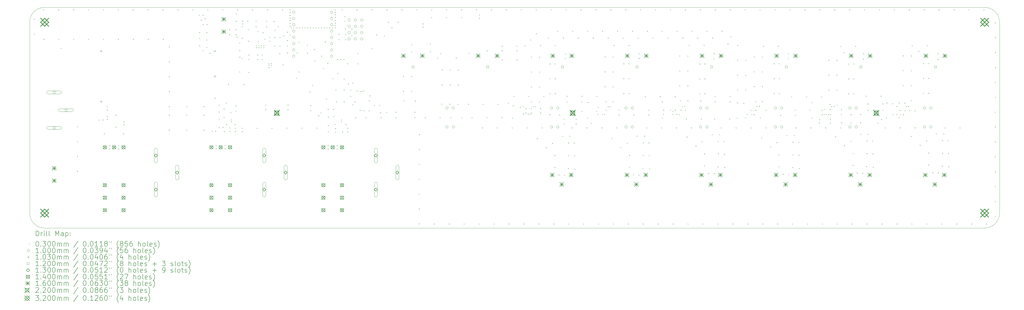
<source format=gbr>
%TF.GenerationSoftware,KiCad,Pcbnew,9.0.2-9.0.2-0~ubuntu24.04.1*%
%TF.CreationDate,2025-06-16T11:22:51+02:00*%
%TF.ProjectId,PCB_Repetition,5043425f-5265-4706-9574-6974696f6e2e,rev?*%
%TF.SameCoordinates,Original*%
%TF.FileFunction,Drillmap*%
%TF.FilePolarity,Positive*%
%FSLAX45Y45*%
G04 Gerber Fmt 4.5, Leading zero omitted, Abs format (unit mm)*
G04 Created by KiCad (PCBNEW 9.0.2-9.0.2-0~ubuntu24.04.1) date 2025-06-16 11:22:51*
%MOMM*%
%LPD*%
G01*
G04 APERTURE LIST*
%ADD10C,0.050000*%
%ADD11C,0.200000*%
%ADD12C,0.100000*%
%ADD13C,0.103000*%
%ADD14C,0.120000*%
%ADD15C,0.130000*%
%ADD16C,0.140000*%
%ADD17C,0.160000*%
%ADD18C,0.220000*%
%ADD19C,0.320000*%
G04 APERTURE END LIST*
D10*
X3371000Y-23136000D02*
X3371000Y-15446000D01*
X41760000Y-14845000D02*
G75*
G02*
X42360000Y-15447000I-1000J-601000D01*
G01*
X3971000Y-23736000D02*
G75*
G02*
X3371000Y-23136000I0J600000D01*
G01*
X3371000Y-15446000D02*
G75*
G02*
X3971000Y-14846000I600000J0D01*
G01*
X42360000Y-23135000D02*
G75*
G02*
X41760000Y-23735000I-600000J0D01*
G01*
X3971000Y-14846000D02*
X41760000Y-14845000D01*
X42360000Y-15447000D02*
X42360000Y-23135000D01*
X41760000Y-23735000D02*
X3971000Y-23736000D01*
D11*
D12*
X3542000Y-15308000D02*
X3572000Y-15338000D01*
X3572000Y-15308000D02*
X3542000Y-15338000D01*
X3542000Y-15908000D02*
X3572000Y-15938000D01*
X3572000Y-15908000D02*
X3542000Y-15938000D01*
X3916000Y-14928000D02*
X3946000Y-14958000D01*
X3946000Y-14928000D02*
X3916000Y-14958000D01*
X3923000Y-16115000D02*
X3953000Y-16145000D01*
X3953000Y-16115000D02*
X3923000Y-16145000D01*
X4516000Y-14928000D02*
X4546000Y-14958000D01*
X4546000Y-14928000D02*
X4516000Y-14958000D01*
X4523000Y-16115000D02*
X4553000Y-16145000D01*
X4553000Y-16115000D02*
X4523000Y-16145000D01*
X4620000Y-16480000D02*
X4650000Y-16510000D01*
X4650000Y-16480000D02*
X4620000Y-16510000D01*
X5116000Y-14928000D02*
X5146000Y-14958000D01*
X5146000Y-14928000D02*
X5116000Y-14958000D01*
X5123000Y-16115000D02*
X5153000Y-16145000D01*
X5153000Y-16115000D02*
X5123000Y-16145000D01*
X5275000Y-19635000D02*
X5305000Y-19665000D01*
X5305000Y-19635000D02*
X5275000Y-19665000D01*
X5275000Y-20235000D02*
X5305000Y-20265000D01*
X5305000Y-20235000D02*
X5275000Y-20265000D01*
X5275000Y-20835000D02*
X5305000Y-20865000D01*
X5305000Y-20835000D02*
X5275000Y-20865000D01*
X5275000Y-21435000D02*
X5305000Y-21465000D01*
X5305000Y-21435000D02*
X5275000Y-21465000D01*
X5716000Y-14928000D02*
X5746000Y-14958000D01*
X5746000Y-14928000D02*
X5716000Y-14958000D01*
X5723000Y-16115000D02*
X5753000Y-16145000D01*
X5753000Y-16115000D02*
X5723000Y-16145000D01*
X6143000Y-19369000D02*
X6173000Y-19399000D01*
X6173000Y-19369000D02*
X6143000Y-19399000D01*
X6295000Y-19366000D02*
X6325000Y-19396000D01*
X6325000Y-19366000D02*
X6295000Y-19396000D01*
X6316000Y-14928000D02*
X6346000Y-14958000D01*
X6346000Y-14928000D02*
X6316000Y-14958000D01*
X6323000Y-16115000D02*
X6353000Y-16145000D01*
X6353000Y-16115000D02*
X6323000Y-16145000D01*
X6355000Y-19925000D02*
X6385000Y-19955000D01*
X6385000Y-19925000D02*
X6355000Y-19955000D01*
X6472000Y-19338000D02*
X6502000Y-19368000D01*
X6502000Y-19338000D02*
X6472000Y-19368000D01*
X6475000Y-18826000D02*
X6505000Y-18856000D01*
X6505000Y-18826000D02*
X6475000Y-18856000D01*
X6478000Y-18962000D02*
X6508000Y-18992000D01*
X6508000Y-18962000D02*
X6478000Y-18992000D01*
X6478000Y-19224000D02*
X6508000Y-19254000D01*
X6508000Y-19224000D02*
X6478000Y-19254000D01*
X6565000Y-20397000D02*
X6595000Y-20427000D01*
X6595000Y-20397000D02*
X6565000Y-20427000D01*
X6565000Y-20532000D02*
X6595000Y-20562000D01*
X6595000Y-20532000D02*
X6565000Y-20562000D01*
X6822000Y-19169000D02*
X6852000Y-19199000D01*
X6852000Y-19169000D02*
X6822000Y-19199000D01*
X6825000Y-19655000D02*
X6855000Y-19685000D01*
X6855000Y-19655000D02*
X6825000Y-19685000D01*
X6916000Y-14928000D02*
X6946000Y-14958000D01*
X6946000Y-14928000D02*
X6916000Y-14958000D01*
X6923000Y-16115000D02*
X6953000Y-16145000D01*
X6953000Y-16115000D02*
X6923000Y-16145000D01*
X6927000Y-20396000D02*
X6957000Y-20426000D01*
X6957000Y-20396000D02*
X6927000Y-20426000D01*
X6930000Y-20532000D02*
X6960000Y-20562000D01*
X6960000Y-20532000D02*
X6930000Y-20562000D01*
X7125000Y-19925000D02*
X7155000Y-19955000D01*
X7155000Y-19925000D02*
X7125000Y-19955000D01*
X7144000Y-19439000D02*
X7174000Y-19469000D01*
X7174000Y-19439000D02*
X7144000Y-19469000D01*
X7145000Y-19556000D02*
X7175000Y-19586000D01*
X7175000Y-19556000D02*
X7145000Y-19586000D01*
X7516000Y-14928000D02*
X7546000Y-14958000D01*
X7546000Y-14928000D02*
X7516000Y-14958000D01*
X7524000Y-16115000D02*
X7554000Y-16145000D01*
X7554000Y-16115000D02*
X7524000Y-16145000D01*
X8116000Y-14928000D02*
X8146000Y-14958000D01*
X8146000Y-14928000D02*
X8116000Y-14958000D01*
X8124000Y-16115000D02*
X8154000Y-16145000D01*
X8154000Y-16115000D02*
X8124000Y-16145000D01*
X8716000Y-14928000D02*
X8746000Y-14958000D01*
X8746000Y-14928000D02*
X8716000Y-14958000D01*
X8724000Y-16115000D02*
X8754000Y-16145000D01*
X8754000Y-16115000D02*
X8724000Y-16145000D01*
X8965000Y-16424000D02*
X8995000Y-16454000D01*
X8995000Y-16424000D02*
X8965000Y-16454000D01*
X8965000Y-17024000D02*
X8995000Y-17054000D01*
X8995000Y-17024000D02*
X8965000Y-17054000D01*
X8965000Y-17625000D02*
X8995000Y-17655000D01*
X8995000Y-17625000D02*
X8965000Y-17655000D01*
X8965000Y-18225000D02*
X8995000Y-18255000D01*
X8995000Y-18225000D02*
X8965000Y-18255000D01*
X8965000Y-18825000D02*
X8995000Y-18855000D01*
X8995000Y-18825000D02*
X8965000Y-18855000D01*
X8965000Y-19175000D02*
X8995000Y-19205000D01*
X8995000Y-19175000D02*
X8965000Y-19205000D01*
X8965000Y-19775000D02*
X8995000Y-19805000D01*
X8995000Y-19775000D02*
X8965000Y-19805000D01*
X9316000Y-14928000D02*
X9346000Y-14958000D01*
X9346000Y-14928000D02*
X9316000Y-14958000D01*
X9665000Y-18825000D02*
X9695000Y-18855000D01*
X9695000Y-18825000D02*
X9665000Y-18855000D01*
X9665000Y-19175000D02*
X9695000Y-19205000D01*
X9695000Y-19175000D02*
X9665000Y-19205000D01*
X9665000Y-19775000D02*
X9695000Y-19805000D01*
X9695000Y-19775000D02*
X9665000Y-19805000D01*
X9916000Y-14928000D02*
X9946000Y-14958000D01*
X9946000Y-14928000D02*
X9916000Y-14958000D01*
X10168000Y-15141000D02*
X10198000Y-15171000D01*
X10198000Y-15141000D02*
X10168000Y-15171000D01*
X10185000Y-16081000D02*
X10215000Y-16111000D01*
X10215000Y-16081000D02*
X10185000Y-16111000D01*
X10185000Y-16381000D02*
X10215000Y-16411000D01*
X10215000Y-16381000D02*
X10185000Y-16411000D01*
X10187000Y-15846000D02*
X10217000Y-15876000D01*
X10217000Y-15846000D02*
X10187000Y-15876000D01*
X10255000Y-15346000D02*
X10285000Y-15376000D01*
X10285000Y-15346000D02*
X10255000Y-15376000D01*
X10320000Y-15142000D02*
X10350000Y-15172000D01*
X10350000Y-15142000D02*
X10320000Y-15172000D01*
X10329000Y-15517000D02*
X10359000Y-15547000D01*
X10359000Y-15517000D02*
X10329000Y-15547000D01*
X10330000Y-16572000D02*
X10360000Y-16602000D01*
X10360000Y-16572000D02*
X10330000Y-16602000D01*
X10365000Y-18825000D02*
X10395000Y-18855000D01*
X10395000Y-18825000D02*
X10365000Y-18855000D01*
X10365000Y-19175000D02*
X10395000Y-19205000D01*
X10395000Y-19175000D02*
X10365000Y-19205000D01*
X10365000Y-19775000D02*
X10395000Y-19805000D01*
X10395000Y-19775000D02*
X10365000Y-19805000D01*
X10407000Y-15287000D02*
X10437000Y-15317000D01*
X10437000Y-15287000D02*
X10407000Y-15317000D01*
X10475000Y-15845000D02*
X10505000Y-15875000D01*
X10505000Y-15845000D02*
X10475000Y-15875000D01*
X10475000Y-16145000D02*
X10505000Y-16175000D01*
X10505000Y-16145000D02*
X10475000Y-16175000D01*
X10475000Y-16445000D02*
X10505000Y-16475000D01*
X10505000Y-16445000D02*
X10475000Y-16475000D01*
X10481000Y-15518000D02*
X10511000Y-15548000D01*
X10511000Y-15518000D02*
X10481000Y-15548000D01*
X10516000Y-14928000D02*
X10546000Y-14958000D01*
X10546000Y-14928000D02*
X10516000Y-14958000D01*
X10607000Y-16683000D02*
X10637000Y-16713000D01*
X10637000Y-16683000D02*
X10607000Y-16713000D01*
X10693000Y-19821000D02*
X10723000Y-19851000D01*
X10723000Y-19821000D02*
X10693000Y-19851000D01*
X10803000Y-18490000D02*
X10833000Y-18520000D01*
X10833000Y-18490000D02*
X10803000Y-18520000D01*
X10829000Y-19818000D02*
X10859000Y-19848000D01*
X10859000Y-19818000D02*
X10829000Y-19848000D01*
X10848000Y-20391000D02*
X10878000Y-20421000D01*
X10878000Y-20391000D02*
X10848000Y-20421000D01*
X10848000Y-20526000D02*
X10878000Y-20556000D01*
X10878000Y-20526000D02*
X10848000Y-20556000D01*
X10971000Y-19048000D02*
X11001000Y-19078000D01*
X11001000Y-19048000D02*
X10971000Y-19078000D01*
X10974000Y-19331000D02*
X11004000Y-19361000D01*
X11004000Y-19331000D02*
X10974000Y-19361000D01*
X10974000Y-19672000D02*
X11004000Y-19702000D01*
X11004000Y-19672000D02*
X10974000Y-19702000D01*
X10977000Y-18767000D02*
X11007000Y-18797000D01*
X11007000Y-18767000D02*
X10977000Y-18797000D01*
X11116000Y-14928000D02*
X11146000Y-14958000D01*
X11146000Y-14928000D02*
X11116000Y-14958000D01*
X11124000Y-19665000D02*
X11154000Y-19695000D01*
X11154000Y-19665000D02*
X11124000Y-19695000D01*
X11169000Y-18930000D02*
X11199000Y-18960000D01*
X11199000Y-18930000D02*
X11169000Y-18960000D01*
X11172000Y-19251000D02*
X11202000Y-19281000D01*
X11202000Y-19251000D02*
X11172000Y-19281000D01*
X11179000Y-19837000D02*
X11209000Y-19867000D01*
X11209000Y-19837000D02*
X11179000Y-19867000D01*
X11210000Y-20390000D02*
X11240000Y-20420000D01*
X11240000Y-20390000D02*
X11210000Y-20420000D01*
X11213000Y-20526000D02*
X11243000Y-20556000D01*
X11243000Y-20526000D02*
X11213000Y-20556000D01*
X11256000Y-18685000D02*
X11286000Y-18715000D01*
X11286000Y-18685000D02*
X11256000Y-18715000D01*
X11265000Y-19552000D02*
X11295000Y-19582000D01*
X11295000Y-19552000D02*
X11265000Y-19582000D01*
X11347895Y-17924208D02*
X11377895Y-17954208D01*
X11377895Y-17924208D02*
X11347895Y-17954208D01*
X11389000Y-15932000D02*
X11419000Y-15962000D01*
X11419000Y-15932000D02*
X11389000Y-15962000D01*
X11391000Y-15734000D02*
X11421000Y-15764000D01*
X11421000Y-15734000D02*
X11391000Y-15764000D01*
X11400000Y-19830000D02*
X11430000Y-19860000D01*
X11430000Y-19830000D02*
X11400000Y-19860000D01*
X11407000Y-19680000D02*
X11437000Y-19710000D01*
X11437000Y-19680000D02*
X11407000Y-19710000D01*
X11445000Y-19062000D02*
X11475000Y-19092000D01*
X11475000Y-19062000D02*
X11445000Y-19092000D01*
X11461000Y-19431000D02*
X11491000Y-19461000D01*
X11491000Y-19431000D02*
X11461000Y-19461000D01*
X11462000Y-19362000D02*
X11492000Y-19392000D01*
X11492000Y-19362000D02*
X11462000Y-19392000D01*
X11609000Y-19545000D02*
X11639000Y-19575000D01*
X11639000Y-19545000D02*
X11609000Y-19575000D01*
X11619000Y-19698000D02*
X11649000Y-19728000D01*
X11649000Y-19698000D02*
X11619000Y-19728000D01*
X11631000Y-19829000D02*
X11661000Y-19859000D01*
X11661000Y-19829000D02*
X11631000Y-19859000D01*
X11644000Y-18796000D02*
X11674000Y-18826000D01*
X11674000Y-18796000D02*
X11644000Y-18826000D01*
X11652000Y-15932000D02*
X11682000Y-15962000D01*
X11682000Y-15932000D02*
X11652000Y-15962000D01*
X11653000Y-19004000D02*
X11683000Y-19034000D01*
X11683000Y-19004000D02*
X11653000Y-19034000D01*
X11654000Y-15734000D02*
X11684000Y-15764000D01*
X11684000Y-15734000D02*
X11654000Y-15764000D01*
X11659000Y-15388000D02*
X11689000Y-15418000D01*
X11689000Y-15388000D02*
X11659000Y-15418000D01*
X11664000Y-15093000D02*
X11694000Y-15123000D01*
X11694000Y-15093000D02*
X11664000Y-15123000D01*
X11685000Y-16025000D02*
X11715000Y-16055000D01*
X11715000Y-16025000D02*
X11685000Y-16055000D01*
X11716000Y-14928000D02*
X11746000Y-14958000D01*
X11746000Y-14928000D02*
X11716000Y-14958000D01*
X11800000Y-16272000D02*
X11830000Y-16302000D01*
X11830000Y-16272000D02*
X11800000Y-16302000D01*
X11800000Y-16572000D02*
X11830000Y-16602000D01*
X11830000Y-16572000D02*
X11800000Y-16602000D01*
X11800000Y-16832000D02*
X11830000Y-16862000D01*
X11830000Y-16832000D02*
X11800000Y-16862000D01*
X11800000Y-17432000D02*
X11830000Y-17462000D01*
X11830000Y-17432000D02*
X11800000Y-17462000D01*
X11887000Y-16891000D02*
X11917000Y-16921000D01*
X11917000Y-16891000D02*
X11887000Y-16921000D01*
X11892000Y-19701000D02*
X11922000Y-19731000D01*
X11922000Y-19701000D02*
X11892000Y-19731000D01*
X11894000Y-19833000D02*
X11924000Y-19863000D01*
X11924000Y-19833000D02*
X11894000Y-19863000D01*
X11901000Y-15609000D02*
X11931000Y-15639000D01*
X11931000Y-15609000D02*
X11901000Y-15639000D01*
X11902000Y-16071000D02*
X11932000Y-16101000D01*
X11932000Y-16071000D02*
X11902000Y-16101000D01*
X11915000Y-15495000D02*
X11945000Y-15525000D01*
X11945000Y-15495000D02*
X11915000Y-15525000D01*
X11919000Y-15387000D02*
X11949000Y-15417000D01*
X11949000Y-15387000D02*
X11919000Y-15417000D01*
X11962000Y-17938000D02*
X11992000Y-17968000D01*
X11992000Y-17938000D02*
X11962000Y-17968000D01*
X12121000Y-15387000D02*
X12151000Y-15417000D01*
X12151000Y-15387000D02*
X12121000Y-15417000D01*
X12146000Y-15726000D02*
X12176000Y-15756000D01*
X12176000Y-15726000D02*
X12146000Y-15756000D01*
X12147000Y-16188000D02*
X12177000Y-16218000D01*
X12177000Y-16188000D02*
X12147000Y-16218000D01*
X12161000Y-16929000D02*
X12191000Y-16959000D01*
X12191000Y-16929000D02*
X12161000Y-16959000D01*
X12161000Y-17445000D02*
X12191000Y-17475000D01*
X12191000Y-17445000D02*
X12161000Y-17475000D01*
X12163000Y-16749000D02*
X12193000Y-16779000D01*
X12193000Y-16749000D02*
X12163000Y-16779000D01*
X12316000Y-14928000D02*
X12346000Y-14958000D01*
X12346000Y-14928000D02*
X12316000Y-14958000D01*
X12453000Y-15384000D02*
X12483000Y-15414000D01*
X12483000Y-15384000D02*
X12453000Y-15414000D01*
X12455000Y-15608000D02*
X12485000Y-15638000D01*
X12485000Y-15608000D02*
X12455000Y-15638000D01*
X12467000Y-16372000D02*
X12497000Y-16402000D01*
X12497000Y-16372000D02*
X12467000Y-16402000D01*
X12467000Y-16452000D02*
X12497000Y-16482000D01*
X12497000Y-16452000D02*
X12467000Y-16482000D01*
X12492000Y-19701000D02*
X12522000Y-19731000D01*
X12522000Y-19701000D02*
X12492000Y-19731000D01*
X12516000Y-16928000D02*
X12546000Y-16958000D01*
X12546000Y-16928000D02*
X12516000Y-16958000D01*
X12518000Y-16748000D02*
X12548000Y-16778000D01*
X12548000Y-16748000D02*
X12518000Y-16778000D01*
X12531000Y-15802000D02*
X12561000Y-15832000D01*
X12561000Y-15802000D02*
X12531000Y-15832000D01*
X12545000Y-16201000D02*
X12575000Y-16231000D01*
X12575000Y-16201000D02*
X12545000Y-16231000D01*
X12567000Y-16372000D02*
X12597000Y-16402000D01*
X12597000Y-16372000D02*
X12567000Y-16402000D01*
X12567000Y-16452000D02*
X12597000Y-16482000D01*
X12597000Y-16452000D02*
X12567000Y-16482000D01*
X12667000Y-16372000D02*
X12697000Y-16402000D01*
X12697000Y-16372000D02*
X12667000Y-16402000D01*
X12667000Y-16452000D02*
X12697000Y-16482000D01*
X12697000Y-16452000D02*
X12667000Y-16482000D01*
X12698000Y-16746000D02*
X12728000Y-16776000D01*
X12728000Y-16746000D02*
X12698000Y-16776000D01*
X12701000Y-16935000D02*
X12731000Y-16965000D01*
X12731000Y-16935000D02*
X12701000Y-16965000D01*
X12735000Y-15845000D02*
X12765000Y-15875000D01*
X12765000Y-15845000D02*
X12735000Y-15875000D01*
X12767000Y-16372000D02*
X12797000Y-16402000D01*
X12797000Y-16372000D02*
X12767000Y-16402000D01*
X12767000Y-16452000D02*
X12797000Y-16482000D01*
X12797000Y-16452000D02*
X12767000Y-16482000D01*
X12811000Y-16115000D02*
X12841000Y-16145000D01*
X12841000Y-16115000D02*
X12811000Y-16145000D01*
X12843000Y-18762000D02*
X12873000Y-18792000D01*
X12873000Y-18762000D02*
X12843000Y-18792000D01*
X12843000Y-18947000D02*
X12873000Y-18977000D01*
X12873000Y-18947000D02*
X12843000Y-18977000D01*
X12872000Y-15391000D02*
X12902000Y-15421000D01*
X12902000Y-15391000D02*
X12872000Y-15421000D01*
X12874000Y-15615000D02*
X12904000Y-15645000D01*
X12904000Y-15615000D02*
X12874000Y-15645000D01*
X12916000Y-14928000D02*
X12946000Y-14958000D01*
X12946000Y-14928000D02*
X12916000Y-14958000D01*
X12973000Y-17255000D02*
X13003000Y-17285000D01*
X13003000Y-17255000D02*
X12973000Y-17285000D01*
X12974000Y-17166000D02*
X13004000Y-17196000D01*
X13004000Y-17166000D02*
X12974000Y-17196000D01*
X12975000Y-17099000D02*
X13005000Y-17129000D01*
X13005000Y-17099000D02*
X12975000Y-17129000D01*
X13004000Y-16046000D02*
X13034000Y-16076000D01*
X13034000Y-16046000D02*
X13004000Y-16076000D01*
X13004000Y-16188000D02*
X13034000Y-16218000D01*
X13034000Y-16188000D02*
X13004000Y-16218000D01*
X13069000Y-17097000D02*
X13099000Y-17127000D01*
X13099000Y-17097000D02*
X13069000Y-17127000D01*
X13069000Y-17169000D02*
X13099000Y-17199000D01*
X13099000Y-17169000D02*
X13069000Y-17199000D01*
X13092000Y-19701000D02*
X13122000Y-19731000D01*
X13122000Y-19701000D02*
X13092000Y-19731000D01*
X13174000Y-15397000D02*
X13204000Y-15427000D01*
X13204000Y-15397000D02*
X13174000Y-15427000D01*
X13207000Y-16391000D02*
X13237000Y-16421000D01*
X13237000Y-16391000D02*
X13207000Y-16421000D01*
X13212000Y-16045000D02*
X13242000Y-16075000D01*
X13242000Y-16045000D02*
X13212000Y-16075000D01*
X13217000Y-15750000D02*
X13247000Y-15780000D01*
X13247000Y-15750000D02*
X13217000Y-15780000D01*
X13345000Y-15605000D02*
X13375000Y-15635000D01*
X13375000Y-15605000D02*
X13345000Y-15635000D01*
X13408000Y-16691000D02*
X13438000Y-16721000D01*
X13438000Y-16691000D02*
X13408000Y-16721000D01*
X13415000Y-16390000D02*
X13445000Y-16420000D01*
X13445000Y-16390000D02*
X13415000Y-16420000D01*
X13420000Y-16044000D02*
X13450000Y-16074000D01*
X13450000Y-16044000D02*
X13420000Y-16074000D01*
X13516000Y-14928000D02*
X13546000Y-14958000D01*
X13546000Y-14928000D02*
X13516000Y-14958000D01*
X13543000Y-17144000D02*
X13573000Y-17174000D01*
X13573000Y-17144000D02*
X13543000Y-17174000D01*
X13572000Y-15978000D02*
X13602000Y-16008000D01*
X13602000Y-15978000D02*
X13572000Y-16008000D01*
X13696000Y-19689000D02*
X13726000Y-19719000D01*
X13726000Y-19689000D02*
X13696000Y-19719000D01*
X13712000Y-16664000D02*
X13742000Y-16694000D01*
X13742000Y-16664000D02*
X13712000Y-16694000D01*
X13714000Y-16163000D02*
X13744000Y-16193000D01*
X13744000Y-16163000D02*
X13714000Y-16193000D01*
X13715000Y-16383000D02*
X13745000Y-16413000D01*
X13745000Y-16383000D02*
X13715000Y-16413000D01*
X13718000Y-15830000D02*
X13748000Y-15860000D01*
X13748000Y-15830000D02*
X13718000Y-15860000D01*
X13735000Y-18765000D02*
X13765000Y-18795000D01*
X13765000Y-18765000D02*
X13735000Y-18795000D01*
X13735000Y-18950000D02*
X13765000Y-18980000D01*
X13765000Y-18950000D02*
X13735000Y-18980000D01*
X13824000Y-14928000D02*
X13854000Y-14958000D01*
X13854000Y-14928000D02*
X13824000Y-14958000D01*
X13824000Y-15038000D02*
X13854000Y-15068000D01*
X13854000Y-15038000D02*
X13824000Y-15068000D01*
X13824000Y-15148000D02*
X13854000Y-15178000D01*
X13854000Y-15148000D02*
X13824000Y-15178000D01*
X13824000Y-15258000D02*
X13854000Y-15288000D01*
X13854000Y-15258000D02*
X13824000Y-15288000D01*
X13824000Y-15368000D02*
X13854000Y-15398000D01*
X13854000Y-15368000D02*
X13824000Y-15398000D01*
X13824000Y-15478000D02*
X13854000Y-15508000D01*
X13854000Y-15478000D02*
X13824000Y-15508000D01*
X13824000Y-15588000D02*
X13854000Y-15618000D01*
X13854000Y-15588000D02*
X13824000Y-15618000D01*
X13826000Y-15937000D02*
X13856000Y-15967000D01*
X13856000Y-15937000D02*
X13826000Y-15967000D01*
X13880000Y-15653000D02*
X13910000Y-15683000D01*
X13910000Y-15653000D02*
X13880000Y-15683000D01*
X13971000Y-15656000D02*
X14001000Y-15686000D01*
X14001000Y-15656000D02*
X13971000Y-15686000D01*
X14088000Y-17689000D02*
X14118000Y-17719000D01*
X14118000Y-17689000D02*
X14088000Y-17719000D01*
X14094000Y-15653000D02*
X14124000Y-15683000D01*
X14124000Y-15653000D02*
X14094000Y-15683000D01*
X14100000Y-16666000D02*
X14130000Y-16696000D01*
X14130000Y-16666000D02*
X14100000Y-16696000D01*
X14184000Y-16237000D02*
X14214000Y-16267000D01*
X14214000Y-16237000D02*
X14184000Y-16267000D01*
X14188000Y-17431000D02*
X14218000Y-17461000D01*
X14218000Y-17431000D02*
X14188000Y-17461000D01*
X14204000Y-15653000D02*
X14234000Y-15683000D01*
X14234000Y-15653000D02*
X14204000Y-15683000D01*
X14296000Y-19689000D02*
X14326000Y-19719000D01*
X14326000Y-19689000D02*
X14296000Y-19719000D01*
X14314000Y-15653000D02*
X14344000Y-15683000D01*
X14344000Y-15653000D02*
X14314000Y-15683000D01*
X14424000Y-15653000D02*
X14454000Y-15683000D01*
X14454000Y-15653000D02*
X14424000Y-15683000D01*
X14519000Y-16350000D02*
X14549000Y-16380000D01*
X14549000Y-16350000D02*
X14519000Y-16380000D01*
X14522000Y-16677000D02*
X14552000Y-16707000D01*
X14552000Y-16677000D02*
X14522000Y-16707000D01*
X14534000Y-15653000D02*
X14564000Y-15683000D01*
X14564000Y-15653000D02*
X14534000Y-15683000D01*
X14616000Y-18237000D02*
X14646000Y-18267000D01*
X14646000Y-18237000D02*
X14616000Y-18267000D01*
X14644000Y-15653000D02*
X14674000Y-15683000D01*
X14674000Y-15653000D02*
X14644000Y-15683000D01*
X14648000Y-18784000D02*
X14678000Y-18814000D01*
X14678000Y-18784000D02*
X14648000Y-18814000D01*
X14657000Y-18992000D02*
X14687000Y-19022000D01*
X14687000Y-18992000D02*
X14657000Y-19022000D01*
X14728000Y-17972000D02*
X14758000Y-18002000D01*
X14758000Y-17972000D02*
X14728000Y-18002000D01*
X14754000Y-15653000D02*
X14784000Y-15683000D01*
X14784000Y-15653000D02*
X14754000Y-15683000D01*
X14802000Y-16527000D02*
X14832000Y-16557000D01*
X14832000Y-16527000D02*
X14802000Y-16557000D01*
X14813000Y-16988000D02*
X14843000Y-17018000D01*
X14843000Y-16988000D02*
X14813000Y-17018000D01*
X14864000Y-15653000D02*
X14894000Y-15683000D01*
X14894000Y-15653000D02*
X14864000Y-15683000D01*
X14896000Y-19689000D02*
X14926000Y-19719000D01*
X14926000Y-19689000D02*
X14896000Y-19719000D01*
X14974000Y-15653000D02*
X15004000Y-15683000D01*
X15004000Y-15653000D02*
X14974000Y-15683000D01*
X14974000Y-19194000D02*
X15004000Y-19224000D01*
X15004000Y-19194000D02*
X14974000Y-19224000D01*
X15063000Y-19078000D02*
X15093000Y-19108000D01*
X15093000Y-19078000D02*
X15063000Y-19108000D01*
X15084000Y-15653000D02*
X15114000Y-15683000D01*
X15114000Y-15653000D02*
X15084000Y-15683000D01*
X15085000Y-16794000D02*
X15115000Y-16824000D01*
X15115000Y-16794000D02*
X15085000Y-16824000D01*
X15165672Y-17290881D02*
X15195672Y-17320881D01*
X15195672Y-17290881D02*
X15165672Y-17320881D01*
X15194000Y-15653000D02*
X15224000Y-15683000D01*
X15224000Y-15653000D02*
X15194000Y-15683000D01*
X15234000Y-16225000D02*
X15264000Y-16255000D01*
X15264000Y-16225000D02*
X15234000Y-16255000D01*
X15284000Y-18517000D02*
X15314000Y-18547000D01*
X15314000Y-18517000D02*
X15284000Y-18547000D01*
X15304000Y-15653000D02*
X15334000Y-15683000D01*
X15334000Y-15653000D02*
X15304000Y-15683000D01*
X15336000Y-17080000D02*
X15366000Y-17110000D01*
X15366000Y-17080000D02*
X15336000Y-17110000D01*
X15352000Y-20401000D02*
X15382000Y-20431000D01*
X15382000Y-20401000D02*
X15352000Y-20431000D01*
X15352000Y-20536000D02*
X15382000Y-20566000D01*
X15382000Y-20536000D02*
X15352000Y-20566000D01*
X15354000Y-18932000D02*
X15384000Y-18962000D01*
X15384000Y-18932000D02*
X15354000Y-18962000D01*
X15357000Y-19587000D02*
X15387000Y-19617000D01*
X15387000Y-19587000D02*
X15357000Y-19617000D01*
X15358000Y-19837000D02*
X15388000Y-19867000D01*
X15388000Y-19837000D02*
X15358000Y-19867000D01*
X15359000Y-19250000D02*
X15389000Y-19280000D01*
X15389000Y-19250000D02*
X15359000Y-19280000D01*
X15414000Y-15653000D02*
X15444000Y-15683000D01*
X15444000Y-15653000D02*
X15414000Y-15683000D01*
X15524000Y-15653000D02*
X15554000Y-15683000D01*
X15554000Y-15653000D02*
X15524000Y-15683000D01*
X15550000Y-17692000D02*
X15580000Y-17722000D01*
X15580000Y-17692000D02*
X15550000Y-17722000D01*
X15574000Y-18931000D02*
X15604000Y-18961000D01*
X15604000Y-18931000D02*
X15574000Y-18961000D01*
X15578000Y-19222000D02*
X15608000Y-19252000D01*
X15608000Y-19222000D02*
X15578000Y-19252000D01*
X15639000Y-14927000D02*
X15669000Y-14957000D01*
X15669000Y-14927000D02*
X15639000Y-14957000D01*
X15639000Y-15027000D02*
X15669000Y-15057000D01*
X15669000Y-15027000D02*
X15639000Y-15057000D01*
X15639000Y-15127000D02*
X15669000Y-15157000D01*
X15669000Y-15127000D02*
X15639000Y-15157000D01*
X15639000Y-15227000D02*
X15669000Y-15257000D01*
X15669000Y-15227000D02*
X15639000Y-15257000D01*
X15639000Y-19541000D02*
X15669000Y-19571000D01*
X15669000Y-19541000D02*
X15639000Y-19571000D01*
X15641000Y-15350000D02*
X15671000Y-15380000D01*
X15671000Y-15350000D02*
X15641000Y-15380000D01*
X15641000Y-15460000D02*
X15671000Y-15490000D01*
X15671000Y-15460000D02*
X15641000Y-15490000D01*
X15641000Y-15556000D02*
X15671000Y-15586000D01*
X15671000Y-15556000D02*
X15641000Y-15586000D01*
X15641000Y-15654000D02*
X15671000Y-15684000D01*
X15671000Y-15654000D02*
X15641000Y-15684000D01*
X15649000Y-19713000D02*
X15679000Y-19743000D01*
X15679000Y-19713000D02*
X15649000Y-19743000D01*
X15649000Y-19850000D02*
X15679000Y-19880000D01*
X15679000Y-19850000D02*
X15649000Y-19880000D01*
X15667000Y-18156000D02*
X15697000Y-18186000D01*
X15697000Y-18156000D02*
X15667000Y-18186000D01*
X15686000Y-18635000D02*
X15716000Y-18665000D01*
X15716000Y-18635000D02*
X15686000Y-18665000D01*
X15714000Y-20400000D02*
X15744000Y-20430000D01*
X15744000Y-20400000D02*
X15714000Y-20430000D01*
X15717000Y-20536000D02*
X15747000Y-20566000D01*
X15747000Y-20536000D02*
X15717000Y-20566000D01*
X15725000Y-16925000D02*
X15755000Y-16955000D01*
X15755000Y-16925000D02*
X15725000Y-16955000D01*
X15743000Y-17490000D02*
X15773000Y-17520000D01*
X15773000Y-17490000D02*
X15743000Y-17520000D01*
X15784000Y-16124000D02*
X15814000Y-16154000D01*
X15814000Y-16124000D02*
X15784000Y-16154000D01*
X15787000Y-15910000D02*
X15817000Y-15940000D01*
X15817000Y-15910000D02*
X15787000Y-15940000D01*
X15855000Y-16925000D02*
X15885000Y-16955000D01*
X15885000Y-16925000D02*
X15855000Y-16955000D01*
X15890000Y-19435000D02*
X15920000Y-19465000D01*
X15920000Y-19435000D02*
X15890000Y-19465000D01*
X15891000Y-19366000D02*
X15921000Y-19396000D01*
X15921000Y-19366000D02*
X15891000Y-19396000D01*
X15916000Y-14928000D02*
X15946000Y-14958000D01*
X15946000Y-14928000D02*
X15916000Y-14958000D01*
X15925000Y-19853000D02*
X15955000Y-19883000D01*
X15955000Y-19853000D02*
X15925000Y-19883000D01*
X15985000Y-16925000D02*
X16015000Y-16955000D01*
X16015000Y-16925000D02*
X15985000Y-16955000D01*
X15992000Y-18630000D02*
X16022000Y-18660000D01*
X16022000Y-18630000D02*
X15992000Y-18660000D01*
X15994000Y-18156000D02*
X16024000Y-18186000D01*
X16024000Y-18156000D02*
X15994000Y-18186000D01*
X15996000Y-17719000D02*
X16026000Y-17749000D01*
X16026000Y-17719000D02*
X15996000Y-17749000D01*
X16018000Y-15395000D02*
X16048000Y-15425000D01*
X16048000Y-15395000D02*
X16018000Y-15425000D01*
X16021000Y-15205000D02*
X16051000Y-15235000D01*
X16051000Y-15205000D02*
X16021000Y-15235000D01*
X16043000Y-15695000D02*
X16073000Y-15725000D01*
X16073000Y-15695000D02*
X16043000Y-15725000D01*
X16058000Y-16124000D02*
X16088000Y-16154000D01*
X16088000Y-16124000D02*
X16058000Y-16154000D01*
X16061000Y-15910000D02*
X16091000Y-15940000D01*
X16091000Y-15910000D02*
X16061000Y-15940000D01*
X16069000Y-19548000D02*
X16099000Y-19578000D01*
X16099000Y-19548000D02*
X16069000Y-19578000D01*
X16136000Y-19700000D02*
X16166000Y-19730000D01*
X16166000Y-19700000D02*
X16136000Y-19730000D01*
X16137000Y-17098000D02*
X16167000Y-17128000D01*
X16167000Y-17098000D02*
X16137000Y-17128000D01*
X16142000Y-19849000D02*
X16172000Y-19879000D01*
X16172000Y-19849000D02*
X16142000Y-19879000D01*
X16162000Y-17923000D02*
X16192000Y-17953000D01*
X16192000Y-17923000D02*
X16162000Y-17953000D01*
X16261000Y-18166000D02*
X16291000Y-18196000D01*
X16291000Y-18166000D02*
X16261000Y-18196000D01*
X16261000Y-18411000D02*
X16291000Y-18441000D01*
X16291000Y-18411000D02*
X16261000Y-18441000D01*
X16308000Y-15704000D02*
X16338000Y-15734000D01*
X16338000Y-15704000D02*
X16308000Y-15734000D01*
X16309000Y-15965000D02*
X16339000Y-15995000D01*
X16339000Y-15965000D02*
X16309000Y-15995000D01*
X16345000Y-18750000D02*
X16375000Y-18780000D01*
X16375000Y-18750000D02*
X16345000Y-18780000D01*
X16346000Y-17878000D02*
X16376000Y-17908000D01*
X16376000Y-17878000D02*
X16346000Y-17908000D01*
X16437000Y-18635000D02*
X16467000Y-18665000D01*
X16467000Y-18635000D02*
X16437000Y-18665000D01*
X16460000Y-19276000D02*
X16490000Y-19306000D01*
X16490000Y-19276000D02*
X16460000Y-19306000D01*
X16516000Y-14928000D02*
X16546000Y-14958000D01*
X16546000Y-14928000D02*
X16516000Y-14958000D01*
X16522000Y-18192000D02*
X16552000Y-18222000D01*
X16552000Y-18192000D02*
X16522000Y-18222000D01*
X16546000Y-17098000D02*
X16576000Y-17128000D01*
X16576000Y-17098000D02*
X16546000Y-17128000D01*
X16558000Y-16683000D02*
X16588000Y-16713000D01*
X16588000Y-16683000D02*
X16558000Y-16713000D01*
X16640000Y-18220000D02*
X16670000Y-18250000D01*
X16670000Y-18220000D02*
X16640000Y-18250000D01*
X16641000Y-18978000D02*
X16671000Y-19008000D01*
X16671000Y-18978000D02*
X16641000Y-19008000D01*
X16709000Y-18221000D02*
X16739000Y-18251000D01*
X16739000Y-18221000D02*
X16709000Y-18251000D01*
X16710000Y-18979000D02*
X16740000Y-19009000D01*
X16740000Y-18979000D02*
X16710000Y-19009000D01*
X16786000Y-18191000D02*
X16816000Y-18221000D01*
X16816000Y-18191000D02*
X16786000Y-18221000D01*
X16802000Y-18996000D02*
X16832000Y-19026000D01*
X16832000Y-18996000D02*
X16802000Y-19026000D01*
X16877000Y-19275000D02*
X16907000Y-19305000D01*
X16907000Y-19275000D02*
X16877000Y-19305000D01*
X16999000Y-18998000D02*
X17029000Y-19028000D01*
X17029000Y-18998000D02*
X16999000Y-19028000D01*
X17004000Y-18594000D02*
X17034000Y-18624000D01*
X17034000Y-18594000D02*
X17004000Y-18624000D01*
X17035000Y-18394000D02*
X17065000Y-18424000D01*
X17065000Y-18394000D02*
X17035000Y-18424000D01*
X17115000Y-16492000D02*
X17145000Y-16522000D01*
X17145000Y-16492000D02*
X17115000Y-16522000D01*
X17116000Y-14928000D02*
X17146000Y-14958000D01*
X17146000Y-14928000D02*
X17116000Y-14958000D01*
X17216000Y-18774000D02*
X17246000Y-18804000D01*
X17246000Y-18774000D02*
X17216000Y-18804000D01*
X17307000Y-15940000D02*
X17337000Y-15970000D01*
X17337000Y-15940000D02*
X17307000Y-15970000D01*
X17421000Y-18776000D02*
X17451000Y-18806000D01*
X17451000Y-18776000D02*
X17421000Y-18806000D01*
X17453000Y-19077000D02*
X17483000Y-19107000D01*
X17483000Y-19077000D02*
X17453000Y-19107000D01*
X17477000Y-19275000D02*
X17507000Y-19305000D01*
X17507000Y-19275000D02*
X17477000Y-19305000D01*
X17611000Y-15987000D02*
X17641000Y-16017000D01*
X17641000Y-15987000D02*
X17611000Y-16017000D01*
X17702000Y-19059000D02*
X17732000Y-19089000D01*
X17732000Y-19059000D02*
X17702000Y-19089000D01*
X17716000Y-14928000D02*
X17746000Y-14958000D01*
X17746000Y-14928000D02*
X17716000Y-14958000D01*
X17774000Y-15429000D02*
X17804000Y-15459000D01*
X17804000Y-15429000D02*
X17774000Y-15459000D01*
X17916000Y-15643000D02*
X17946000Y-15673000D01*
X17946000Y-15643000D02*
X17916000Y-15673000D01*
X18076000Y-19057000D02*
X18106000Y-19087000D01*
X18106000Y-19057000D02*
X18076000Y-19087000D01*
X18077000Y-19275000D02*
X18107000Y-19305000D01*
X18107000Y-19275000D02*
X18077000Y-19305000D01*
X18165000Y-15429000D02*
X18195000Y-15459000D01*
X18195000Y-15429000D02*
X18165000Y-15459000D01*
X18316000Y-14928000D02*
X18346000Y-14958000D01*
X18346000Y-14928000D02*
X18316000Y-14958000D01*
X18381000Y-17606000D02*
X18411000Y-17636000D01*
X18411000Y-17606000D02*
X18381000Y-17636000D01*
X18383000Y-18207000D02*
X18413000Y-18237000D01*
X18413000Y-18207000D02*
X18383000Y-18237000D01*
X18402000Y-18588000D02*
X18432000Y-18618000D01*
X18432000Y-18588000D02*
X18402000Y-18618000D01*
X18708000Y-16618000D02*
X18738000Y-16648000D01*
X18738000Y-16618000D02*
X18708000Y-16648000D01*
X18708000Y-17611000D02*
X18738000Y-17641000D01*
X18738000Y-17611000D02*
X18708000Y-17641000D01*
X18708000Y-18211000D02*
X18738000Y-18241000D01*
X18738000Y-18211000D02*
X18708000Y-18241000D01*
X18712000Y-16332000D02*
X18742000Y-16362000D01*
X18742000Y-16332000D02*
X18712000Y-16362000D01*
X18839000Y-19271000D02*
X18869000Y-19301000D01*
X18869000Y-19271000D02*
X18839000Y-19301000D01*
X18840000Y-19057000D02*
X18870000Y-19087000D01*
X18870000Y-19057000D02*
X18840000Y-19087000D01*
X18861000Y-18602000D02*
X18891000Y-18632000D01*
X18891000Y-18602000D02*
X18861000Y-18632000D01*
X18916000Y-14928000D02*
X18946000Y-14958000D01*
X18946000Y-14928000D02*
X18916000Y-14958000D01*
X19018000Y-19952000D02*
X19048000Y-19982000D01*
X19048000Y-19952000D02*
X19018000Y-19982000D01*
X19018000Y-20552000D02*
X19048000Y-20582000D01*
X19048000Y-20552000D02*
X19018000Y-20582000D01*
X19018000Y-21152000D02*
X19048000Y-21182000D01*
X19048000Y-21152000D02*
X19018000Y-21182000D01*
X19018000Y-21752000D02*
X19048000Y-21782000D01*
X19048000Y-21752000D02*
X19018000Y-21782000D01*
X19018000Y-22352000D02*
X19048000Y-22382000D01*
X19048000Y-22352000D02*
X19018000Y-22382000D01*
X19018000Y-22952000D02*
X19048000Y-22982000D01*
X19048000Y-22952000D02*
X19018000Y-22982000D01*
X19018000Y-23552000D02*
X19048000Y-23582000D01*
X19048000Y-23552000D02*
X19018000Y-23582000D01*
X19164000Y-15494000D02*
X19194000Y-15524000D01*
X19194000Y-15494000D02*
X19164000Y-15524000D01*
X19164000Y-15624000D02*
X19194000Y-15654000D01*
X19194000Y-15624000D02*
X19164000Y-15654000D01*
X19256000Y-19270000D02*
X19286000Y-19300000D01*
X19286000Y-19270000D02*
X19256000Y-19300000D01*
X19461000Y-16615000D02*
X19491000Y-16645000D01*
X19491000Y-16615000D02*
X19461000Y-16645000D01*
X19464000Y-16307000D02*
X19494000Y-16337000D01*
X19494000Y-16307000D02*
X19464000Y-16337000D01*
X19513000Y-15235000D02*
X19543000Y-15265000D01*
X19543000Y-15235000D02*
X19513000Y-15265000D01*
X19516000Y-14928000D02*
X19546000Y-14958000D01*
X19546000Y-14928000D02*
X19516000Y-14958000D01*
X19621000Y-23555000D02*
X19651000Y-23585000D01*
X19651000Y-23555000D02*
X19621000Y-23585000D01*
X19749000Y-16873000D02*
X19779000Y-16903000D01*
X19779000Y-16873000D02*
X19749000Y-16903000D01*
X19856000Y-19270000D02*
X19886000Y-19300000D01*
X19886000Y-19270000D02*
X19856000Y-19300000D01*
X19874000Y-16693000D02*
X19904000Y-16723000D01*
X19904000Y-16693000D02*
X19874000Y-16723000D01*
X19919000Y-18726000D02*
X19949000Y-18756000D01*
X19949000Y-18726000D02*
X19919000Y-18756000D01*
X19937000Y-17350000D02*
X19967000Y-17380000D01*
X19967000Y-17350000D02*
X19937000Y-17380000D01*
X19937000Y-17950000D02*
X19967000Y-17980000D01*
X19967000Y-17950000D02*
X19937000Y-17980000D01*
X20113000Y-15235000D02*
X20143000Y-15265000D01*
X20143000Y-15235000D02*
X20113000Y-15265000D01*
X20116000Y-14928000D02*
X20146000Y-14958000D01*
X20146000Y-14928000D02*
X20116000Y-14958000D01*
X20221000Y-23555000D02*
X20251000Y-23585000D01*
X20251000Y-23555000D02*
X20221000Y-23585000D01*
X20246000Y-18731000D02*
X20276000Y-18761000D01*
X20276000Y-18731000D02*
X20246000Y-18761000D01*
X20262000Y-17954000D02*
X20292000Y-17984000D01*
X20292000Y-17954000D02*
X20262000Y-17984000D01*
X20264000Y-17355000D02*
X20294000Y-17385000D01*
X20294000Y-17355000D02*
X20264000Y-17385000D01*
X20280000Y-19275000D02*
X20310000Y-19305000D01*
X20310000Y-19275000D02*
X20280000Y-19305000D01*
X20501000Y-16865000D02*
X20531000Y-16895000D01*
X20531000Y-16865000D02*
X20501000Y-16895000D01*
X20571000Y-18735000D02*
X20601000Y-18765000D01*
X20601000Y-18735000D02*
X20571000Y-18765000D01*
X20589000Y-17359000D02*
X20619000Y-17389000D01*
X20619000Y-17359000D02*
X20589000Y-17389000D01*
X20589000Y-17959000D02*
X20619000Y-17989000D01*
X20619000Y-17959000D02*
X20589000Y-17989000D01*
X20713000Y-15235000D02*
X20743000Y-15265000D01*
X20743000Y-15235000D02*
X20713000Y-15265000D01*
X20716000Y-14928000D02*
X20746000Y-14958000D01*
X20746000Y-14928000D02*
X20716000Y-14958000D01*
X20720000Y-19266000D02*
X20750000Y-19296000D01*
X20750000Y-19266000D02*
X20720000Y-19296000D01*
X20821000Y-23555000D02*
X20851000Y-23585000D01*
X20851000Y-23555000D02*
X20821000Y-23585000D01*
X20988000Y-18734000D02*
X21018000Y-18764000D01*
X21018000Y-18734000D02*
X20988000Y-18764000D01*
X21016000Y-16682000D02*
X21046000Y-16712000D01*
X21046000Y-16682000D02*
X21016000Y-16712000D01*
X21137000Y-19265000D02*
X21167000Y-19295000D01*
X21167000Y-19265000D02*
X21137000Y-19295000D01*
X21316000Y-14928000D02*
X21346000Y-14958000D01*
X21346000Y-14928000D02*
X21316000Y-14958000D01*
X21421000Y-23555000D02*
X21451000Y-23585000D01*
X21451000Y-23555000D02*
X21421000Y-23585000D01*
X21432000Y-15135000D02*
X21462000Y-15165000D01*
X21462000Y-15135000D02*
X21432000Y-15165000D01*
X21432000Y-15265000D02*
X21462000Y-15295000D01*
X21462000Y-15265000D02*
X21432000Y-15295000D01*
X21555000Y-19682000D02*
X21585000Y-19712000D01*
X21585000Y-19682000D02*
X21555000Y-19712000D01*
X21588000Y-18734000D02*
X21618000Y-18764000D01*
X21618000Y-18734000D02*
X21588000Y-18764000D01*
X21737000Y-19265000D02*
X21767000Y-19295000D01*
X21767000Y-19265000D02*
X21737000Y-19295000D01*
X21743000Y-16573000D02*
X21773000Y-16603000D01*
X21773000Y-16573000D02*
X21743000Y-16603000D01*
X21916000Y-14928000D02*
X21946000Y-14958000D01*
X21946000Y-14928000D02*
X21916000Y-14958000D01*
X22021000Y-23555000D02*
X22051000Y-23585000D01*
X22051000Y-23555000D02*
X22021000Y-23585000D01*
X22155000Y-19682000D02*
X22185000Y-19712000D01*
X22185000Y-19682000D02*
X22155000Y-19712000D01*
X22188000Y-18734000D02*
X22218000Y-18764000D01*
X22218000Y-18734000D02*
X22188000Y-18764000D01*
X22337000Y-19265000D02*
X22367000Y-19295000D01*
X22367000Y-19265000D02*
X22337000Y-19295000D01*
X22343000Y-16573000D02*
X22373000Y-16603000D01*
X22373000Y-16573000D02*
X22343000Y-16603000D01*
X22346000Y-16394000D02*
X22376000Y-16424000D01*
X22376000Y-16394000D02*
X22346000Y-16424000D01*
X22348000Y-16943000D02*
X22378000Y-16973000D01*
X22378000Y-16943000D02*
X22348000Y-16973000D01*
X22516000Y-14928000D02*
X22546000Y-14958000D01*
X22546000Y-14928000D02*
X22516000Y-14958000D01*
X22602000Y-18691000D02*
X22632000Y-18721000D01*
X22632000Y-18691000D02*
X22602000Y-18721000D01*
X22621000Y-23555000D02*
X22651000Y-23585000D01*
X22651000Y-23555000D02*
X22621000Y-23585000D01*
X22755000Y-19682000D02*
X22785000Y-19712000D01*
X22785000Y-19682000D02*
X22755000Y-19712000D01*
X22767000Y-19287000D02*
X22797000Y-19317000D01*
X22797000Y-19287000D02*
X22767000Y-19317000D01*
X22794000Y-18792000D02*
X22824000Y-18822000D01*
X22824000Y-18792000D02*
X22794000Y-18822000D01*
X22822000Y-18412000D02*
X22852000Y-18442000D01*
X22852000Y-18412000D02*
X22822000Y-18442000D01*
X22943000Y-16392000D02*
X22973000Y-16422000D01*
X22973000Y-16392000D02*
X22943000Y-16422000D01*
X22943000Y-16573000D02*
X22973000Y-16603000D01*
X22973000Y-16573000D02*
X22943000Y-16603000D01*
X22948000Y-16943000D02*
X22978000Y-16973000D01*
X22978000Y-16943000D02*
X22948000Y-16973000D01*
X23077000Y-18848000D02*
X23107000Y-18878000D01*
X23107000Y-18848000D02*
X23077000Y-18878000D01*
X23116000Y-14928000D02*
X23146000Y-14958000D01*
X23146000Y-14928000D02*
X23116000Y-14958000D01*
X23203000Y-18817000D02*
X23233000Y-18847000D01*
X23233000Y-18817000D02*
X23203000Y-18847000D01*
X23205000Y-19118000D02*
X23235000Y-19148000D01*
X23235000Y-19118000D02*
X23205000Y-19148000D01*
X23221000Y-23555000D02*
X23251000Y-23585000D01*
X23251000Y-23555000D02*
X23221000Y-23585000D01*
X23260000Y-16380000D02*
X23290000Y-16410000D01*
X23290000Y-16380000D02*
X23260000Y-16410000D01*
X23306000Y-18909000D02*
X23336000Y-18939000D01*
X23336000Y-18909000D02*
X23306000Y-18939000D01*
X23306000Y-19085000D02*
X23336000Y-19115000D01*
X23336000Y-19085000D02*
X23306000Y-19115000D01*
X23355000Y-19682000D02*
X23385000Y-19712000D01*
X23385000Y-19682000D02*
X23355000Y-19712000D01*
X23393000Y-19132000D02*
X23423000Y-19162000D01*
X23423000Y-19132000D02*
X23393000Y-19162000D01*
X23422000Y-18412000D02*
X23452000Y-18442000D01*
X23452000Y-18412000D02*
X23422000Y-18442000D01*
X23467000Y-19136000D02*
X23497000Y-19166000D01*
X23497000Y-19136000D02*
X23467000Y-19166000D01*
X23494000Y-16137000D02*
X23524000Y-16167000D01*
X23524000Y-16137000D02*
X23494000Y-16167000D01*
X23521000Y-18906000D02*
X23551000Y-18936000D01*
X23551000Y-18906000D02*
X23521000Y-18936000D01*
X23523000Y-19085000D02*
X23553000Y-19115000D01*
X23553000Y-19085000D02*
X23523000Y-19115000D01*
X23525000Y-16831000D02*
X23555000Y-16861000D01*
X23555000Y-16831000D02*
X23525000Y-16861000D01*
X23525000Y-17431000D02*
X23555000Y-17461000D01*
X23555000Y-17431000D02*
X23525000Y-17461000D01*
X23525000Y-18031000D02*
X23555000Y-18061000D01*
X23555000Y-18031000D02*
X23525000Y-18061000D01*
X23525000Y-18631000D02*
X23555000Y-18661000D01*
X23555000Y-18631000D02*
X23525000Y-18661000D01*
X23602000Y-18825000D02*
X23632000Y-18855000D01*
X23632000Y-18825000D02*
X23602000Y-18855000D01*
X23687000Y-18827000D02*
X23717000Y-18857000D01*
X23717000Y-18827000D02*
X23687000Y-18857000D01*
X23716000Y-14928000D02*
X23746000Y-14958000D01*
X23746000Y-14928000D02*
X23716000Y-14958000D01*
X23722000Y-15891000D02*
X23752000Y-15921000D01*
X23752000Y-15891000D02*
X23722000Y-15921000D01*
X23762000Y-20120000D02*
X23792000Y-20150000D01*
X23792000Y-20120000D02*
X23762000Y-20150000D01*
X23821000Y-23555000D02*
X23851000Y-23585000D01*
X23851000Y-23555000D02*
X23821000Y-23585000D01*
X23850000Y-16835000D02*
X23880000Y-16865000D01*
X23880000Y-16835000D02*
X23850000Y-16865000D01*
X23850000Y-17435000D02*
X23880000Y-17465000D01*
X23880000Y-17435000D02*
X23850000Y-17465000D01*
X23850000Y-18035000D02*
X23880000Y-18065000D01*
X23880000Y-18035000D02*
X23850000Y-18065000D01*
X23850000Y-18635000D02*
X23880000Y-18665000D01*
X23880000Y-18635000D02*
X23850000Y-18665000D01*
X23887000Y-16368000D02*
X23917000Y-16398000D01*
X23917000Y-16368000D02*
X23887000Y-16398000D01*
X23892000Y-18904000D02*
X23922000Y-18934000D01*
X23922000Y-18904000D02*
X23892000Y-18934000D01*
X23894000Y-19083000D02*
X23924000Y-19113000D01*
X23924000Y-19083000D02*
X23894000Y-19113000D01*
X23955000Y-19682000D02*
X23985000Y-19712000D01*
X23985000Y-19682000D02*
X23955000Y-19712000D01*
X24022000Y-18412000D02*
X24052000Y-18442000D01*
X24052000Y-18412000D02*
X24022000Y-18442000D01*
X24119000Y-20481000D02*
X24149000Y-20511000D01*
X24149000Y-20481000D02*
X24119000Y-20511000D01*
X24209000Y-16065000D02*
X24239000Y-16095000D01*
X24239000Y-16065000D02*
X24209000Y-16095000D01*
X24263000Y-19154000D02*
X24293000Y-19184000D01*
X24293000Y-19154000D02*
X24263000Y-19184000D01*
X24275000Y-17107000D02*
X24305000Y-17137000D01*
X24305000Y-17107000D02*
X24275000Y-17137000D01*
X24275000Y-17707000D02*
X24305000Y-17737000D01*
X24305000Y-17707000D02*
X24275000Y-17737000D01*
X24275000Y-18307000D02*
X24305000Y-18337000D01*
X24305000Y-18307000D02*
X24275000Y-18337000D01*
X24316000Y-14928000D02*
X24346000Y-14958000D01*
X24346000Y-14928000D02*
X24316000Y-14958000D01*
X24376000Y-20307000D02*
X24406000Y-20337000D01*
X24406000Y-20307000D02*
X24376000Y-20337000D01*
X24421000Y-23555000D02*
X24451000Y-23585000D01*
X24451000Y-23555000D02*
X24421000Y-23585000D01*
X24466000Y-20796000D02*
X24496000Y-20826000D01*
X24496000Y-20796000D02*
X24466000Y-20826000D01*
X24466000Y-21277000D02*
X24496000Y-21307000D01*
X24496000Y-21277000D02*
X24466000Y-21307000D01*
X24483000Y-17106000D02*
X24513000Y-17136000D01*
X24513000Y-17106000D02*
X24483000Y-17136000D01*
X24483000Y-17706000D02*
X24513000Y-17736000D01*
X24513000Y-17706000D02*
X24483000Y-17736000D01*
X24483000Y-18306000D02*
X24513000Y-18336000D01*
X24513000Y-18306000D02*
X24483000Y-18336000D01*
X24487000Y-16368000D02*
X24517000Y-16398000D01*
X24517000Y-16368000D02*
X24487000Y-16398000D01*
X24584000Y-15789000D02*
X24614000Y-15819000D01*
X24614000Y-15789000D02*
X24584000Y-15819000D01*
X24629000Y-21580000D02*
X24659000Y-21610000D01*
X24659000Y-21580000D02*
X24629000Y-21610000D01*
X24659000Y-19166000D02*
X24689000Y-19196000D01*
X24689000Y-19166000D02*
X24659000Y-19196000D01*
X24777000Y-20023000D02*
X24807000Y-20053000D01*
X24807000Y-20023000D02*
X24777000Y-20053000D01*
X24809000Y-16065000D02*
X24839000Y-16095000D01*
X24839000Y-16065000D02*
X24809000Y-16095000D01*
X24843000Y-19341000D02*
X24873000Y-19371000D01*
X24873000Y-19341000D02*
X24843000Y-19371000D01*
X24845000Y-19520000D02*
X24875000Y-19550000D01*
X24875000Y-19520000D02*
X24845000Y-19550000D01*
X24853000Y-21595000D02*
X24883000Y-21625000D01*
X24883000Y-21595000D02*
X24853000Y-21625000D01*
X24889000Y-16708000D02*
X24919000Y-16738000D01*
X24919000Y-16708000D02*
X24889000Y-16738000D01*
X24889000Y-16890000D02*
X24919000Y-16920000D01*
X24919000Y-16890000D02*
X24889000Y-16920000D01*
X24916000Y-14928000D02*
X24946000Y-14958000D01*
X24946000Y-14928000D02*
X24916000Y-14958000D01*
X24951000Y-18412000D02*
X24981000Y-18442000D01*
X24981000Y-18412000D02*
X24951000Y-18442000D01*
X24951000Y-18636000D02*
X24981000Y-18666000D01*
X24981000Y-18636000D02*
X24951000Y-18666000D01*
X25010000Y-21318000D02*
X25040000Y-21348000D01*
X25040000Y-21318000D02*
X25010000Y-21348000D01*
X25020000Y-20290000D02*
X25050000Y-20320000D01*
X25050000Y-20290000D02*
X25020000Y-20320000D01*
X25021000Y-23555000D02*
X25051000Y-23585000D01*
X25051000Y-23555000D02*
X25021000Y-23585000D01*
X25023000Y-20799000D02*
X25053000Y-20829000D01*
X25053000Y-20799000D02*
X25023000Y-20829000D01*
X25072000Y-20023000D02*
X25102000Y-20053000D01*
X25102000Y-20023000D02*
X25072000Y-20053000D01*
X25155000Y-19682000D02*
X25185000Y-19712000D01*
X25185000Y-19682000D02*
X25155000Y-19712000D01*
X25184000Y-15789000D02*
X25214000Y-15819000D01*
X25214000Y-15789000D02*
X25184000Y-15819000D01*
X25252000Y-20294000D02*
X25282000Y-20324000D01*
X25282000Y-20294000D02*
X25252000Y-20324000D01*
X25262000Y-20810000D02*
X25292000Y-20840000D01*
X25292000Y-20810000D02*
X25262000Y-20840000D01*
X25272000Y-21345000D02*
X25302000Y-21375000D01*
X25302000Y-21345000D02*
X25272000Y-21375000D01*
X25324000Y-19340000D02*
X25354000Y-19370000D01*
X25354000Y-19340000D02*
X25324000Y-19370000D01*
X25325000Y-19531000D02*
X25355000Y-19561000D01*
X25355000Y-19531000D02*
X25325000Y-19561000D01*
X25409000Y-16065000D02*
X25439000Y-16095000D01*
X25439000Y-16065000D02*
X25409000Y-16095000D01*
X25516000Y-14928000D02*
X25546000Y-14958000D01*
X25546000Y-14928000D02*
X25516000Y-14958000D01*
X25551000Y-18412000D02*
X25581000Y-18442000D01*
X25581000Y-18412000D02*
X25551000Y-18442000D01*
X25551000Y-18636000D02*
X25581000Y-18666000D01*
X25581000Y-18636000D02*
X25551000Y-18666000D01*
X25552000Y-19018000D02*
X25582000Y-19048000D01*
X25582000Y-19018000D02*
X25552000Y-19048000D01*
X25621000Y-23555000D02*
X25651000Y-23585000D01*
X25651000Y-23555000D02*
X25621000Y-23585000D01*
X25755000Y-19682000D02*
X25785000Y-19712000D01*
X25785000Y-19682000D02*
X25755000Y-19712000D01*
X25784000Y-15789000D02*
X25814000Y-15819000D01*
X25814000Y-15789000D02*
X25784000Y-15819000D01*
X25786000Y-19291000D02*
X25816000Y-19321000D01*
X25816000Y-19291000D02*
X25786000Y-19321000D01*
X25800000Y-18661000D02*
X25830000Y-18691000D01*
X25830000Y-18661000D02*
X25800000Y-18691000D01*
X25920000Y-19502000D02*
X25950000Y-19532000D01*
X25950000Y-19502000D02*
X25920000Y-19532000D01*
X26009000Y-16065000D02*
X26039000Y-16095000D01*
X26039000Y-16065000D02*
X26009000Y-16095000D01*
X26116000Y-14928000D02*
X26146000Y-14958000D01*
X26146000Y-14928000D02*
X26116000Y-14958000D01*
X26144000Y-19027000D02*
X26174000Y-19057000D01*
X26174000Y-19027000D02*
X26144000Y-19057000D01*
X26151000Y-18412000D02*
X26181000Y-18442000D01*
X26181000Y-18412000D02*
X26151000Y-18442000D01*
X26202000Y-18851000D02*
X26232000Y-18881000D01*
X26232000Y-18851000D02*
X26202000Y-18881000D01*
X26205000Y-19136000D02*
X26235000Y-19166000D01*
X26235000Y-19136000D02*
X26205000Y-19166000D01*
X26221000Y-23555000D02*
X26251000Y-23585000D01*
X26251000Y-23555000D02*
X26221000Y-23585000D01*
X26355000Y-19682000D02*
X26385000Y-19712000D01*
X26385000Y-19682000D02*
X26355000Y-19712000D01*
X26378000Y-19139000D02*
X26408000Y-19169000D01*
X26408000Y-19139000D02*
X26378000Y-19169000D01*
X26384000Y-15789000D02*
X26414000Y-15819000D01*
X26414000Y-15789000D02*
X26384000Y-15819000D01*
X26464500Y-19141000D02*
X26494500Y-19171000D01*
X26494500Y-19141000D02*
X26464500Y-19171000D01*
X26487000Y-16826000D02*
X26517000Y-16856000D01*
X26517000Y-16826000D02*
X26487000Y-16856000D01*
X26487000Y-17426000D02*
X26517000Y-17456000D01*
X26517000Y-17426000D02*
X26487000Y-17456000D01*
X26487000Y-18026000D02*
X26517000Y-18056000D01*
X26517000Y-18026000D02*
X26487000Y-18056000D01*
X26531000Y-18634000D02*
X26561000Y-18664000D01*
X26561000Y-18634000D02*
X26531000Y-18664000D01*
X26532000Y-18972000D02*
X26562000Y-19002000D01*
X26562000Y-18972000D02*
X26532000Y-19002000D01*
X26609000Y-16065000D02*
X26639000Y-16095000D01*
X26639000Y-16065000D02*
X26609000Y-16095000D01*
X26609000Y-18825000D02*
X26639000Y-18855000D01*
X26639000Y-18825000D02*
X26609000Y-18855000D01*
X26683000Y-18827000D02*
X26713000Y-18857000D01*
X26713000Y-18827000D02*
X26683000Y-18857000D01*
X26716000Y-14928000D02*
X26746000Y-14958000D01*
X26746000Y-14928000D02*
X26716000Y-14958000D01*
X26761000Y-20114000D02*
X26791000Y-20144000D01*
X26791000Y-20114000D02*
X26761000Y-20144000D01*
X26812000Y-16830000D02*
X26842000Y-16860000D01*
X26842000Y-16830000D02*
X26812000Y-16860000D01*
X26812000Y-17430000D02*
X26842000Y-17460000D01*
X26842000Y-17430000D02*
X26812000Y-17460000D01*
X26812000Y-18030000D02*
X26842000Y-18060000D01*
X26842000Y-18030000D02*
X26812000Y-18060000D01*
X26812000Y-18630000D02*
X26842000Y-18660000D01*
X26842000Y-18630000D02*
X26812000Y-18660000D01*
X26821000Y-23555000D02*
X26851000Y-23585000D01*
X26851000Y-23555000D02*
X26821000Y-23585000D01*
X26849000Y-16363000D02*
X26879000Y-16393000D01*
X26879000Y-16363000D02*
X26849000Y-16393000D01*
X26955000Y-19682000D02*
X26985000Y-19712000D01*
X26985000Y-19682000D02*
X26955000Y-19712000D01*
X26984000Y-15789000D02*
X27014000Y-15819000D01*
X27014000Y-15789000D02*
X26984000Y-15819000D01*
X27039000Y-18972000D02*
X27069000Y-19002000D01*
X27069000Y-18972000D02*
X27039000Y-19002000D01*
X27040000Y-19163000D02*
X27070000Y-19193000D01*
X27070000Y-19163000D02*
X27040000Y-19193000D01*
X27118000Y-20475000D02*
X27148000Y-20505000D01*
X27148000Y-20475000D02*
X27118000Y-20505000D01*
X27209000Y-16065000D02*
X27239000Y-16095000D01*
X27239000Y-16065000D02*
X27209000Y-16095000D01*
X27237000Y-17102000D02*
X27267000Y-17132000D01*
X27267000Y-17102000D02*
X27237000Y-17132000D01*
X27237000Y-17702000D02*
X27267000Y-17732000D01*
X27267000Y-17702000D02*
X27237000Y-17732000D01*
X27237000Y-18302000D02*
X27267000Y-18332000D01*
X27267000Y-18302000D02*
X27237000Y-18332000D01*
X27316000Y-14928000D02*
X27346000Y-14958000D01*
X27346000Y-14928000D02*
X27316000Y-14958000D01*
X27375000Y-20301000D02*
X27405000Y-20331000D01*
X27405000Y-20301000D02*
X27375000Y-20331000D01*
X27421000Y-23555000D02*
X27451000Y-23585000D01*
X27451000Y-23555000D02*
X27421000Y-23585000D01*
X27445000Y-17101000D02*
X27475000Y-17131000D01*
X27475000Y-17101000D02*
X27445000Y-17131000D01*
X27445000Y-17701000D02*
X27475000Y-17731000D01*
X27475000Y-17701000D02*
X27445000Y-17731000D01*
X27445000Y-18301000D02*
X27475000Y-18331000D01*
X27475000Y-18301000D02*
X27445000Y-18331000D01*
X27449000Y-16363000D02*
X27479000Y-16393000D01*
X27479000Y-16363000D02*
X27449000Y-16393000D01*
X27465000Y-20790000D02*
X27495000Y-20820000D01*
X27495000Y-20790000D02*
X27465000Y-20820000D01*
X27465000Y-21271000D02*
X27495000Y-21301000D01*
X27495000Y-21271000D02*
X27465000Y-21301000D01*
X27584000Y-15789000D02*
X27614000Y-15819000D01*
X27614000Y-15789000D02*
X27584000Y-15819000D01*
X27628000Y-21574000D02*
X27658000Y-21604000D01*
X27658000Y-21574000D02*
X27628000Y-21604000D01*
X27640000Y-19163000D02*
X27670000Y-19193000D01*
X27670000Y-19163000D02*
X27640000Y-19193000D01*
X27776000Y-20017000D02*
X27806000Y-20047000D01*
X27806000Y-20017000D02*
X27776000Y-20047000D01*
X27809000Y-16065000D02*
X27839000Y-16095000D01*
X27839000Y-16065000D02*
X27809000Y-16095000D01*
X27851000Y-16703000D02*
X27881000Y-16733000D01*
X27881000Y-16703000D02*
X27851000Y-16733000D01*
X27851000Y-16885000D02*
X27881000Y-16915000D01*
X27881000Y-16885000D02*
X27851000Y-16915000D01*
X27852000Y-21589000D02*
X27882000Y-21619000D01*
X27882000Y-21589000D02*
X27852000Y-21619000D01*
X27916000Y-14928000D02*
X27946000Y-14958000D01*
X27946000Y-14928000D02*
X27916000Y-14958000D01*
X28009000Y-21312000D02*
X28039000Y-21342000D01*
X28039000Y-21312000D02*
X28009000Y-21342000D01*
X28019000Y-20284000D02*
X28049000Y-20314000D01*
X28049000Y-20284000D02*
X28019000Y-20314000D01*
X28021000Y-23555000D02*
X28051000Y-23585000D01*
X28051000Y-23555000D02*
X28021000Y-23585000D01*
X28022000Y-20793000D02*
X28052000Y-20823000D01*
X28052000Y-20793000D02*
X28022000Y-20823000D01*
X28071000Y-20017000D02*
X28101000Y-20047000D01*
X28101000Y-20017000D02*
X28071000Y-20047000D01*
X28102000Y-18429000D02*
X28132000Y-18459000D01*
X28132000Y-18429000D02*
X28102000Y-18459000D01*
X28155000Y-19682000D02*
X28185000Y-19712000D01*
X28185000Y-19682000D02*
X28155000Y-19712000D01*
X28184000Y-15789000D02*
X28214000Y-15819000D01*
X28214000Y-15789000D02*
X28184000Y-15819000D01*
X28239000Y-18972000D02*
X28269000Y-19002000D01*
X28269000Y-18972000D02*
X28239000Y-19002000D01*
X28240000Y-19163000D02*
X28270000Y-19193000D01*
X28270000Y-19163000D02*
X28240000Y-19193000D01*
X28251000Y-20288000D02*
X28281000Y-20318000D01*
X28281000Y-20288000D02*
X28251000Y-20318000D01*
X28261000Y-20804000D02*
X28291000Y-20834000D01*
X28291000Y-20804000D02*
X28261000Y-20834000D01*
X28271000Y-21339000D02*
X28301000Y-21369000D01*
X28301000Y-21339000D02*
X28271000Y-21369000D01*
X28409000Y-16065000D02*
X28439000Y-16095000D01*
X28439000Y-16065000D02*
X28409000Y-16095000D01*
X28516000Y-14928000D02*
X28546000Y-14958000D01*
X28546000Y-14928000D02*
X28516000Y-14958000D01*
X28621000Y-23555000D02*
X28651000Y-23585000D01*
X28651000Y-23555000D02*
X28621000Y-23585000D01*
X28702000Y-18429000D02*
X28732000Y-18459000D01*
X28732000Y-18429000D02*
X28702000Y-18459000D01*
X28755000Y-19682000D02*
X28785000Y-19712000D01*
X28785000Y-19682000D02*
X28755000Y-19712000D01*
X28782000Y-18636000D02*
X28812000Y-18666000D01*
X28812000Y-18636000D02*
X28782000Y-18666000D01*
X28784000Y-15789000D02*
X28814000Y-15819000D01*
X28814000Y-15789000D02*
X28784000Y-15819000D01*
X28797000Y-19290000D02*
X28827000Y-19320000D01*
X28827000Y-19290000D02*
X28797000Y-19320000D01*
X28832000Y-19133000D02*
X28862000Y-19163000D01*
X28862000Y-19133000D02*
X28832000Y-19163000D01*
X28839000Y-18972000D02*
X28869000Y-19002000D01*
X28869000Y-18972000D02*
X28839000Y-19002000D01*
X29009000Y-16065000D02*
X29039000Y-16095000D01*
X29039000Y-16065000D02*
X29009000Y-16095000D01*
X29116000Y-14928000D02*
X29146000Y-14958000D01*
X29146000Y-14928000D02*
X29116000Y-14958000D01*
X29118000Y-18967000D02*
X29148000Y-18997000D01*
X29148000Y-18967000D02*
X29118000Y-18997000D01*
X29206000Y-19138000D02*
X29236000Y-19168000D01*
X29236000Y-19138000D02*
X29206000Y-19168000D01*
X29214000Y-19021000D02*
X29244000Y-19051000D01*
X29244000Y-19021000D02*
X29214000Y-19051000D01*
X29221000Y-23555000D02*
X29251000Y-23585000D01*
X29251000Y-23555000D02*
X29221000Y-23585000D01*
X29302000Y-18429000D02*
X29332000Y-18459000D01*
X29332000Y-18429000D02*
X29302000Y-18459000D01*
X29309000Y-18965000D02*
X29339000Y-18995000D01*
X29339000Y-18965000D02*
X29309000Y-18995000D01*
X29355000Y-19682000D02*
X29385000Y-19712000D01*
X29385000Y-19682000D02*
X29355000Y-19712000D01*
X29375000Y-19146000D02*
X29405000Y-19176000D01*
X29405000Y-19146000D02*
X29375000Y-19176000D01*
X29384000Y-15789000D02*
X29414000Y-15819000D01*
X29414000Y-15789000D02*
X29384000Y-15819000D01*
X29476000Y-19150000D02*
X29506000Y-19180000D01*
X29506000Y-19150000D02*
X29476000Y-19180000D01*
X29486000Y-16787000D02*
X29516000Y-16817000D01*
X29516000Y-16787000D02*
X29486000Y-16817000D01*
X29486000Y-17387000D02*
X29516000Y-17417000D01*
X29516000Y-17387000D02*
X29486000Y-17417000D01*
X29486000Y-17987000D02*
X29516000Y-18017000D01*
X29516000Y-17987000D02*
X29486000Y-18017000D01*
X29525000Y-18596000D02*
X29555000Y-18626000D01*
X29555000Y-18596000D02*
X29525000Y-18626000D01*
X29537000Y-18965000D02*
X29567000Y-18995000D01*
X29567000Y-18965000D02*
X29537000Y-18995000D01*
X29598000Y-18821000D02*
X29628000Y-18851000D01*
X29628000Y-18821000D02*
X29598000Y-18851000D01*
X29609000Y-16065000D02*
X29639000Y-16095000D01*
X29639000Y-16065000D02*
X29609000Y-16095000D01*
X29693000Y-18816000D02*
X29723000Y-18846000D01*
X29723000Y-18816000D02*
X29693000Y-18846000D01*
X29716000Y-14928000D02*
X29746000Y-14958000D01*
X29746000Y-14928000D02*
X29716000Y-14958000D01*
X29717000Y-18965000D02*
X29747000Y-18995000D01*
X29747000Y-18965000D02*
X29717000Y-18995000D01*
X29753000Y-19325000D02*
X29783000Y-19355000D01*
X29783000Y-19325000D02*
X29753000Y-19355000D01*
X29778000Y-20054000D02*
X29808000Y-20084000D01*
X29808000Y-20054000D02*
X29778000Y-20084000D01*
X29811000Y-16791000D02*
X29841000Y-16821000D01*
X29841000Y-16791000D02*
X29811000Y-16821000D01*
X29811000Y-17391000D02*
X29841000Y-17421000D01*
X29841000Y-17391000D02*
X29811000Y-17421000D01*
X29811000Y-17991000D02*
X29841000Y-18021000D01*
X29841000Y-17991000D02*
X29811000Y-18021000D01*
X29811000Y-18591000D02*
X29841000Y-18621000D01*
X29841000Y-18591000D02*
X29811000Y-18621000D01*
X29821000Y-23555000D02*
X29851000Y-23585000D01*
X29851000Y-23555000D02*
X29821000Y-23585000D01*
X29866000Y-16354000D02*
X29896000Y-16384000D01*
X29896000Y-16354000D02*
X29866000Y-16384000D01*
X29955000Y-19682000D02*
X29985000Y-19712000D01*
X29985000Y-19682000D02*
X29955000Y-19712000D01*
X29984000Y-15789000D02*
X30014000Y-15819000D01*
X30014000Y-15789000D02*
X29984000Y-15819000D01*
X30135000Y-20415000D02*
X30165000Y-20445000D01*
X30165000Y-20415000D02*
X30135000Y-20445000D01*
X30209000Y-16065000D02*
X30239000Y-16095000D01*
X30239000Y-16065000D02*
X30209000Y-16095000D01*
X30288000Y-17111000D02*
X30318000Y-17141000D01*
X30318000Y-17111000D02*
X30288000Y-17141000D01*
X30288000Y-17711000D02*
X30318000Y-17741000D01*
X30318000Y-17711000D02*
X30288000Y-17741000D01*
X30288000Y-18311000D02*
X30318000Y-18341000D01*
X30318000Y-18311000D02*
X30288000Y-18341000D01*
X30316000Y-14928000D02*
X30346000Y-14958000D01*
X30346000Y-14928000D02*
X30316000Y-14958000D01*
X30328000Y-18598000D02*
X30358000Y-18628000D01*
X30358000Y-18598000D02*
X30328000Y-18628000D01*
X30353000Y-19325000D02*
X30383000Y-19355000D01*
X30383000Y-19325000D02*
X30353000Y-19355000D01*
X30392000Y-20241000D02*
X30422000Y-20271000D01*
X30422000Y-20241000D02*
X30392000Y-20271000D01*
X30421000Y-23555000D02*
X30451000Y-23585000D01*
X30451000Y-23555000D02*
X30421000Y-23585000D01*
X30466000Y-16354000D02*
X30496000Y-16384000D01*
X30496000Y-16354000D02*
X30466000Y-16384000D01*
X30482000Y-20730000D02*
X30512000Y-20760000D01*
X30512000Y-20730000D02*
X30482000Y-20760000D01*
X30482000Y-21211000D02*
X30512000Y-21241000D01*
X30512000Y-21211000D02*
X30482000Y-21241000D01*
X30496000Y-17110000D02*
X30526000Y-17140000D01*
X30526000Y-17110000D02*
X30496000Y-17140000D01*
X30496000Y-17710000D02*
X30526000Y-17740000D01*
X30526000Y-17710000D02*
X30496000Y-17740000D01*
X30496000Y-18310000D02*
X30526000Y-18340000D01*
X30526000Y-18310000D02*
X30496000Y-18340000D01*
X30584000Y-15789000D02*
X30614000Y-15819000D01*
X30614000Y-15789000D02*
X30584000Y-15819000D01*
X30645000Y-21514000D02*
X30675000Y-21544000D01*
X30675000Y-21514000D02*
X30645000Y-21544000D01*
X30793000Y-19957000D02*
X30823000Y-19987000D01*
X30823000Y-19957000D02*
X30793000Y-19987000D01*
X30809000Y-16065000D02*
X30839000Y-16095000D01*
X30839000Y-16065000D02*
X30809000Y-16095000D01*
X30868000Y-16694000D02*
X30898000Y-16724000D01*
X30898000Y-16694000D02*
X30868000Y-16724000D01*
X30869000Y-21529000D02*
X30899000Y-21559000D01*
X30899000Y-21529000D02*
X30869000Y-21559000D01*
X30874000Y-16914000D02*
X30904000Y-16944000D01*
X30904000Y-16914000D02*
X30874000Y-16944000D01*
X30890000Y-19322000D02*
X30920000Y-19352000D01*
X30920000Y-19322000D02*
X30890000Y-19352000D01*
X30908000Y-18422000D02*
X30938000Y-18452000D01*
X30938000Y-18422000D02*
X30908000Y-18452000D01*
X30913000Y-18632000D02*
X30943000Y-18662000D01*
X30943000Y-18632000D02*
X30913000Y-18662000D01*
X30916000Y-14928000D02*
X30946000Y-14958000D01*
X30946000Y-14928000D02*
X30916000Y-14958000D01*
X31021000Y-23555000D02*
X31051000Y-23585000D01*
X31051000Y-23555000D02*
X31021000Y-23585000D01*
X31026000Y-21252000D02*
X31056000Y-21282000D01*
X31056000Y-21252000D02*
X31026000Y-21282000D01*
X31036000Y-20224000D02*
X31066000Y-20254000D01*
X31066000Y-20224000D02*
X31036000Y-20254000D01*
X31039000Y-20733000D02*
X31069000Y-20763000D01*
X31069000Y-20733000D02*
X31039000Y-20763000D01*
X31088000Y-19957000D02*
X31118000Y-19987000D01*
X31118000Y-19957000D02*
X31088000Y-19987000D01*
X31155000Y-19682000D02*
X31185000Y-19712000D01*
X31185000Y-19682000D02*
X31155000Y-19712000D01*
X31184000Y-15789000D02*
X31214000Y-15819000D01*
X31214000Y-15789000D02*
X31184000Y-15819000D01*
X31268000Y-20228000D02*
X31298000Y-20258000D01*
X31298000Y-20228000D02*
X31268000Y-20258000D01*
X31278000Y-20744000D02*
X31308000Y-20774000D01*
X31308000Y-20744000D02*
X31278000Y-20774000D01*
X31288000Y-21279000D02*
X31318000Y-21309000D01*
X31318000Y-21279000D02*
X31288000Y-21309000D01*
X31423000Y-16310000D02*
X31453000Y-16340000D01*
X31453000Y-16310000D02*
X31423000Y-16340000D01*
X31490000Y-19322000D02*
X31520000Y-19352000D01*
X31520000Y-19322000D02*
X31490000Y-19352000D01*
X31508000Y-18422000D02*
X31538000Y-18452000D01*
X31538000Y-18422000D02*
X31508000Y-18452000D01*
X31513000Y-18632000D02*
X31543000Y-18662000D01*
X31543000Y-18632000D02*
X31513000Y-18662000D01*
X31516000Y-14928000D02*
X31546000Y-14958000D01*
X31546000Y-14928000D02*
X31516000Y-14958000D01*
X31543000Y-16008000D02*
X31573000Y-16038000D01*
X31573000Y-16008000D02*
X31543000Y-16038000D01*
X31621000Y-23555000D02*
X31651000Y-23585000D01*
X31651000Y-23555000D02*
X31621000Y-23585000D01*
X31755000Y-19682000D02*
X31785000Y-19712000D01*
X31785000Y-19682000D02*
X31755000Y-19712000D01*
X31795000Y-19293000D02*
X31825000Y-19323000D01*
X31825000Y-19293000D02*
X31795000Y-19323000D01*
X31811000Y-18673000D02*
X31841000Y-18703000D01*
X31841000Y-18673000D02*
X31811000Y-18703000D01*
X31814000Y-16357000D02*
X31844000Y-16387000D01*
X31844000Y-16357000D02*
X31814000Y-16387000D01*
X31814000Y-16957000D02*
X31844000Y-16987000D01*
X31844000Y-16957000D02*
X31814000Y-16987000D01*
X31814000Y-17557000D02*
X31844000Y-17587000D01*
X31844000Y-17557000D02*
X31814000Y-17587000D01*
X31814000Y-18157000D02*
X31844000Y-18187000D01*
X31844000Y-18157000D02*
X31814000Y-18187000D01*
X32058000Y-18705000D02*
X32088000Y-18735000D01*
X32088000Y-18705000D02*
X32058000Y-18735000D01*
X32116000Y-14928000D02*
X32146000Y-14958000D01*
X32146000Y-14928000D02*
X32116000Y-14958000D01*
X32123000Y-19281000D02*
X32153000Y-19311000D01*
X32153000Y-19281000D02*
X32123000Y-19311000D01*
X32139000Y-16961000D02*
X32169000Y-16991000D01*
X32169000Y-16961000D02*
X32139000Y-16991000D01*
X32139000Y-17561000D02*
X32169000Y-17591000D01*
X32169000Y-17561000D02*
X32139000Y-17591000D01*
X32139000Y-18161000D02*
X32169000Y-18191000D01*
X32169000Y-18161000D02*
X32139000Y-18191000D01*
X32200000Y-19137000D02*
X32230000Y-19167000D01*
X32230000Y-19137000D02*
X32200000Y-19167000D01*
X32221000Y-23555000D02*
X32251000Y-23585000D01*
X32251000Y-23555000D02*
X32221000Y-23585000D01*
X32352000Y-18977000D02*
X32382000Y-19007000D01*
X32382000Y-18977000D02*
X32352000Y-19007000D01*
X32355000Y-19682000D02*
X32385000Y-19712000D01*
X32385000Y-19682000D02*
X32355000Y-19712000D01*
X32384000Y-19146000D02*
X32414000Y-19176000D01*
X32414000Y-19146000D02*
X32384000Y-19176000D01*
X32468000Y-19147000D02*
X32498000Y-19177000D01*
X32498000Y-19147000D02*
X32468000Y-19177000D01*
X32482000Y-16820000D02*
X32512000Y-16850000D01*
X32512000Y-16820000D02*
X32482000Y-16850000D01*
X32482000Y-17420000D02*
X32512000Y-17450000D01*
X32512000Y-17420000D02*
X32482000Y-17450000D01*
X32482000Y-18020000D02*
X32512000Y-18050000D01*
X32512000Y-18020000D02*
X32482000Y-18050000D01*
X32538000Y-18620000D02*
X32568000Y-18650000D01*
X32568000Y-18620000D02*
X32538000Y-18650000D01*
X32540975Y-18973200D02*
X32570975Y-19003200D01*
X32570975Y-18973200D02*
X32540975Y-19003200D01*
X32594000Y-18818000D02*
X32624000Y-18848000D01*
X32624000Y-18818000D02*
X32594000Y-18848000D01*
X32690000Y-18817000D02*
X32720000Y-18847000D01*
X32720000Y-18817000D02*
X32690000Y-18847000D01*
X32716000Y-14928000D02*
X32746000Y-14958000D01*
X32746000Y-14928000D02*
X32716000Y-14958000D01*
X32723000Y-19281000D02*
X32753000Y-19311000D01*
X32753000Y-19281000D02*
X32723000Y-19311000D01*
X32777000Y-20090000D02*
X32807000Y-20120000D01*
X32807000Y-20090000D02*
X32777000Y-20120000D01*
X32807000Y-16824000D02*
X32837000Y-16854000D01*
X32837000Y-16824000D02*
X32807000Y-16854000D01*
X32807000Y-17424000D02*
X32837000Y-17454000D01*
X32837000Y-17424000D02*
X32807000Y-17454000D01*
X32807000Y-18024000D02*
X32837000Y-18054000D01*
X32837000Y-18024000D02*
X32807000Y-18054000D01*
X32807000Y-18624000D02*
X32837000Y-18654000D01*
X32837000Y-18624000D02*
X32807000Y-18654000D01*
X32821000Y-23555000D02*
X32851000Y-23585000D01*
X32851000Y-23555000D02*
X32821000Y-23585000D01*
X32847000Y-16394000D02*
X32877000Y-16424000D01*
X32877000Y-16394000D02*
X32847000Y-16424000D01*
X32952000Y-18977000D02*
X32982000Y-19007000D01*
X32982000Y-18977000D02*
X32952000Y-19007000D01*
X32955000Y-19682000D02*
X32985000Y-19712000D01*
X32985000Y-19682000D02*
X32955000Y-19712000D01*
X33134000Y-20451000D02*
X33164000Y-20481000D01*
X33164000Y-20451000D02*
X33134000Y-20481000D01*
X33281000Y-17102000D02*
X33311000Y-17132000D01*
X33311000Y-17102000D02*
X33281000Y-17132000D01*
X33281000Y-17702000D02*
X33311000Y-17732000D01*
X33311000Y-17702000D02*
X33281000Y-17732000D01*
X33281000Y-18302000D02*
X33311000Y-18332000D01*
X33311000Y-18302000D02*
X33281000Y-18332000D01*
X33316000Y-14928000D02*
X33346000Y-14958000D01*
X33346000Y-14928000D02*
X33316000Y-14958000D01*
X33391000Y-20277000D02*
X33421000Y-20307000D01*
X33421000Y-20277000D02*
X33391000Y-20307000D01*
X33421000Y-23555000D02*
X33451000Y-23585000D01*
X33451000Y-23555000D02*
X33421000Y-23585000D01*
X33447000Y-16394000D02*
X33477000Y-16424000D01*
X33477000Y-16394000D02*
X33447000Y-16424000D01*
X33481000Y-20766000D02*
X33511000Y-20796000D01*
X33511000Y-20766000D02*
X33481000Y-20796000D01*
X33481000Y-21247000D02*
X33511000Y-21277000D01*
X33511000Y-21247000D02*
X33481000Y-21277000D01*
X33489000Y-17101000D02*
X33519000Y-17131000D01*
X33519000Y-17101000D02*
X33489000Y-17131000D01*
X33489000Y-17701000D02*
X33519000Y-17731000D01*
X33519000Y-17701000D02*
X33489000Y-17731000D01*
X33489000Y-18301000D02*
X33519000Y-18331000D01*
X33519000Y-18301000D02*
X33489000Y-18331000D01*
X33539000Y-19177000D02*
X33569000Y-19207000D01*
X33569000Y-19177000D02*
X33539000Y-19207000D01*
X33644000Y-21550000D02*
X33674000Y-21580000D01*
X33674000Y-21550000D02*
X33644000Y-21580000D01*
X33792000Y-19993000D02*
X33822000Y-20023000D01*
X33822000Y-19993000D02*
X33792000Y-20023000D01*
X33856000Y-16702000D02*
X33886000Y-16732000D01*
X33886000Y-16702000D02*
X33856000Y-16732000D01*
X33856000Y-16896000D02*
X33886000Y-16926000D01*
X33886000Y-16896000D02*
X33856000Y-16926000D01*
X33868000Y-21565000D02*
X33898000Y-21595000D01*
X33898000Y-21565000D02*
X33868000Y-21595000D01*
X33916000Y-14928000D02*
X33946000Y-14958000D01*
X33946000Y-14928000D02*
X33916000Y-14958000D01*
X33987000Y-18432000D02*
X34017000Y-18462000D01*
X34017000Y-18432000D02*
X33987000Y-18462000D01*
X34021000Y-23555000D02*
X34051000Y-23585000D01*
X34051000Y-23555000D02*
X34021000Y-23585000D01*
X34025000Y-21288000D02*
X34055000Y-21318000D01*
X34055000Y-21288000D02*
X34025000Y-21318000D01*
X34035000Y-20260000D02*
X34065000Y-20290000D01*
X34065000Y-20260000D02*
X34035000Y-20290000D01*
X34038000Y-20769000D02*
X34068000Y-20799000D01*
X34068000Y-20769000D02*
X34038000Y-20799000D01*
X34087000Y-19993000D02*
X34117000Y-20023000D01*
X34117000Y-19993000D02*
X34087000Y-20023000D01*
X34129000Y-18968000D02*
X34159000Y-18998000D01*
X34159000Y-18968000D02*
X34129000Y-18998000D01*
X34139000Y-19177000D02*
X34169000Y-19207000D01*
X34169000Y-19177000D02*
X34139000Y-19207000D01*
X34155000Y-19682000D02*
X34185000Y-19712000D01*
X34185000Y-19682000D02*
X34155000Y-19712000D01*
X34267000Y-20264000D02*
X34297000Y-20294000D01*
X34297000Y-20264000D02*
X34267000Y-20294000D01*
X34277000Y-20780000D02*
X34307000Y-20810000D01*
X34307000Y-20780000D02*
X34277000Y-20810000D01*
X34287000Y-21315000D02*
X34317000Y-21345000D01*
X34317000Y-21315000D02*
X34287000Y-21345000D01*
X34516000Y-14928000D02*
X34546000Y-14958000D01*
X34546000Y-14928000D02*
X34516000Y-14958000D01*
X34587000Y-18432000D02*
X34617000Y-18462000D01*
X34617000Y-18432000D02*
X34587000Y-18462000D01*
X34621000Y-23555000D02*
X34651000Y-23585000D01*
X34651000Y-23555000D02*
X34621000Y-23585000D01*
X34729000Y-18968000D02*
X34759000Y-18998000D01*
X34759000Y-18968000D02*
X34729000Y-18998000D01*
X34755000Y-19682000D02*
X34785000Y-19712000D01*
X34785000Y-19682000D02*
X34755000Y-19712000D01*
X34803000Y-18666000D02*
X34833000Y-18696000D01*
X34833000Y-18666000D02*
X34803000Y-18696000D01*
X34810000Y-19286000D02*
X34840000Y-19316000D01*
X34840000Y-19286000D02*
X34810000Y-19316000D01*
X35104000Y-19350000D02*
X35134000Y-19380000D01*
X35134000Y-19350000D02*
X35104000Y-19380000D01*
X35104000Y-19489000D02*
X35134000Y-19519000D01*
X35134000Y-19489000D02*
X35104000Y-19519000D01*
X35116000Y-14928000D02*
X35146000Y-14958000D01*
X35146000Y-14928000D02*
X35116000Y-14958000D01*
X35187000Y-18432000D02*
X35217000Y-18462000D01*
X35217000Y-18432000D02*
X35187000Y-18462000D01*
X35202000Y-18977000D02*
X35232000Y-19007000D01*
X35232000Y-18977000D02*
X35202000Y-19007000D01*
X35207000Y-19154000D02*
X35237000Y-19184000D01*
X35237000Y-19154000D02*
X35207000Y-19184000D01*
X35221000Y-23555000D02*
X35251000Y-23585000D01*
X35251000Y-23555000D02*
X35221000Y-23585000D01*
X35293000Y-19148000D02*
X35323000Y-19178000D01*
X35323000Y-19148000D02*
X35293000Y-19178000D01*
X35323000Y-18943000D02*
X35353000Y-18973000D01*
X35353000Y-18943000D02*
X35323000Y-18973000D01*
X35355000Y-19682000D02*
X35385000Y-19712000D01*
X35385000Y-19682000D02*
X35355000Y-19712000D01*
X35376000Y-19148000D02*
X35406000Y-19178000D01*
X35406000Y-19148000D02*
X35376000Y-19178000D01*
X35475000Y-19150000D02*
X35505000Y-19180000D01*
X35505000Y-19150000D02*
X35475000Y-19180000D01*
X35479000Y-16960000D02*
X35509000Y-16990000D01*
X35509000Y-16960000D02*
X35479000Y-16990000D01*
X35479000Y-17560000D02*
X35509000Y-17590000D01*
X35509000Y-17560000D02*
X35479000Y-17590000D01*
X35479000Y-18160000D02*
X35509000Y-18190000D01*
X35509000Y-18160000D02*
X35479000Y-18190000D01*
X35529000Y-18737000D02*
X35559000Y-18767000D01*
X35559000Y-18737000D02*
X35529000Y-18767000D01*
X35530000Y-18940000D02*
X35560000Y-18970000D01*
X35560000Y-18940000D02*
X35530000Y-18970000D01*
X35538000Y-19492000D02*
X35568000Y-19522000D01*
X35568000Y-19492000D02*
X35538000Y-19522000D01*
X35543000Y-19344000D02*
X35573000Y-19374000D01*
X35573000Y-19344000D02*
X35543000Y-19374000D01*
X35551000Y-19147000D02*
X35581000Y-19177000D01*
X35581000Y-19147000D02*
X35551000Y-19177000D01*
X35598000Y-18820000D02*
X35628000Y-18850000D01*
X35628000Y-18820000D02*
X35598000Y-18850000D01*
X35694000Y-18818000D02*
X35724000Y-18848000D01*
X35724000Y-18818000D02*
X35694000Y-18848000D01*
X35716000Y-14928000D02*
X35746000Y-14958000D01*
X35746000Y-14928000D02*
X35716000Y-14958000D01*
X35752000Y-20042000D02*
X35782000Y-20072000D01*
X35782000Y-20042000D02*
X35752000Y-20072000D01*
X35804000Y-16964000D02*
X35834000Y-16994000D01*
X35834000Y-16964000D02*
X35804000Y-16994000D01*
X35804000Y-17564000D02*
X35834000Y-17594000D01*
X35834000Y-17564000D02*
X35804000Y-17594000D01*
X35804000Y-18164000D02*
X35834000Y-18194000D01*
X35834000Y-18164000D02*
X35804000Y-18194000D01*
X35804000Y-18764000D02*
X35834000Y-18794000D01*
X35834000Y-18764000D02*
X35804000Y-18794000D01*
X35821000Y-23555000D02*
X35851000Y-23585000D01*
X35851000Y-23555000D02*
X35821000Y-23585000D01*
X35955000Y-19682000D02*
X35985000Y-19712000D01*
X35985000Y-19682000D02*
X35955000Y-19712000D01*
X35957000Y-16402000D02*
X35987000Y-16432000D01*
X35987000Y-16402000D02*
X35957000Y-16432000D01*
X35989000Y-18950000D02*
X36019000Y-18980000D01*
X36019000Y-18950000D02*
X35989000Y-18980000D01*
X35989000Y-19147000D02*
X36019000Y-19177000D01*
X36019000Y-19147000D02*
X35989000Y-19177000D01*
X35990000Y-19478000D02*
X36020000Y-19508000D01*
X36020000Y-19478000D02*
X35990000Y-19508000D01*
X36099000Y-16651000D02*
X36129000Y-16681000D01*
X36129000Y-16651000D02*
X36099000Y-16681000D01*
X36109000Y-20403000D02*
X36139000Y-20433000D01*
X36139000Y-20403000D02*
X36109000Y-20433000D01*
X36281000Y-17111000D02*
X36311000Y-17141000D01*
X36311000Y-17111000D02*
X36281000Y-17141000D01*
X36281000Y-17711000D02*
X36311000Y-17741000D01*
X36311000Y-17711000D02*
X36281000Y-17741000D01*
X36281000Y-18311000D02*
X36311000Y-18341000D01*
X36311000Y-18311000D02*
X36281000Y-18341000D01*
X36316000Y-14928000D02*
X36346000Y-14958000D01*
X36346000Y-14928000D02*
X36316000Y-14958000D01*
X36366000Y-20229000D02*
X36396000Y-20259000D01*
X36396000Y-20229000D02*
X36366000Y-20259000D01*
X36371000Y-19148000D02*
X36401000Y-19178000D01*
X36401000Y-19148000D02*
X36371000Y-19178000D01*
X36372000Y-19483000D02*
X36402000Y-19513000D01*
X36402000Y-19483000D02*
X36372000Y-19513000D01*
X36421000Y-23555000D02*
X36451000Y-23585000D01*
X36451000Y-23555000D02*
X36421000Y-23585000D01*
X36456000Y-20718000D02*
X36486000Y-20748000D01*
X36486000Y-20718000D02*
X36456000Y-20748000D01*
X36456000Y-21199000D02*
X36486000Y-21229000D01*
X36486000Y-21199000D02*
X36456000Y-21229000D01*
X36489000Y-17110000D02*
X36519000Y-17140000D01*
X36519000Y-17110000D02*
X36489000Y-17140000D01*
X36489000Y-17710000D02*
X36519000Y-17740000D01*
X36519000Y-17710000D02*
X36489000Y-17740000D01*
X36489000Y-18310000D02*
X36519000Y-18340000D01*
X36519000Y-18310000D02*
X36489000Y-18340000D01*
X36557000Y-16402000D02*
X36587000Y-16432000D01*
X36587000Y-16402000D02*
X36557000Y-16432000D01*
X36619000Y-21502000D02*
X36649000Y-21532000D01*
X36649000Y-21502000D02*
X36619000Y-21532000D01*
X36758000Y-19475000D02*
X36788000Y-19505000D01*
X36788000Y-19475000D02*
X36758000Y-19505000D01*
X36759000Y-19146000D02*
X36789000Y-19176000D01*
X36789000Y-19146000D02*
X36759000Y-19176000D01*
X36767000Y-19945000D02*
X36797000Y-19975000D01*
X36797000Y-19945000D02*
X36767000Y-19975000D01*
X36843000Y-21517000D02*
X36873000Y-21547000D01*
X36873000Y-21517000D02*
X36843000Y-21547000D01*
X36873000Y-16913000D02*
X36903000Y-16943000D01*
X36903000Y-16913000D02*
X36873000Y-16943000D01*
X36875000Y-16696000D02*
X36905000Y-16726000D01*
X36905000Y-16696000D02*
X36875000Y-16726000D01*
X36916000Y-14928000D02*
X36946000Y-14958000D01*
X36946000Y-14928000D02*
X36916000Y-14958000D01*
X36980000Y-18407000D02*
X37010000Y-18437000D01*
X37010000Y-18407000D02*
X36980000Y-18437000D01*
X37000000Y-21240000D02*
X37030000Y-21270000D01*
X37030000Y-21240000D02*
X37000000Y-21270000D01*
X37010000Y-20212000D02*
X37040000Y-20242000D01*
X37040000Y-20212000D02*
X37010000Y-20242000D01*
X37013000Y-20721000D02*
X37043000Y-20751000D01*
X37043000Y-20721000D02*
X37013000Y-20751000D01*
X37021000Y-23555000D02*
X37051000Y-23585000D01*
X37051000Y-23555000D02*
X37021000Y-23585000D01*
X37049000Y-18978000D02*
X37079000Y-19008000D01*
X37079000Y-18978000D02*
X37049000Y-19008000D01*
X37051000Y-18718000D02*
X37081000Y-18748000D01*
X37081000Y-18718000D02*
X37051000Y-18748000D01*
X37062000Y-19945000D02*
X37092000Y-19975000D01*
X37092000Y-19945000D02*
X37062000Y-19975000D01*
X37242000Y-20216000D02*
X37272000Y-20246000D01*
X37272000Y-20216000D02*
X37242000Y-20246000D01*
X37252000Y-20732000D02*
X37282000Y-20762000D01*
X37282000Y-20732000D02*
X37252000Y-20762000D01*
X37262000Y-21267000D02*
X37292000Y-21297000D01*
X37292000Y-21267000D02*
X37262000Y-21297000D01*
X37447000Y-19490000D02*
X37477000Y-19520000D01*
X37477000Y-19490000D02*
X37447000Y-19520000D01*
X37516000Y-14928000D02*
X37546000Y-14958000D01*
X37546000Y-14928000D02*
X37516000Y-14958000D01*
X37580000Y-18407000D02*
X37610000Y-18437000D01*
X37610000Y-18407000D02*
X37580000Y-18437000D01*
X37601000Y-19345000D02*
X37631000Y-19375000D01*
X37631000Y-19345000D02*
X37601000Y-19375000D01*
X37621000Y-23555000D02*
X37651000Y-23585000D01*
X37651000Y-23555000D02*
X37621000Y-23585000D01*
X37651000Y-18718000D02*
X37681000Y-18748000D01*
X37681000Y-18718000D02*
X37651000Y-18748000D01*
X37652000Y-18966000D02*
X37682000Y-18996000D01*
X37682000Y-18966000D02*
X37652000Y-18996000D01*
X37755000Y-19682000D02*
X37785000Y-19712000D01*
X37785000Y-19682000D02*
X37755000Y-19712000D01*
X37789000Y-19284000D02*
X37819000Y-19314000D01*
X37819000Y-19284000D02*
X37789000Y-19314000D01*
X37811000Y-18683000D02*
X37841000Y-18713000D01*
X37841000Y-18683000D02*
X37811000Y-18713000D01*
X38044000Y-18708000D02*
X38074000Y-18738000D01*
X38074000Y-18708000D02*
X38044000Y-18738000D01*
X38063000Y-19140000D02*
X38093000Y-19170000D01*
X38093000Y-19140000D02*
X38063000Y-19170000D01*
X38116000Y-14928000D02*
X38146000Y-14958000D01*
X38146000Y-14928000D02*
X38116000Y-14958000D01*
X38205000Y-18824000D02*
X38235000Y-18854000D01*
X38235000Y-18824000D02*
X38205000Y-18854000D01*
X38206000Y-19141000D02*
X38236000Y-19171000D01*
X38236000Y-19141000D02*
X38206000Y-19171000D01*
X38221000Y-23555000D02*
X38251000Y-23585000D01*
X38251000Y-23555000D02*
X38221000Y-23585000D01*
X38308000Y-18677000D02*
X38338000Y-18707000D01*
X38338000Y-18677000D02*
X38308000Y-18707000D01*
X38309000Y-19276000D02*
X38339000Y-19306000D01*
X38339000Y-19276000D02*
X38309000Y-19306000D01*
X38331000Y-18982000D02*
X38361000Y-19012000D01*
X38361000Y-18982000D02*
X38331000Y-19012000D01*
X38355000Y-19682000D02*
X38385000Y-19712000D01*
X38385000Y-19682000D02*
X38355000Y-19712000D01*
X38376000Y-19148000D02*
X38406000Y-19178000D01*
X38406000Y-19148000D02*
X38376000Y-19178000D01*
X38469000Y-16781000D02*
X38499000Y-16811000D01*
X38499000Y-16781000D02*
X38469000Y-16811000D01*
X38469000Y-17381000D02*
X38499000Y-17411000D01*
X38499000Y-17381000D02*
X38469000Y-17411000D01*
X38469000Y-17981000D02*
X38499000Y-18011000D01*
X38499000Y-17981000D02*
X38469000Y-18011000D01*
X38476000Y-19152000D02*
X38506000Y-19182000D01*
X38506000Y-19152000D02*
X38476000Y-19182000D01*
X38537000Y-18686000D02*
X38567000Y-18716000D01*
X38567000Y-18686000D02*
X38537000Y-18716000D01*
X38546000Y-18986000D02*
X38576000Y-19016000D01*
X38576000Y-18986000D02*
X38546000Y-19016000D01*
X38596000Y-18821000D02*
X38626000Y-18851000D01*
X38626000Y-18821000D02*
X38596000Y-18851000D01*
X38694000Y-18819000D02*
X38724000Y-18849000D01*
X38724000Y-18819000D02*
X38694000Y-18849000D01*
X38716000Y-14928000D02*
X38746000Y-14958000D01*
X38746000Y-14928000D02*
X38716000Y-14958000D01*
X38730000Y-18986000D02*
X38760000Y-19016000D01*
X38760000Y-18986000D02*
X38730000Y-19016000D01*
X38792000Y-20024000D02*
X38822000Y-20054000D01*
X38822000Y-20024000D02*
X38792000Y-20054000D01*
X38794000Y-16785000D02*
X38824000Y-16815000D01*
X38824000Y-16785000D02*
X38794000Y-16815000D01*
X38794000Y-17385000D02*
X38824000Y-17415000D01*
X38824000Y-17385000D02*
X38794000Y-17415000D01*
X38794000Y-17985000D02*
X38824000Y-18015000D01*
X38824000Y-17985000D02*
X38794000Y-18015000D01*
X38794000Y-18585000D02*
X38824000Y-18615000D01*
X38824000Y-18585000D02*
X38794000Y-18615000D01*
X38821000Y-23555000D02*
X38851000Y-23585000D01*
X38851000Y-23555000D02*
X38821000Y-23585000D01*
X38834000Y-16370000D02*
X38864000Y-16400000D01*
X38864000Y-16370000D02*
X38834000Y-16400000D01*
X38952000Y-18997000D02*
X38982000Y-19027000D01*
X38982000Y-18997000D02*
X38952000Y-19027000D01*
X38955000Y-19682000D02*
X38985000Y-19712000D01*
X38985000Y-19682000D02*
X38955000Y-19712000D01*
X39094000Y-16604000D02*
X39124000Y-16634000D01*
X39124000Y-16604000D02*
X39094000Y-16634000D01*
X39149000Y-20385000D02*
X39179000Y-20415000D01*
X39179000Y-20385000D02*
X39149000Y-20415000D01*
X39284000Y-17091000D02*
X39314000Y-17121000D01*
X39314000Y-17091000D02*
X39284000Y-17121000D01*
X39284000Y-17691000D02*
X39314000Y-17721000D01*
X39314000Y-17691000D02*
X39284000Y-17721000D01*
X39284000Y-18291000D02*
X39314000Y-18321000D01*
X39314000Y-18291000D02*
X39284000Y-18321000D01*
X39316000Y-14928000D02*
X39346000Y-14958000D01*
X39346000Y-14928000D02*
X39316000Y-14958000D01*
X39406000Y-20211000D02*
X39436000Y-20241000D01*
X39436000Y-20211000D02*
X39406000Y-20241000D01*
X39421000Y-23555000D02*
X39451000Y-23585000D01*
X39451000Y-23555000D02*
X39421000Y-23585000D01*
X39434000Y-16370000D02*
X39464000Y-16400000D01*
X39464000Y-16370000D02*
X39434000Y-16400000D01*
X39492000Y-17090000D02*
X39522000Y-17120000D01*
X39522000Y-17090000D02*
X39492000Y-17120000D01*
X39492000Y-17690000D02*
X39522000Y-17720000D01*
X39522000Y-17690000D02*
X39492000Y-17720000D01*
X39492000Y-18290000D02*
X39522000Y-18320000D01*
X39522000Y-18290000D02*
X39492000Y-18320000D01*
X39496000Y-20700000D02*
X39526000Y-20730000D01*
X39526000Y-20700000D02*
X39496000Y-20730000D01*
X39496000Y-21181000D02*
X39526000Y-21211000D01*
X39526000Y-21181000D02*
X39496000Y-21211000D01*
X39659000Y-21484000D02*
X39689000Y-21514000D01*
X39689000Y-21484000D02*
X39659000Y-21514000D01*
X39807000Y-19927000D02*
X39837000Y-19957000D01*
X39837000Y-19927000D02*
X39807000Y-19957000D01*
X39873000Y-16925000D02*
X39903000Y-16955000D01*
X39903000Y-16925000D02*
X39873000Y-16955000D01*
X39876000Y-16694000D02*
X39906000Y-16724000D01*
X39906000Y-16694000D02*
X39876000Y-16724000D01*
X39883000Y-21499000D02*
X39913000Y-21529000D01*
X39913000Y-21499000D02*
X39883000Y-21529000D01*
X39916000Y-14928000D02*
X39946000Y-14958000D01*
X39946000Y-14928000D02*
X39916000Y-14958000D01*
X40021000Y-23555000D02*
X40051000Y-23585000D01*
X40051000Y-23555000D02*
X40021000Y-23585000D01*
X40040000Y-21222000D02*
X40070000Y-21252000D01*
X40070000Y-21222000D02*
X40040000Y-21252000D01*
X40050000Y-20194000D02*
X40080000Y-20224000D01*
X40080000Y-20194000D02*
X40050000Y-20224000D01*
X40053000Y-20703000D02*
X40083000Y-20733000D01*
X40083000Y-20703000D02*
X40053000Y-20733000D01*
X40102000Y-19927000D02*
X40132000Y-19957000D01*
X40132000Y-19927000D02*
X40102000Y-19957000D01*
X40155000Y-19682000D02*
X40185000Y-19712000D01*
X40185000Y-19682000D02*
X40155000Y-19712000D01*
X40282000Y-20198000D02*
X40312000Y-20228000D01*
X40312000Y-20198000D02*
X40282000Y-20228000D01*
X40292000Y-20714000D02*
X40322000Y-20744000D01*
X40322000Y-20714000D02*
X40292000Y-20744000D01*
X40302000Y-21249000D02*
X40332000Y-21279000D01*
X40332000Y-21249000D02*
X40302000Y-21279000D01*
X40516000Y-14928000D02*
X40546000Y-14958000D01*
X40546000Y-14928000D02*
X40516000Y-14958000D01*
X40621000Y-23555000D02*
X40651000Y-23585000D01*
X40651000Y-23555000D02*
X40621000Y-23585000D01*
X40755000Y-19682000D02*
X40785000Y-19712000D01*
X40785000Y-19682000D02*
X40755000Y-19712000D01*
X41116000Y-14928000D02*
X41146000Y-14958000D01*
X41146000Y-14928000D02*
X41116000Y-14958000D01*
X41221000Y-23555000D02*
X41251000Y-23585000D01*
X41251000Y-23555000D02*
X41221000Y-23585000D01*
X41716000Y-14928000D02*
X41746000Y-14958000D01*
X41746000Y-14928000D02*
X41716000Y-14958000D01*
X41821000Y-23555000D02*
X41851000Y-23585000D01*
X41851000Y-23555000D02*
X41821000Y-23585000D01*
X42173000Y-15450000D02*
X42203000Y-15480000D01*
X42203000Y-15450000D02*
X42173000Y-15480000D01*
X42173000Y-16050000D02*
X42203000Y-16080000D01*
X42203000Y-16050000D02*
X42173000Y-16080000D01*
X42173000Y-16650000D02*
X42203000Y-16680000D01*
X42203000Y-16650000D02*
X42173000Y-16680000D01*
X42173000Y-17250000D02*
X42203000Y-17280000D01*
X42203000Y-17250000D02*
X42173000Y-17280000D01*
X42173000Y-17850000D02*
X42203000Y-17880000D01*
X42203000Y-17850000D02*
X42173000Y-17880000D01*
X42173000Y-18450000D02*
X42203000Y-18480000D01*
X42203000Y-18450000D02*
X42173000Y-18480000D01*
X42173000Y-19050000D02*
X42203000Y-19080000D01*
X42203000Y-19050000D02*
X42173000Y-19080000D01*
X42173000Y-19650000D02*
X42203000Y-19680000D01*
X42203000Y-19650000D02*
X42173000Y-19680000D01*
X42173000Y-20250000D02*
X42203000Y-20280000D01*
X42203000Y-20250000D02*
X42173000Y-20280000D01*
X42173000Y-20850000D02*
X42203000Y-20880000D01*
X42203000Y-20850000D02*
X42173000Y-20880000D01*
X42173000Y-21450000D02*
X42203000Y-21480000D01*
X42203000Y-21450000D02*
X42173000Y-21480000D01*
X42173000Y-22050000D02*
X42203000Y-22080000D01*
X42203000Y-22050000D02*
X42173000Y-22080000D01*
X42173000Y-22650000D02*
X42203000Y-22680000D01*
X42203000Y-22650000D02*
X42173000Y-22680000D01*
X42173000Y-23250000D02*
X42203000Y-23280000D01*
X42203000Y-23250000D02*
X42173000Y-23280000D01*
X14036500Y-15037000D02*
G75*
G02*
X13936500Y-15037000I-50000J0D01*
G01*
X13936500Y-15037000D02*
G75*
G02*
X14036500Y-15037000I50000J0D01*
G01*
X14036500Y-15291000D02*
G75*
G02*
X13936500Y-15291000I-50000J0D01*
G01*
X13936500Y-15291000D02*
G75*
G02*
X14036500Y-15291000I50000J0D01*
G01*
X14036500Y-15545000D02*
G75*
G02*
X13936500Y-15545000I-50000J0D01*
G01*
X13936500Y-15545000D02*
G75*
G02*
X14036500Y-15545000I50000J0D01*
G01*
X14036500Y-15799000D02*
G75*
G02*
X13936500Y-15799000I-50000J0D01*
G01*
X13936500Y-15799000D02*
G75*
G02*
X14036500Y-15799000I50000J0D01*
G01*
X14036500Y-16053000D02*
G75*
G02*
X13936500Y-16053000I-50000J0D01*
G01*
X13936500Y-16053000D02*
G75*
G02*
X14036500Y-16053000I50000J0D01*
G01*
X14036500Y-16307000D02*
G75*
G02*
X13936500Y-16307000I-50000J0D01*
G01*
X13936500Y-16307000D02*
G75*
G02*
X14036500Y-16307000I50000J0D01*
G01*
X14036500Y-16561000D02*
G75*
G02*
X13936500Y-16561000I-50000J0D01*
G01*
X13936500Y-16561000D02*
G75*
G02*
X14036500Y-16561000I50000J0D01*
G01*
X14036500Y-16815000D02*
G75*
G02*
X13936500Y-16815000I-50000J0D01*
G01*
X13936500Y-16815000D02*
G75*
G02*
X14036500Y-16815000I50000J0D01*
G01*
X15560500Y-15037000D02*
G75*
G02*
X15460500Y-15037000I-50000J0D01*
G01*
X15460500Y-15037000D02*
G75*
G02*
X15560500Y-15037000I50000J0D01*
G01*
X15560500Y-15291000D02*
G75*
G02*
X15460500Y-15291000I-50000J0D01*
G01*
X15460500Y-15291000D02*
G75*
G02*
X15560500Y-15291000I50000J0D01*
G01*
X15560500Y-15545000D02*
G75*
G02*
X15460500Y-15545000I-50000J0D01*
G01*
X15460500Y-15545000D02*
G75*
G02*
X15560500Y-15545000I50000J0D01*
G01*
X15560500Y-15799000D02*
G75*
G02*
X15460500Y-15799000I-50000J0D01*
G01*
X15460500Y-15799000D02*
G75*
G02*
X15560500Y-15799000I50000J0D01*
G01*
X15560500Y-16053000D02*
G75*
G02*
X15460500Y-16053000I-50000J0D01*
G01*
X15460500Y-16053000D02*
G75*
G02*
X15560500Y-16053000I50000J0D01*
G01*
X15560500Y-16307000D02*
G75*
G02*
X15460500Y-16307000I-50000J0D01*
G01*
X15460500Y-16307000D02*
G75*
G02*
X15560500Y-16307000I50000J0D01*
G01*
X15560500Y-16561000D02*
G75*
G02*
X15460500Y-16561000I-50000J0D01*
G01*
X15460500Y-16561000D02*
G75*
G02*
X15560500Y-16561000I50000J0D01*
G01*
X15560500Y-16815000D02*
G75*
G02*
X15460500Y-16815000I-50000J0D01*
G01*
X15460500Y-16815000D02*
G75*
G02*
X15560500Y-16815000I50000J0D01*
G01*
X16263000Y-15354000D02*
G75*
G02*
X16163000Y-15354000I-50000J0D01*
G01*
X16163000Y-15354000D02*
G75*
G02*
X16263000Y-15354000I50000J0D01*
G01*
X16263000Y-15608000D02*
G75*
G02*
X16163000Y-15608000I-50000J0D01*
G01*
X16163000Y-15608000D02*
G75*
G02*
X16263000Y-15608000I50000J0D01*
G01*
X16263000Y-15862000D02*
G75*
G02*
X16163000Y-15862000I-50000J0D01*
G01*
X16163000Y-15862000D02*
G75*
G02*
X16263000Y-15862000I50000J0D01*
G01*
X16263000Y-16116000D02*
G75*
G02*
X16163000Y-16116000I-50000J0D01*
G01*
X16163000Y-16116000D02*
G75*
G02*
X16263000Y-16116000I50000J0D01*
G01*
X16517000Y-15354000D02*
G75*
G02*
X16417000Y-15354000I-50000J0D01*
G01*
X16417000Y-15354000D02*
G75*
G02*
X16517000Y-15354000I50000J0D01*
G01*
X16517000Y-15608000D02*
G75*
G02*
X16417000Y-15608000I-50000J0D01*
G01*
X16417000Y-15608000D02*
G75*
G02*
X16517000Y-15608000I50000J0D01*
G01*
X16517000Y-15862000D02*
G75*
G02*
X16417000Y-15862000I-50000J0D01*
G01*
X16417000Y-15862000D02*
G75*
G02*
X16517000Y-15862000I50000J0D01*
G01*
X16517000Y-16116000D02*
G75*
G02*
X16417000Y-16116000I-50000J0D01*
G01*
X16417000Y-16116000D02*
G75*
G02*
X16517000Y-16116000I50000J0D01*
G01*
X16771000Y-15354000D02*
G75*
G02*
X16671000Y-15354000I-50000J0D01*
G01*
X16671000Y-15354000D02*
G75*
G02*
X16771000Y-15354000I50000J0D01*
G01*
X16771000Y-15608000D02*
G75*
G02*
X16671000Y-15608000I-50000J0D01*
G01*
X16671000Y-15608000D02*
G75*
G02*
X16771000Y-15608000I50000J0D01*
G01*
X16771000Y-15862000D02*
G75*
G02*
X16671000Y-15862000I-50000J0D01*
G01*
X16671000Y-15862000D02*
G75*
G02*
X16771000Y-15862000I50000J0D01*
G01*
X16771000Y-16116000D02*
G75*
G02*
X16671000Y-16116000I-50000J0D01*
G01*
X16671000Y-16116000D02*
G75*
G02*
X16771000Y-16116000I50000J0D01*
G01*
X20196000Y-18900000D02*
G75*
G02*
X20096000Y-18900000I-50000J0D01*
G01*
X20096000Y-18900000D02*
G75*
G02*
X20196000Y-18900000I50000J0D01*
G01*
X20196000Y-19662000D02*
G75*
G02*
X20096000Y-19662000I-50000J0D01*
G01*
X20096000Y-19662000D02*
G75*
G02*
X20196000Y-19662000I50000J0D01*
G01*
X20450000Y-18900000D02*
G75*
G02*
X20350000Y-18900000I-50000J0D01*
G01*
X20350000Y-18900000D02*
G75*
G02*
X20450000Y-18900000I50000J0D01*
G01*
X20450000Y-19662000D02*
G75*
G02*
X20350000Y-19662000I-50000J0D01*
G01*
X20350000Y-19662000D02*
G75*
G02*
X20450000Y-19662000I50000J0D01*
G01*
X24396000Y-18900000D02*
G75*
G02*
X24296000Y-18900000I-50000J0D01*
G01*
X24296000Y-18900000D02*
G75*
G02*
X24396000Y-18900000I50000J0D01*
G01*
X24396000Y-19662000D02*
G75*
G02*
X24296000Y-19662000I-50000J0D01*
G01*
X24296000Y-19662000D02*
G75*
G02*
X24396000Y-19662000I50000J0D01*
G01*
X24650000Y-18900000D02*
G75*
G02*
X24550000Y-18900000I-50000J0D01*
G01*
X24550000Y-18900000D02*
G75*
G02*
X24650000Y-18900000I50000J0D01*
G01*
X24650000Y-19662000D02*
G75*
G02*
X24550000Y-19662000I-50000J0D01*
G01*
X24550000Y-19662000D02*
G75*
G02*
X24650000Y-19662000I50000J0D01*
G01*
X27396000Y-18900000D02*
G75*
G02*
X27296000Y-18900000I-50000J0D01*
G01*
X27296000Y-18900000D02*
G75*
G02*
X27396000Y-18900000I50000J0D01*
G01*
X27396000Y-19662000D02*
G75*
G02*
X27296000Y-19662000I-50000J0D01*
G01*
X27296000Y-19662000D02*
G75*
G02*
X27396000Y-19662000I50000J0D01*
G01*
X27650000Y-18900000D02*
G75*
G02*
X27550000Y-18900000I-50000J0D01*
G01*
X27550000Y-18900000D02*
G75*
G02*
X27650000Y-18900000I50000J0D01*
G01*
X27650000Y-19662000D02*
G75*
G02*
X27550000Y-19662000I-50000J0D01*
G01*
X27550000Y-19662000D02*
G75*
G02*
X27650000Y-19662000I50000J0D01*
G01*
X30396000Y-18900000D02*
G75*
G02*
X30296000Y-18900000I-50000J0D01*
G01*
X30296000Y-18900000D02*
G75*
G02*
X30396000Y-18900000I50000J0D01*
G01*
X30396000Y-19662000D02*
G75*
G02*
X30296000Y-19662000I-50000J0D01*
G01*
X30296000Y-19662000D02*
G75*
G02*
X30396000Y-19662000I50000J0D01*
G01*
X30650000Y-18900000D02*
G75*
G02*
X30550000Y-18900000I-50000J0D01*
G01*
X30550000Y-18900000D02*
G75*
G02*
X30650000Y-18900000I50000J0D01*
G01*
X30650000Y-19662000D02*
G75*
G02*
X30550000Y-19662000I-50000J0D01*
G01*
X30550000Y-19662000D02*
G75*
G02*
X30650000Y-19662000I50000J0D01*
G01*
X33396000Y-18900000D02*
G75*
G02*
X33296000Y-18900000I-50000J0D01*
G01*
X33296000Y-18900000D02*
G75*
G02*
X33396000Y-18900000I50000J0D01*
G01*
X33396000Y-19662000D02*
G75*
G02*
X33296000Y-19662000I-50000J0D01*
G01*
X33296000Y-19662000D02*
G75*
G02*
X33396000Y-19662000I50000J0D01*
G01*
X33650000Y-18900000D02*
G75*
G02*
X33550000Y-18900000I-50000J0D01*
G01*
X33550000Y-18900000D02*
G75*
G02*
X33650000Y-18900000I50000J0D01*
G01*
X33650000Y-19662000D02*
G75*
G02*
X33550000Y-19662000I-50000J0D01*
G01*
X33550000Y-19662000D02*
G75*
G02*
X33650000Y-19662000I50000J0D01*
G01*
X36396000Y-18900000D02*
G75*
G02*
X36296000Y-18900000I-50000J0D01*
G01*
X36296000Y-18900000D02*
G75*
G02*
X36396000Y-18900000I50000J0D01*
G01*
X36396000Y-19662000D02*
G75*
G02*
X36296000Y-19662000I-50000J0D01*
G01*
X36296000Y-19662000D02*
G75*
G02*
X36396000Y-19662000I50000J0D01*
G01*
X36650000Y-18900000D02*
G75*
G02*
X36550000Y-18900000I-50000J0D01*
G01*
X36550000Y-18900000D02*
G75*
G02*
X36650000Y-18900000I50000J0D01*
G01*
X36650000Y-19662000D02*
G75*
G02*
X36550000Y-19662000I-50000J0D01*
G01*
X36550000Y-19662000D02*
G75*
G02*
X36650000Y-19662000I50000J0D01*
G01*
X39396000Y-18900000D02*
G75*
G02*
X39296000Y-18900000I-50000J0D01*
G01*
X39296000Y-18900000D02*
G75*
G02*
X39396000Y-18900000I50000J0D01*
G01*
X39396000Y-19662000D02*
G75*
G02*
X39296000Y-19662000I-50000J0D01*
G01*
X39296000Y-19662000D02*
G75*
G02*
X39396000Y-19662000I50000J0D01*
G01*
X39650000Y-18900000D02*
G75*
G02*
X39550000Y-18900000I-50000J0D01*
G01*
X39550000Y-18900000D02*
G75*
G02*
X39650000Y-18900000I50000J0D01*
G01*
X39650000Y-19662000D02*
G75*
G02*
X39550000Y-19662000I-50000J0D01*
G01*
X39550000Y-19662000D02*
G75*
G02*
X39650000Y-19662000I50000J0D01*
G01*
D13*
X6242500Y-16554500D02*
X6242500Y-16657500D01*
X6191000Y-16606000D02*
X6294000Y-16606000D01*
X6242500Y-18586500D02*
X6242500Y-18689500D01*
X6191000Y-18638000D02*
X6294000Y-18638000D01*
X10814500Y-16554500D02*
X10814500Y-16657500D01*
X10763000Y-16606000D02*
X10866000Y-16606000D01*
X10814500Y-17570500D02*
X10814500Y-17673500D01*
X10763000Y-17622000D02*
X10866000Y-17622000D01*
D14*
X4396427Y-18312427D02*
X4396427Y-18227573D01*
X4311573Y-18227573D01*
X4311573Y-18312427D01*
X4396427Y-18312427D01*
D12*
X4114000Y-18330000D02*
X4594000Y-18330000D01*
X4594000Y-18210000D02*
G75*
G02*
X4594000Y-18330000I0J-60000D01*
G01*
X4594000Y-18210000D02*
X4114000Y-18210000D01*
X4114000Y-18210000D02*
G75*
G03*
X4114000Y-18330000I0J-60000D01*
G01*
D14*
X4396427Y-19742427D02*
X4396427Y-19657573D01*
X4311573Y-19657573D01*
X4311573Y-19742427D01*
X4396427Y-19742427D01*
D12*
X4114000Y-19760000D02*
X4594000Y-19760000D01*
X4594000Y-19640000D02*
G75*
G02*
X4594000Y-19760000I0J-60000D01*
G01*
X4594000Y-19640000D02*
X4114000Y-19640000D01*
X4114000Y-19640000D02*
G75*
G03*
X4114000Y-19760000I0J-60000D01*
G01*
D14*
X4870427Y-19025427D02*
X4870427Y-18940573D01*
X4785573Y-18940573D01*
X4785573Y-19025427D01*
X4870427Y-19025427D01*
D12*
X4588000Y-19043000D02*
X5068000Y-19043000D01*
X5068000Y-18923000D02*
G75*
G02*
X5068000Y-19043000I0J-60000D01*
G01*
X5068000Y-18923000D02*
X4588000Y-18923000D01*
X4588000Y-18923000D02*
G75*
G03*
X4588000Y-19043000I0J-60000D01*
G01*
D14*
X18823427Y-17287427D02*
X18823427Y-17202573D01*
X18738573Y-17202573D01*
X18738573Y-17287427D01*
X18823427Y-17287427D01*
X21823427Y-17287427D02*
X21823427Y-17202573D01*
X21738573Y-17202573D01*
X21738573Y-17287427D01*
X21823427Y-17287427D01*
X24823427Y-17287427D02*
X24823427Y-17202573D01*
X24738573Y-17202573D01*
X24738573Y-17287427D01*
X24823427Y-17287427D01*
X27823427Y-17287427D02*
X27823427Y-17202573D01*
X27738573Y-17202573D01*
X27738573Y-17287427D01*
X27823427Y-17287427D01*
X30823427Y-17287427D02*
X30823427Y-17202573D01*
X30738573Y-17202573D01*
X30738573Y-17287427D01*
X30823427Y-17287427D01*
X33823427Y-17287427D02*
X33823427Y-17202573D01*
X33738573Y-17202573D01*
X33738573Y-17287427D01*
X33823427Y-17287427D01*
X36823427Y-17287427D02*
X36823427Y-17202573D01*
X36738573Y-17202573D01*
X36738573Y-17287427D01*
X36823427Y-17287427D01*
X39823427Y-17287427D02*
X39823427Y-17202573D01*
X39738573Y-17202573D01*
X39738573Y-17287427D01*
X39823427Y-17287427D01*
D15*
X8439500Y-20880000D02*
X8504500Y-20815000D01*
X8439500Y-20750000D01*
X8374500Y-20815000D01*
X8439500Y-20880000D01*
D12*
X8504500Y-21050000D02*
X8504500Y-20580000D01*
X8374500Y-20580000D02*
G75*
G02*
X8504500Y-20580000I65000J0D01*
G01*
X8374500Y-20580000D02*
X8374500Y-21050000D01*
X8374500Y-21050000D02*
G75*
G03*
X8504500Y-21050000I65000J0D01*
G01*
D15*
X8439500Y-22250000D02*
X8504500Y-22185000D01*
X8439500Y-22120000D01*
X8374500Y-22185000D01*
X8439500Y-22250000D01*
D12*
X8504500Y-22420000D02*
X8504500Y-21950000D01*
X8374500Y-21950000D02*
G75*
G02*
X8504500Y-21950000I65000J0D01*
G01*
X8374500Y-21950000D02*
X8374500Y-22420000D01*
X8374500Y-22420000D02*
G75*
G03*
X8504500Y-22420000I65000J0D01*
G01*
D15*
X9300000Y-21565000D02*
X9365000Y-21500000D01*
X9300000Y-21435000D01*
X9235000Y-21500000D01*
X9300000Y-21565000D01*
D12*
X9365000Y-21735000D02*
X9365000Y-21265000D01*
X9235000Y-21265000D02*
G75*
G02*
X9365000Y-21265000I65000J0D01*
G01*
X9235000Y-21265000D02*
X9235000Y-21735000D01*
X9235000Y-21735000D02*
G75*
G03*
X9365000Y-21735000I65000J0D01*
G01*
D15*
X12799500Y-20880000D02*
X12864500Y-20815000D01*
X12799500Y-20750000D01*
X12734500Y-20815000D01*
X12799500Y-20880000D01*
D12*
X12864500Y-21050000D02*
X12864500Y-20580000D01*
X12734500Y-20580000D02*
G75*
G02*
X12864500Y-20580000I65000J0D01*
G01*
X12734500Y-20580000D02*
X12734500Y-21050000D01*
X12734500Y-21050000D02*
G75*
G03*
X12864500Y-21050000I65000J0D01*
G01*
D15*
X12799500Y-22250000D02*
X12864500Y-22185000D01*
X12799500Y-22120000D01*
X12734500Y-22185000D01*
X12799500Y-22250000D01*
D12*
X12864500Y-22420000D02*
X12864500Y-21950000D01*
X12734500Y-21950000D02*
G75*
G02*
X12864500Y-21950000I65000J0D01*
G01*
X12734500Y-21950000D02*
X12734500Y-22420000D01*
X12734500Y-22420000D02*
G75*
G03*
X12864500Y-22420000I65000J0D01*
G01*
D15*
X13660000Y-21565000D02*
X13725000Y-21500000D01*
X13660000Y-21435000D01*
X13595000Y-21500000D01*
X13660000Y-21565000D01*
D12*
X13725000Y-21735000D02*
X13725000Y-21265000D01*
X13595000Y-21265000D02*
G75*
G02*
X13725000Y-21265000I65000J0D01*
G01*
X13595000Y-21265000D02*
X13595000Y-21735000D01*
X13595000Y-21735000D02*
G75*
G03*
X13725000Y-21735000I65000J0D01*
G01*
D15*
X17289500Y-20880000D02*
X17354500Y-20815000D01*
X17289500Y-20750000D01*
X17224500Y-20815000D01*
X17289500Y-20880000D01*
D12*
X17354500Y-21050000D02*
X17354500Y-20580000D01*
X17224500Y-20580000D02*
G75*
G02*
X17354500Y-20580000I65000J0D01*
G01*
X17224500Y-20580000D02*
X17224500Y-21050000D01*
X17224500Y-21050000D02*
G75*
G03*
X17354500Y-21050000I65000J0D01*
G01*
D15*
X17289500Y-22250000D02*
X17354500Y-22185000D01*
X17289500Y-22120000D01*
X17224500Y-22185000D01*
X17289500Y-22250000D01*
D12*
X17354500Y-22420000D02*
X17354500Y-21950000D01*
X17224500Y-21950000D02*
G75*
G02*
X17354500Y-21950000I65000J0D01*
G01*
X17224500Y-21950000D02*
X17224500Y-22420000D01*
X17224500Y-22420000D02*
G75*
G03*
X17354500Y-22420000I65000J0D01*
G01*
D15*
X18150000Y-21565000D02*
X18215000Y-21500000D01*
X18150000Y-21435000D01*
X18085000Y-21500000D01*
X18150000Y-21565000D01*
D12*
X18215000Y-21735000D02*
X18215000Y-21265000D01*
X18085000Y-21265000D02*
G75*
G02*
X18215000Y-21265000I65000J0D01*
G01*
X18085000Y-21265000D02*
X18085000Y-21735000D01*
X18085000Y-21735000D02*
G75*
G03*
X18215000Y-21735000I65000J0D01*
G01*
D16*
X6324000Y-20413000D02*
X6464000Y-20553000D01*
X6464000Y-20413000D02*
X6324000Y-20553000D01*
X6464000Y-20483000D02*
G75*
G02*
X6324000Y-20483000I-70000J0D01*
G01*
X6324000Y-20483000D02*
G75*
G02*
X6464000Y-20483000I70000J0D01*
G01*
X6324000Y-21939000D02*
X6464000Y-22079000D01*
X6464000Y-21939000D02*
X6324000Y-22079000D01*
X6464000Y-22009000D02*
G75*
G02*
X6324000Y-22009000I-70000J0D01*
G01*
X6324000Y-22009000D02*
G75*
G02*
X6464000Y-22009000I70000J0D01*
G01*
X6324000Y-22443000D02*
X6464000Y-22583000D01*
X6464000Y-22443000D02*
X6324000Y-22583000D01*
X6464000Y-22513000D02*
G75*
G02*
X6324000Y-22513000I-70000J0D01*
G01*
X6324000Y-22513000D02*
G75*
G02*
X6464000Y-22513000I70000J0D01*
G01*
X6324000Y-22947000D02*
X6464000Y-23087000D01*
X6464000Y-22947000D02*
X6324000Y-23087000D01*
X6464000Y-23017000D02*
G75*
G02*
X6324000Y-23017000I-70000J0D01*
G01*
X6324000Y-23017000D02*
G75*
G02*
X6464000Y-23017000I70000J0D01*
G01*
X6696000Y-20413000D02*
X6836000Y-20553000D01*
X6836000Y-20413000D02*
X6696000Y-20553000D01*
X6836000Y-20483000D02*
G75*
G02*
X6696000Y-20483000I-70000J0D01*
G01*
X6696000Y-20483000D02*
G75*
G02*
X6836000Y-20483000I70000J0D01*
G01*
X7074000Y-20413000D02*
X7214000Y-20553000D01*
X7214000Y-20413000D02*
X7074000Y-20553000D01*
X7214000Y-20483000D02*
G75*
G02*
X7074000Y-20483000I-70000J0D01*
G01*
X7074000Y-20483000D02*
G75*
G02*
X7214000Y-20483000I70000J0D01*
G01*
X7074000Y-21939000D02*
X7214000Y-22079000D01*
X7214000Y-21939000D02*
X7074000Y-22079000D01*
X7214000Y-22009000D02*
G75*
G02*
X7074000Y-22009000I-70000J0D01*
G01*
X7074000Y-22009000D02*
G75*
G02*
X7214000Y-22009000I70000J0D01*
G01*
X7074000Y-22443000D02*
X7214000Y-22583000D01*
X7214000Y-22443000D02*
X7074000Y-22583000D01*
X7214000Y-22513000D02*
G75*
G02*
X7074000Y-22513000I-70000J0D01*
G01*
X7074000Y-22513000D02*
G75*
G02*
X7214000Y-22513000I70000J0D01*
G01*
X7074000Y-22947000D02*
X7214000Y-23087000D01*
X7214000Y-22947000D02*
X7074000Y-23087000D01*
X7214000Y-23017000D02*
G75*
G02*
X7074000Y-23017000I-70000J0D01*
G01*
X7074000Y-23017000D02*
G75*
G02*
X7214000Y-23017000I70000J0D01*
G01*
X10608000Y-20413000D02*
X10748000Y-20553000D01*
X10748000Y-20413000D02*
X10608000Y-20553000D01*
X10748000Y-20483000D02*
G75*
G02*
X10608000Y-20483000I-70000J0D01*
G01*
X10608000Y-20483000D02*
G75*
G02*
X10748000Y-20483000I70000J0D01*
G01*
X10608000Y-21939000D02*
X10748000Y-22079000D01*
X10748000Y-21939000D02*
X10608000Y-22079000D01*
X10748000Y-22009000D02*
G75*
G02*
X10608000Y-22009000I-70000J0D01*
G01*
X10608000Y-22009000D02*
G75*
G02*
X10748000Y-22009000I70000J0D01*
G01*
X10608000Y-22443000D02*
X10748000Y-22583000D01*
X10748000Y-22443000D02*
X10608000Y-22583000D01*
X10748000Y-22513000D02*
G75*
G02*
X10608000Y-22513000I-70000J0D01*
G01*
X10608000Y-22513000D02*
G75*
G02*
X10748000Y-22513000I70000J0D01*
G01*
X10608000Y-22947000D02*
X10748000Y-23087000D01*
X10748000Y-22947000D02*
X10608000Y-23087000D01*
X10748000Y-23017000D02*
G75*
G02*
X10608000Y-23017000I-70000J0D01*
G01*
X10608000Y-23017000D02*
G75*
G02*
X10748000Y-23017000I70000J0D01*
G01*
X10980000Y-20413000D02*
X11120000Y-20553000D01*
X11120000Y-20413000D02*
X10980000Y-20553000D01*
X11120000Y-20483000D02*
G75*
G02*
X10980000Y-20483000I-70000J0D01*
G01*
X10980000Y-20483000D02*
G75*
G02*
X11120000Y-20483000I70000J0D01*
G01*
X11358000Y-20413000D02*
X11498000Y-20553000D01*
X11498000Y-20413000D02*
X11358000Y-20553000D01*
X11498000Y-20483000D02*
G75*
G02*
X11358000Y-20483000I-70000J0D01*
G01*
X11358000Y-20483000D02*
G75*
G02*
X11498000Y-20483000I70000J0D01*
G01*
X11358000Y-21939000D02*
X11498000Y-22079000D01*
X11498000Y-21939000D02*
X11358000Y-22079000D01*
X11498000Y-22009000D02*
G75*
G02*
X11358000Y-22009000I-70000J0D01*
G01*
X11358000Y-22009000D02*
G75*
G02*
X11498000Y-22009000I70000J0D01*
G01*
X11358000Y-22443000D02*
X11498000Y-22583000D01*
X11498000Y-22443000D02*
X11358000Y-22583000D01*
X11498000Y-22513000D02*
G75*
G02*
X11358000Y-22513000I-70000J0D01*
G01*
X11358000Y-22513000D02*
G75*
G02*
X11498000Y-22513000I70000J0D01*
G01*
X11358000Y-22947000D02*
X11498000Y-23087000D01*
X11498000Y-22947000D02*
X11358000Y-23087000D01*
X11498000Y-23017000D02*
G75*
G02*
X11358000Y-23017000I-70000J0D01*
G01*
X11358000Y-23017000D02*
G75*
G02*
X11498000Y-23017000I70000J0D01*
G01*
X15108000Y-20413000D02*
X15248000Y-20553000D01*
X15248000Y-20413000D02*
X15108000Y-20553000D01*
X15248000Y-20483000D02*
G75*
G02*
X15108000Y-20483000I-70000J0D01*
G01*
X15108000Y-20483000D02*
G75*
G02*
X15248000Y-20483000I70000J0D01*
G01*
X15108000Y-21939000D02*
X15248000Y-22079000D01*
X15248000Y-21939000D02*
X15108000Y-22079000D01*
X15248000Y-22009000D02*
G75*
G02*
X15108000Y-22009000I-70000J0D01*
G01*
X15108000Y-22009000D02*
G75*
G02*
X15248000Y-22009000I70000J0D01*
G01*
X15108000Y-22443000D02*
X15248000Y-22583000D01*
X15248000Y-22443000D02*
X15108000Y-22583000D01*
X15248000Y-22513000D02*
G75*
G02*
X15108000Y-22513000I-70000J0D01*
G01*
X15108000Y-22513000D02*
G75*
G02*
X15248000Y-22513000I70000J0D01*
G01*
X15108000Y-22947000D02*
X15248000Y-23087000D01*
X15248000Y-22947000D02*
X15108000Y-23087000D01*
X15248000Y-23017000D02*
G75*
G02*
X15108000Y-23017000I-70000J0D01*
G01*
X15108000Y-23017000D02*
G75*
G02*
X15248000Y-23017000I70000J0D01*
G01*
X15480000Y-20413000D02*
X15620000Y-20553000D01*
X15620000Y-20413000D02*
X15480000Y-20553000D01*
X15620000Y-20483000D02*
G75*
G02*
X15480000Y-20483000I-70000J0D01*
G01*
X15480000Y-20483000D02*
G75*
G02*
X15620000Y-20483000I70000J0D01*
G01*
X15858000Y-20413000D02*
X15998000Y-20553000D01*
X15998000Y-20413000D02*
X15858000Y-20553000D01*
X15998000Y-20483000D02*
G75*
G02*
X15858000Y-20483000I-70000J0D01*
G01*
X15858000Y-20483000D02*
G75*
G02*
X15998000Y-20483000I70000J0D01*
G01*
X15858000Y-21939000D02*
X15998000Y-22079000D01*
X15998000Y-21939000D02*
X15858000Y-22079000D01*
X15998000Y-22009000D02*
G75*
G02*
X15858000Y-22009000I-70000J0D01*
G01*
X15858000Y-22009000D02*
G75*
G02*
X15998000Y-22009000I70000J0D01*
G01*
X15858000Y-22443000D02*
X15998000Y-22583000D01*
X15998000Y-22443000D02*
X15858000Y-22583000D01*
X15998000Y-22513000D02*
G75*
G02*
X15858000Y-22513000I-70000J0D01*
G01*
X15858000Y-22513000D02*
G75*
G02*
X15998000Y-22513000I70000J0D01*
G01*
X15858000Y-22947000D02*
X15998000Y-23087000D01*
X15998000Y-22947000D02*
X15858000Y-23087000D01*
X15998000Y-23017000D02*
G75*
G02*
X15858000Y-23017000I-70000J0D01*
G01*
X15858000Y-23017000D02*
G75*
G02*
X15998000Y-23017000I70000J0D01*
G01*
D17*
X4281000Y-21250000D02*
X4441000Y-21410000D01*
X4441000Y-21250000D02*
X4281000Y-21410000D01*
X4361000Y-21250000D02*
X4361000Y-21410000D01*
X4281000Y-21330000D02*
X4441000Y-21330000D01*
X4281000Y-21750000D02*
X4441000Y-21910000D01*
X4441000Y-21750000D02*
X4281000Y-21910000D01*
X4361000Y-21750000D02*
X4361000Y-21910000D01*
X4281000Y-21830000D02*
X4441000Y-21830000D01*
X11092000Y-15244000D02*
X11252000Y-15404000D01*
X11252000Y-15244000D02*
X11092000Y-15404000D01*
X11172000Y-15244000D02*
X11172000Y-15404000D01*
X11092000Y-15324000D02*
X11252000Y-15324000D01*
X11092000Y-15744000D02*
X11252000Y-15904000D01*
X11252000Y-15744000D02*
X11092000Y-15904000D01*
X11172000Y-15744000D02*
X11172000Y-15904000D01*
X11092000Y-15824000D02*
X11252000Y-15824000D01*
X18320000Y-16720000D02*
X18480000Y-16880000D01*
X18480000Y-16720000D02*
X18320000Y-16880000D01*
X18400000Y-16720000D02*
X18400000Y-16880000D01*
X18320000Y-16800000D02*
X18480000Y-16800000D01*
X19082000Y-16720000D02*
X19242000Y-16880000D01*
X19242000Y-16720000D02*
X19082000Y-16880000D01*
X19162000Y-16720000D02*
X19162000Y-16880000D01*
X19082000Y-16800000D02*
X19242000Y-16800000D01*
X21320000Y-16720000D02*
X21480000Y-16880000D01*
X21480000Y-16720000D02*
X21320000Y-16880000D01*
X21400000Y-16720000D02*
X21400000Y-16880000D01*
X21320000Y-16800000D02*
X21480000Y-16800000D01*
X22082000Y-16720000D02*
X22242000Y-16880000D01*
X22242000Y-16720000D02*
X22082000Y-16880000D01*
X22162000Y-16720000D02*
X22162000Y-16880000D01*
X22082000Y-16800000D02*
X22242000Y-16800000D01*
X24298000Y-21520000D02*
X24458000Y-21680000D01*
X24458000Y-21520000D02*
X24298000Y-21680000D01*
X24378000Y-21520000D02*
X24378000Y-21680000D01*
X24298000Y-21600000D02*
X24458000Y-21600000D01*
X24320000Y-16720000D02*
X24480000Y-16880000D01*
X24480000Y-16720000D02*
X24320000Y-16880000D01*
X24400000Y-16720000D02*
X24400000Y-16880000D01*
X24320000Y-16800000D02*
X24480000Y-16800000D01*
X24679000Y-21901000D02*
X24839000Y-22061000D01*
X24839000Y-21901000D02*
X24679000Y-22061000D01*
X24759000Y-21901000D02*
X24759000Y-22061000D01*
X24679000Y-21981000D02*
X24839000Y-21981000D01*
X25060000Y-21520000D02*
X25220000Y-21680000D01*
X25220000Y-21520000D02*
X25060000Y-21680000D01*
X25140000Y-21520000D02*
X25140000Y-21680000D01*
X25060000Y-21600000D02*
X25220000Y-21600000D01*
X25082000Y-16720000D02*
X25242000Y-16880000D01*
X25242000Y-16720000D02*
X25082000Y-16880000D01*
X25162000Y-16720000D02*
X25162000Y-16880000D01*
X25082000Y-16800000D02*
X25242000Y-16800000D01*
X27298000Y-21520000D02*
X27458000Y-21680000D01*
X27458000Y-21520000D02*
X27298000Y-21680000D01*
X27378000Y-21520000D02*
X27378000Y-21680000D01*
X27298000Y-21600000D02*
X27458000Y-21600000D01*
X27320000Y-16720000D02*
X27480000Y-16880000D01*
X27480000Y-16720000D02*
X27320000Y-16880000D01*
X27400000Y-16720000D02*
X27400000Y-16880000D01*
X27320000Y-16800000D02*
X27480000Y-16800000D01*
X27679000Y-21901000D02*
X27839000Y-22061000D01*
X27839000Y-21901000D02*
X27679000Y-22061000D01*
X27759000Y-21901000D02*
X27759000Y-22061000D01*
X27679000Y-21981000D02*
X27839000Y-21981000D01*
X28060000Y-21520000D02*
X28220000Y-21680000D01*
X28220000Y-21520000D02*
X28060000Y-21680000D01*
X28140000Y-21520000D02*
X28140000Y-21680000D01*
X28060000Y-21600000D02*
X28220000Y-21600000D01*
X28082000Y-16720000D02*
X28242000Y-16880000D01*
X28242000Y-16720000D02*
X28082000Y-16880000D01*
X28162000Y-16720000D02*
X28162000Y-16880000D01*
X28082000Y-16800000D02*
X28242000Y-16800000D01*
X30298000Y-21520000D02*
X30458000Y-21680000D01*
X30458000Y-21520000D02*
X30298000Y-21680000D01*
X30378000Y-21520000D02*
X30378000Y-21680000D01*
X30298000Y-21600000D02*
X30458000Y-21600000D01*
X30320000Y-16720000D02*
X30480000Y-16880000D01*
X30480000Y-16720000D02*
X30320000Y-16880000D01*
X30400000Y-16720000D02*
X30400000Y-16880000D01*
X30320000Y-16800000D02*
X30480000Y-16800000D01*
X30679000Y-21901000D02*
X30839000Y-22061000D01*
X30839000Y-21901000D02*
X30679000Y-22061000D01*
X30759000Y-21901000D02*
X30759000Y-22061000D01*
X30679000Y-21981000D02*
X30839000Y-21981000D01*
X31060000Y-21520000D02*
X31220000Y-21680000D01*
X31220000Y-21520000D02*
X31060000Y-21680000D01*
X31140000Y-21520000D02*
X31140000Y-21680000D01*
X31060000Y-21600000D02*
X31220000Y-21600000D01*
X31082000Y-16720000D02*
X31242000Y-16880000D01*
X31242000Y-16720000D02*
X31082000Y-16880000D01*
X31162000Y-16720000D02*
X31162000Y-16880000D01*
X31082000Y-16800000D02*
X31242000Y-16800000D01*
X33298000Y-21520000D02*
X33458000Y-21680000D01*
X33458000Y-21520000D02*
X33298000Y-21680000D01*
X33378000Y-21520000D02*
X33378000Y-21680000D01*
X33298000Y-21600000D02*
X33458000Y-21600000D01*
X33320000Y-16720000D02*
X33480000Y-16880000D01*
X33480000Y-16720000D02*
X33320000Y-16880000D01*
X33400000Y-16720000D02*
X33400000Y-16880000D01*
X33320000Y-16800000D02*
X33480000Y-16800000D01*
X33679000Y-21901000D02*
X33839000Y-22061000D01*
X33839000Y-21901000D02*
X33679000Y-22061000D01*
X33759000Y-21901000D02*
X33759000Y-22061000D01*
X33679000Y-21981000D02*
X33839000Y-21981000D01*
X34060000Y-21520000D02*
X34220000Y-21680000D01*
X34220000Y-21520000D02*
X34060000Y-21680000D01*
X34140000Y-21520000D02*
X34140000Y-21680000D01*
X34060000Y-21600000D02*
X34220000Y-21600000D01*
X34082000Y-16720000D02*
X34242000Y-16880000D01*
X34242000Y-16720000D02*
X34082000Y-16880000D01*
X34162000Y-16720000D02*
X34162000Y-16880000D01*
X34082000Y-16800000D02*
X34242000Y-16800000D01*
X36298000Y-21520000D02*
X36458000Y-21680000D01*
X36458000Y-21520000D02*
X36298000Y-21680000D01*
X36378000Y-21520000D02*
X36378000Y-21680000D01*
X36298000Y-21600000D02*
X36458000Y-21600000D01*
X36320000Y-16720000D02*
X36480000Y-16880000D01*
X36480000Y-16720000D02*
X36320000Y-16880000D01*
X36400000Y-16720000D02*
X36400000Y-16880000D01*
X36320000Y-16800000D02*
X36480000Y-16800000D01*
X36679000Y-21901000D02*
X36839000Y-22061000D01*
X36839000Y-21901000D02*
X36679000Y-22061000D01*
X36759000Y-21901000D02*
X36759000Y-22061000D01*
X36679000Y-21981000D02*
X36839000Y-21981000D01*
X37060000Y-21520000D02*
X37220000Y-21680000D01*
X37220000Y-21520000D02*
X37060000Y-21680000D01*
X37140000Y-21520000D02*
X37140000Y-21680000D01*
X37060000Y-21600000D02*
X37220000Y-21600000D01*
X37082000Y-16720000D02*
X37242000Y-16880000D01*
X37242000Y-16720000D02*
X37082000Y-16880000D01*
X37162000Y-16720000D02*
X37162000Y-16880000D01*
X37082000Y-16800000D02*
X37242000Y-16800000D01*
X39298000Y-21520000D02*
X39458000Y-21680000D01*
X39458000Y-21520000D02*
X39298000Y-21680000D01*
X39378000Y-21520000D02*
X39378000Y-21680000D01*
X39298000Y-21600000D02*
X39458000Y-21600000D01*
X39320000Y-16720000D02*
X39480000Y-16880000D01*
X39480000Y-16720000D02*
X39320000Y-16880000D01*
X39400000Y-16720000D02*
X39400000Y-16880000D01*
X39320000Y-16800000D02*
X39480000Y-16800000D01*
X39679000Y-21901000D02*
X39839000Y-22061000D01*
X39839000Y-21901000D02*
X39679000Y-22061000D01*
X39759000Y-21901000D02*
X39759000Y-22061000D01*
X39679000Y-21981000D02*
X39839000Y-21981000D01*
X40060000Y-21520000D02*
X40220000Y-21680000D01*
X40220000Y-21520000D02*
X40060000Y-21680000D01*
X40140000Y-21520000D02*
X40140000Y-21680000D01*
X40060000Y-21600000D02*
X40220000Y-21600000D01*
X40082000Y-16720000D02*
X40242000Y-16880000D01*
X40242000Y-16720000D02*
X40082000Y-16880000D01*
X40162000Y-16720000D02*
X40162000Y-16880000D01*
X40082000Y-16800000D02*
X40242000Y-16800000D01*
D18*
X13190000Y-18990000D02*
X13410000Y-19210000D01*
X13410000Y-18990000D02*
X13190000Y-19210000D01*
X13377782Y-19177783D02*
X13377782Y-19022218D01*
X13222217Y-19022218D01*
X13222217Y-19177783D01*
X13377782Y-19177783D01*
X25090000Y-18990000D02*
X25310000Y-19210000D01*
X25310000Y-18990000D02*
X25090000Y-19210000D01*
X25277782Y-19177783D02*
X25277782Y-19022218D01*
X25122217Y-19022218D01*
X25122217Y-19177783D01*
X25277782Y-19177783D01*
X37290000Y-18990000D02*
X37510000Y-19210000D01*
X37510000Y-18990000D02*
X37290000Y-19210000D01*
X37477783Y-19177783D02*
X37477783Y-19022218D01*
X37322218Y-19022218D01*
X37322218Y-19177783D01*
X37477783Y-19177783D01*
D19*
X3811000Y-15286000D02*
X4131000Y-15606000D01*
X4131000Y-15286000D02*
X3811000Y-15606000D01*
X3971000Y-15606000D02*
X4131000Y-15446000D01*
X3971000Y-15286000D01*
X3811000Y-15446000D01*
X3971000Y-15606000D01*
X3811000Y-22976000D02*
X4131000Y-23296000D01*
X4131000Y-22976000D02*
X3811000Y-23296000D01*
X3971000Y-23296000D02*
X4131000Y-23136000D01*
X3971000Y-22976000D01*
X3811000Y-23136000D01*
X3971000Y-23296000D01*
X41600000Y-15286000D02*
X41920000Y-15606000D01*
X41920000Y-15286000D02*
X41600000Y-15606000D01*
X41760000Y-15606000D02*
X41920000Y-15446000D01*
X41760000Y-15286000D01*
X41600000Y-15446000D01*
X41760000Y-15606000D01*
X41600000Y-22975000D02*
X41920000Y-23295000D01*
X41920000Y-22975000D02*
X41600000Y-23295000D01*
X41760000Y-23295000D02*
X41920000Y-23135000D01*
X41760000Y-22975000D01*
X41600000Y-23135000D01*
X41760000Y-23295000D01*
D11*
X3629277Y-24049984D02*
X3629277Y-23849984D01*
X3629277Y-23849984D02*
X3676896Y-23849984D01*
X3676896Y-23849984D02*
X3705467Y-23859508D01*
X3705467Y-23859508D02*
X3724515Y-23878555D01*
X3724515Y-23878555D02*
X3734039Y-23897603D01*
X3734039Y-23897603D02*
X3743562Y-23935698D01*
X3743562Y-23935698D02*
X3743562Y-23964269D01*
X3743562Y-23964269D02*
X3734039Y-24002365D01*
X3734039Y-24002365D02*
X3724515Y-24021412D01*
X3724515Y-24021412D02*
X3705467Y-24040460D01*
X3705467Y-24040460D02*
X3676896Y-24049984D01*
X3676896Y-24049984D02*
X3629277Y-24049984D01*
X3829277Y-24049984D02*
X3829277Y-23916650D01*
X3829277Y-23954746D02*
X3838801Y-23935698D01*
X3838801Y-23935698D02*
X3848324Y-23926174D01*
X3848324Y-23926174D02*
X3867372Y-23916650D01*
X3867372Y-23916650D02*
X3886420Y-23916650D01*
X3953086Y-24049984D02*
X3953086Y-23916650D01*
X3953086Y-23849984D02*
X3943562Y-23859508D01*
X3943562Y-23859508D02*
X3953086Y-23869031D01*
X3953086Y-23869031D02*
X3962610Y-23859508D01*
X3962610Y-23859508D02*
X3953086Y-23849984D01*
X3953086Y-23849984D02*
X3953086Y-23869031D01*
X4076896Y-24049984D02*
X4057848Y-24040460D01*
X4057848Y-24040460D02*
X4048324Y-24021412D01*
X4048324Y-24021412D02*
X4048324Y-23849984D01*
X4181658Y-24049984D02*
X4162610Y-24040460D01*
X4162610Y-24040460D02*
X4153086Y-24021412D01*
X4153086Y-24021412D02*
X4153086Y-23849984D01*
X4410229Y-24049984D02*
X4410229Y-23849984D01*
X4410229Y-23849984D02*
X4476896Y-23992841D01*
X4476896Y-23992841D02*
X4543563Y-23849984D01*
X4543563Y-23849984D02*
X4543563Y-24049984D01*
X4724515Y-24049984D02*
X4724515Y-23945222D01*
X4724515Y-23945222D02*
X4714991Y-23926174D01*
X4714991Y-23926174D02*
X4695944Y-23916650D01*
X4695944Y-23916650D02*
X4657848Y-23916650D01*
X4657848Y-23916650D02*
X4638801Y-23926174D01*
X4724515Y-24040460D02*
X4705467Y-24049984D01*
X4705467Y-24049984D02*
X4657848Y-24049984D01*
X4657848Y-24049984D02*
X4638801Y-24040460D01*
X4638801Y-24040460D02*
X4629277Y-24021412D01*
X4629277Y-24021412D02*
X4629277Y-24002365D01*
X4629277Y-24002365D02*
X4638801Y-23983317D01*
X4638801Y-23983317D02*
X4657848Y-23973793D01*
X4657848Y-23973793D02*
X4705467Y-23973793D01*
X4705467Y-23973793D02*
X4724515Y-23964269D01*
X4819753Y-23916650D02*
X4819753Y-24116650D01*
X4819753Y-23926174D02*
X4838801Y-23916650D01*
X4838801Y-23916650D02*
X4876896Y-23916650D01*
X4876896Y-23916650D02*
X4895944Y-23926174D01*
X4895944Y-23926174D02*
X4905467Y-23935698D01*
X4905467Y-23935698D02*
X4914991Y-23954746D01*
X4914991Y-23954746D02*
X4914991Y-24011888D01*
X4914991Y-24011888D02*
X4905467Y-24030936D01*
X4905467Y-24030936D02*
X4895944Y-24040460D01*
X4895944Y-24040460D02*
X4876896Y-24049984D01*
X4876896Y-24049984D02*
X4838801Y-24049984D01*
X4838801Y-24049984D02*
X4819753Y-24040460D01*
X5000705Y-24030936D02*
X5010229Y-24040460D01*
X5010229Y-24040460D02*
X5000705Y-24049984D01*
X5000705Y-24049984D02*
X4991182Y-24040460D01*
X4991182Y-24040460D02*
X5000705Y-24030936D01*
X5000705Y-24030936D02*
X5000705Y-24049984D01*
X5000705Y-23926174D02*
X5010229Y-23935698D01*
X5010229Y-23935698D02*
X5000705Y-23945222D01*
X5000705Y-23945222D02*
X4991182Y-23935698D01*
X4991182Y-23935698D02*
X5000705Y-23926174D01*
X5000705Y-23926174D02*
X5000705Y-23945222D01*
D12*
X3338500Y-24363500D02*
X3368500Y-24393500D01*
X3368500Y-24363500D02*
X3338500Y-24393500D01*
D11*
X3667372Y-24269984D02*
X3686420Y-24269984D01*
X3686420Y-24269984D02*
X3705467Y-24279508D01*
X3705467Y-24279508D02*
X3714991Y-24289031D01*
X3714991Y-24289031D02*
X3724515Y-24308079D01*
X3724515Y-24308079D02*
X3734039Y-24346174D01*
X3734039Y-24346174D02*
X3734039Y-24393793D01*
X3734039Y-24393793D02*
X3724515Y-24431888D01*
X3724515Y-24431888D02*
X3714991Y-24450936D01*
X3714991Y-24450936D02*
X3705467Y-24460460D01*
X3705467Y-24460460D02*
X3686420Y-24469984D01*
X3686420Y-24469984D02*
X3667372Y-24469984D01*
X3667372Y-24469984D02*
X3648324Y-24460460D01*
X3648324Y-24460460D02*
X3638801Y-24450936D01*
X3638801Y-24450936D02*
X3629277Y-24431888D01*
X3629277Y-24431888D02*
X3619753Y-24393793D01*
X3619753Y-24393793D02*
X3619753Y-24346174D01*
X3619753Y-24346174D02*
X3629277Y-24308079D01*
X3629277Y-24308079D02*
X3638801Y-24289031D01*
X3638801Y-24289031D02*
X3648324Y-24279508D01*
X3648324Y-24279508D02*
X3667372Y-24269984D01*
X3819753Y-24450936D02*
X3829277Y-24460460D01*
X3829277Y-24460460D02*
X3819753Y-24469984D01*
X3819753Y-24469984D02*
X3810229Y-24460460D01*
X3810229Y-24460460D02*
X3819753Y-24450936D01*
X3819753Y-24450936D02*
X3819753Y-24469984D01*
X3895943Y-24269984D02*
X4019753Y-24269984D01*
X4019753Y-24269984D02*
X3953086Y-24346174D01*
X3953086Y-24346174D02*
X3981658Y-24346174D01*
X3981658Y-24346174D02*
X4000705Y-24355698D01*
X4000705Y-24355698D02*
X4010229Y-24365222D01*
X4010229Y-24365222D02*
X4019753Y-24384269D01*
X4019753Y-24384269D02*
X4019753Y-24431888D01*
X4019753Y-24431888D02*
X4010229Y-24450936D01*
X4010229Y-24450936D02*
X4000705Y-24460460D01*
X4000705Y-24460460D02*
X3981658Y-24469984D01*
X3981658Y-24469984D02*
X3924515Y-24469984D01*
X3924515Y-24469984D02*
X3905467Y-24460460D01*
X3905467Y-24460460D02*
X3895943Y-24450936D01*
X4143562Y-24269984D02*
X4162610Y-24269984D01*
X4162610Y-24269984D02*
X4181658Y-24279508D01*
X4181658Y-24279508D02*
X4191182Y-24289031D01*
X4191182Y-24289031D02*
X4200705Y-24308079D01*
X4200705Y-24308079D02*
X4210229Y-24346174D01*
X4210229Y-24346174D02*
X4210229Y-24393793D01*
X4210229Y-24393793D02*
X4200705Y-24431888D01*
X4200705Y-24431888D02*
X4191182Y-24450936D01*
X4191182Y-24450936D02*
X4181658Y-24460460D01*
X4181658Y-24460460D02*
X4162610Y-24469984D01*
X4162610Y-24469984D02*
X4143562Y-24469984D01*
X4143562Y-24469984D02*
X4124515Y-24460460D01*
X4124515Y-24460460D02*
X4114991Y-24450936D01*
X4114991Y-24450936D02*
X4105467Y-24431888D01*
X4105467Y-24431888D02*
X4095943Y-24393793D01*
X4095943Y-24393793D02*
X4095943Y-24346174D01*
X4095943Y-24346174D02*
X4105467Y-24308079D01*
X4105467Y-24308079D02*
X4114991Y-24289031D01*
X4114991Y-24289031D02*
X4124515Y-24279508D01*
X4124515Y-24279508D02*
X4143562Y-24269984D01*
X4334039Y-24269984D02*
X4353086Y-24269984D01*
X4353086Y-24269984D02*
X4372134Y-24279508D01*
X4372134Y-24279508D02*
X4381658Y-24289031D01*
X4381658Y-24289031D02*
X4391182Y-24308079D01*
X4391182Y-24308079D02*
X4400705Y-24346174D01*
X4400705Y-24346174D02*
X4400705Y-24393793D01*
X4400705Y-24393793D02*
X4391182Y-24431888D01*
X4391182Y-24431888D02*
X4381658Y-24450936D01*
X4381658Y-24450936D02*
X4372134Y-24460460D01*
X4372134Y-24460460D02*
X4353086Y-24469984D01*
X4353086Y-24469984D02*
X4334039Y-24469984D01*
X4334039Y-24469984D02*
X4314991Y-24460460D01*
X4314991Y-24460460D02*
X4305467Y-24450936D01*
X4305467Y-24450936D02*
X4295944Y-24431888D01*
X4295944Y-24431888D02*
X4286420Y-24393793D01*
X4286420Y-24393793D02*
X4286420Y-24346174D01*
X4286420Y-24346174D02*
X4295944Y-24308079D01*
X4295944Y-24308079D02*
X4305467Y-24289031D01*
X4305467Y-24289031D02*
X4314991Y-24279508D01*
X4314991Y-24279508D02*
X4334039Y-24269984D01*
X4486420Y-24469984D02*
X4486420Y-24336650D01*
X4486420Y-24355698D02*
X4495944Y-24346174D01*
X4495944Y-24346174D02*
X4514991Y-24336650D01*
X4514991Y-24336650D02*
X4543563Y-24336650D01*
X4543563Y-24336650D02*
X4562610Y-24346174D01*
X4562610Y-24346174D02*
X4572134Y-24365222D01*
X4572134Y-24365222D02*
X4572134Y-24469984D01*
X4572134Y-24365222D02*
X4581658Y-24346174D01*
X4581658Y-24346174D02*
X4600705Y-24336650D01*
X4600705Y-24336650D02*
X4629277Y-24336650D01*
X4629277Y-24336650D02*
X4648325Y-24346174D01*
X4648325Y-24346174D02*
X4657848Y-24365222D01*
X4657848Y-24365222D02*
X4657848Y-24469984D01*
X4753086Y-24469984D02*
X4753086Y-24336650D01*
X4753086Y-24355698D02*
X4762610Y-24346174D01*
X4762610Y-24346174D02*
X4781658Y-24336650D01*
X4781658Y-24336650D02*
X4810229Y-24336650D01*
X4810229Y-24336650D02*
X4829277Y-24346174D01*
X4829277Y-24346174D02*
X4838801Y-24365222D01*
X4838801Y-24365222D02*
X4838801Y-24469984D01*
X4838801Y-24365222D02*
X4848325Y-24346174D01*
X4848325Y-24346174D02*
X4867372Y-24336650D01*
X4867372Y-24336650D02*
X4895944Y-24336650D01*
X4895944Y-24336650D02*
X4914991Y-24346174D01*
X4914991Y-24346174D02*
X4924515Y-24365222D01*
X4924515Y-24365222D02*
X4924515Y-24469984D01*
X5314991Y-24260460D02*
X5143563Y-24517603D01*
X5572134Y-24269984D02*
X5591182Y-24269984D01*
X5591182Y-24269984D02*
X5610229Y-24279508D01*
X5610229Y-24279508D02*
X5619753Y-24289031D01*
X5619753Y-24289031D02*
X5629277Y-24308079D01*
X5629277Y-24308079D02*
X5638801Y-24346174D01*
X5638801Y-24346174D02*
X5638801Y-24393793D01*
X5638801Y-24393793D02*
X5629277Y-24431888D01*
X5629277Y-24431888D02*
X5619753Y-24450936D01*
X5619753Y-24450936D02*
X5610229Y-24460460D01*
X5610229Y-24460460D02*
X5591182Y-24469984D01*
X5591182Y-24469984D02*
X5572134Y-24469984D01*
X5572134Y-24469984D02*
X5553087Y-24460460D01*
X5553087Y-24460460D02*
X5543563Y-24450936D01*
X5543563Y-24450936D02*
X5534039Y-24431888D01*
X5534039Y-24431888D02*
X5524515Y-24393793D01*
X5524515Y-24393793D02*
X5524515Y-24346174D01*
X5524515Y-24346174D02*
X5534039Y-24308079D01*
X5534039Y-24308079D02*
X5543563Y-24289031D01*
X5543563Y-24289031D02*
X5553087Y-24279508D01*
X5553087Y-24279508D02*
X5572134Y-24269984D01*
X5724515Y-24450936D02*
X5734039Y-24460460D01*
X5734039Y-24460460D02*
X5724515Y-24469984D01*
X5724515Y-24469984D02*
X5714991Y-24460460D01*
X5714991Y-24460460D02*
X5724515Y-24450936D01*
X5724515Y-24450936D02*
X5724515Y-24469984D01*
X5857848Y-24269984D02*
X5876896Y-24269984D01*
X5876896Y-24269984D02*
X5895944Y-24279508D01*
X5895944Y-24279508D02*
X5905467Y-24289031D01*
X5905467Y-24289031D02*
X5914991Y-24308079D01*
X5914991Y-24308079D02*
X5924515Y-24346174D01*
X5924515Y-24346174D02*
X5924515Y-24393793D01*
X5924515Y-24393793D02*
X5914991Y-24431888D01*
X5914991Y-24431888D02*
X5905467Y-24450936D01*
X5905467Y-24450936D02*
X5895944Y-24460460D01*
X5895944Y-24460460D02*
X5876896Y-24469984D01*
X5876896Y-24469984D02*
X5857848Y-24469984D01*
X5857848Y-24469984D02*
X5838801Y-24460460D01*
X5838801Y-24460460D02*
X5829277Y-24450936D01*
X5829277Y-24450936D02*
X5819753Y-24431888D01*
X5819753Y-24431888D02*
X5810229Y-24393793D01*
X5810229Y-24393793D02*
X5810229Y-24346174D01*
X5810229Y-24346174D02*
X5819753Y-24308079D01*
X5819753Y-24308079D02*
X5829277Y-24289031D01*
X5829277Y-24289031D02*
X5838801Y-24279508D01*
X5838801Y-24279508D02*
X5857848Y-24269984D01*
X6114991Y-24469984D02*
X6000706Y-24469984D01*
X6057848Y-24469984D02*
X6057848Y-24269984D01*
X6057848Y-24269984D02*
X6038801Y-24298555D01*
X6038801Y-24298555D02*
X6019753Y-24317603D01*
X6019753Y-24317603D02*
X6000706Y-24327127D01*
X6305467Y-24469984D02*
X6191182Y-24469984D01*
X6248325Y-24469984D02*
X6248325Y-24269984D01*
X6248325Y-24269984D02*
X6229277Y-24298555D01*
X6229277Y-24298555D02*
X6210229Y-24317603D01*
X6210229Y-24317603D02*
X6191182Y-24327127D01*
X6419753Y-24355698D02*
X6400706Y-24346174D01*
X6400706Y-24346174D02*
X6391182Y-24336650D01*
X6391182Y-24336650D02*
X6381658Y-24317603D01*
X6381658Y-24317603D02*
X6381658Y-24308079D01*
X6381658Y-24308079D02*
X6391182Y-24289031D01*
X6391182Y-24289031D02*
X6400706Y-24279508D01*
X6400706Y-24279508D02*
X6419753Y-24269984D01*
X6419753Y-24269984D02*
X6457848Y-24269984D01*
X6457848Y-24269984D02*
X6476896Y-24279508D01*
X6476896Y-24279508D02*
X6486420Y-24289031D01*
X6486420Y-24289031D02*
X6495944Y-24308079D01*
X6495944Y-24308079D02*
X6495944Y-24317603D01*
X6495944Y-24317603D02*
X6486420Y-24336650D01*
X6486420Y-24336650D02*
X6476896Y-24346174D01*
X6476896Y-24346174D02*
X6457848Y-24355698D01*
X6457848Y-24355698D02*
X6419753Y-24355698D01*
X6419753Y-24355698D02*
X6400706Y-24365222D01*
X6400706Y-24365222D02*
X6391182Y-24374746D01*
X6391182Y-24374746D02*
X6381658Y-24393793D01*
X6381658Y-24393793D02*
X6381658Y-24431888D01*
X6381658Y-24431888D02*
X6391182Y-24450936D01*
X6391182Y-24450936D02*
X6400706Y-24460460D01*
X6400706Y-24460460D02*
X6419753Y-24469984D01*
X6419753Y-24469984D02*
X6457848Y-24469984D01*
X6457848Y-24469984D02*
X6476896Y-24460460D01*
X6476896Y-24460460D02*
X6486420Y-24450936D01*
X6486420Y-24450936D02*
X6495944Y-24431888D01*
X6495944Y-24431888D02*
X6495944Y-24393793D01*
X6495944Y-24393793D02*
X6486420Y-24374746D01*
X6486420Y-24374746D02*
X6476896Y-24365222D01*
X6476896Y-24365222D02*
X6457848Y-24355698D01*
X6572134Y-24269984D02*
X6572134Y-24308079D01*
X6648325Y-24269984D02*
X6648325Y-24308079D01*
X6943563Y-24546174D02*
X6934039Y-24536650D01*
X6934039Y-24536650D02*
X6914991Y-24508079D01*
X6914991Y-24508079D02*
X6905468Y-24489031D01*
X6905468Y-24489031D02*
X6895944Y-24460460D01*
X6895944Y-24460460D02*
X6886420Y-24412841D01*
X6886420Y-24412841D02*
X6886420Y-24374746D01*
X6886420Y-24374746D02*
X6895944Y-24327127D01*
X6895944Y-24327127D02*
X6905468Y-24298555D01*
X6905468Y-24298555D02*
X6914991Y-24279508D01*
X6914991Y-24279508D02*
X6934039Y-24250936D01*
X6934039Y-24250936D02*
X6943563Y-24241412D01*
X7048325Y-24355698D02*
X7029277Y-24346174D01*
X7029277Y-24346174D02*
X7019753Y-24336650D01*
X7019753Y-24336650D02*
X7010229Y-24317603D01*
X7010229Y-24317603D02*
X7010229Y-24308079D01*
X7010229Y-24308079D02*
X7019753Y-24289031D01*
X7019753Y-24289031D02*
X7029277Y-24279508D01*
X7029277Y-24279508D02*
X7048325Y-24269984D01*
X7048325Y-24269984D02*
X7086420Y-24269984D01*
X7086420Y-24269984D02*
X7105468Y-24279508D01*
X7105468Y-24279508D02*
X7114991Y-24289031D01*
X7114991Y-24289031D02*
X7124515Y-24308079D01*
X7124515Y-24308079D02*
X7124515Y-24317603D01*
X7124515Y-24317603D02*
X7114991Y-24336650D01*
X7114991Y-24336650D02*
X7105468Y-24346174D01*
X7105468Y-24346174D02*
X7086420Y-24355698D01*
X7086420Y-24355698D02*
X7048325Y-24355698D01*
X7048325Y-24355698D02*
X7029277Y-24365222D01*
X7029277Y-24365222D02*
X7019753Y-24374746D01*
X7019753Y-24374746D02*
X7010229Y-24393793D01*
X7010229Y-24393793D02*
X7010229Y-24431888D01*
X7010229Y-24431888D02*
X7019753Y-24450936D01*
X7019753Y-24450936D02*
X7029277Y-24460460D01*
X7029277Y-24460460D02*
X7048325Y-24469984D01*
X7048325Y-24469984D02*
X7086420Y-24469984D01*
X7086420Y-24469984D02*
X7105468Y-24460460D01*
X7105468Y-24460460D02*
X7114991Y-24450936D01*
X7114991Y-24450936D02*
X7124515Y-24431888D01*
X7124515Y-24431888D02*
X7124515Y-24393793D01*
X7124515Y-24393793D02*
X7114991Y-24374746D01*
X7114991Y-24374746D02*
X7105468Y-24365222D01*
X7105468Y-24365222D02*
X7086420Y-24355698D01*
X7305468Y-24269984D02*
X7210229Y-24269984D01*
X7210229Y-24269984D02*
X7200706Y-24365222D01*
X7200706Y-24365222D02*
X7210229Y-24355698D01*
X7210229Y-24355698D02*
X7229277Y-24346174D01*
X7229277Y-24346174D02*
X7276896Y-24346174D01*
X7276896Y-24346174D02*
X7295944Y-24355698D01*
X7295944Y-24355698D02*
X7305468Y-24365222D01*
X7305468Y-24365222D02*
X7314991Y-24384269D01*
X7314991Y-24384269D02*
X7314991Y-24431888D01*
X7314991Y-24431888D02*
X7305468Y-24450936D01*
X7305468Y-24450936D02*
X7295944Y-24460460D01*
X7295944Y-24460460D02*
X7276896Y-24469984D01*
X7276896Y-24469984D02*
X7229277Y-24469984D01*
X7229277Y-24469984D02*
X7210229Y-24460460D01*
X7210229Y-24460460D02*
X7200706Y-24450936D01*
X7486420Y-24269984D02*
X7448325Y-24269984D01*
X7448325Y-24269984D02*
X7429277Y-24279508D01*
X7429277Y-24279508D02*
X7419753Y-24289031D01*
X7419753Y-24289031D02*
X7400706Y-24317603D01*
X7400706Y-24317603D02*
X7391182Y-24355698D01*
X7391182Y-24355698D02*
X7391182Y-24431888D01*
X7391182Y-24431888D02*
X7400706Y-24450936D01*
X7400706Y-24450936D02*
X7410229Y-24460460D01*
X7410229Y-24460460D02*
X7429277Y-24469984D01*
X7429277Y-24469984D02*
X7467372Y-24469984D01*
X7467372Y-24469984D02*
X7486420Y-24460460D01*
X7486420Y-24460460D02*
X7495944Y-24450936D01*
X7495944Y-24450936D02*
X7505468Y-24431888D01*
X7505468Y-24431888D02*
X7505468Y-24384269D01*
X7505468Y-24384269D02*
X7495944Y-24365222D01*
X7495944Y-24365222D02*
X7486420Y-24355698D01*
X7486420Y-24355698D02*
X7467372Y-24346174D01*
X7467372Y-24346174D02*
X7429277Y-24346174D01*
X7429277Y-24346174D02*
X7410229Y-24355698D01*
X7410229Y-24355698D02*
X7400706Y-24365222D01*
X7400706Y-24365222D02*
X7391182Y-24384269D01*
X7743563Y-24469984D02*
X7743563Y-24269984D01*
X7829277Y-24469984D02*
X7829277Y-24365222D01*
X7829277Y-24365222D02*
X7819753Y-24346174D01*
X7819753Y-24346174D02*
X7800706Y-24336650D01*
X7800706Y-24336650D02*
X7772134Y-24336650D01*
X7772134Y-24336650D02*
X7753087Y-24346174D01*
X7753087Y-24346174D02*
X7743563Y-24355698D01*
X7953087Y-24469984D02*
X7934039Y-24460460D01*
X7934039Y-24460460D02*
X7924515Y-24450936D01*
X7924515Y-24450936D02*
X7914991Y-24431888D01*
X7914991Y-24431888D02*
X7914991Y-24374746D01*
X7914991Y-24374746D02*
X7924515Y-24355698D01*
X7924515Y-24355698D02*
X7934039Y-24346174D01*
X7934039Y-24346174D02*
X7953087Y-24336650D01*
X7953087Y-24336650D02*
X7981658Y-24336650D01*
X7981658Y-24336650D02*
X8000706Y-24346174D01*
X8000706Y-24346174D02*
X8010230Y-24355698D01*
X8010230Y-24355698D02*
X8019753Y-24374746D01*
X8019753Y-24374746D02*
X8019753Y-24431888D01*
X8019753Y-24431888D02*
X8010230Y-24450936D01*
X8010230Y-24450936D02*
X8000706Y-24460460D01*
X8000706Y-24460460D02*
X7981658Y-24469984D01*
X7981658Y-24469984D02*
X7953087Y-24469984D01*
X8134039Y-24469984D02*
X8114991Y-24460460D01*
X8114991Y-24460460D02*
X8105468Y-24441412D01*
X8105468Y-24441412D02*
X8105468Y-24269984D01*
X8286420Y-24460460D02*
X8267372Y-24469984D01*
X8267372Y-24469984D02*
X8229277Y-24469984D01*
X8229277Y-24469984D02*
X8210230Y-24460460D01*
X8210230Y-24460460D02*
X8200706Y-24441412D01*
X8200706Y-24441412D02*
X8200706Y-24365222D01*
X8200706Y-24365222D02*
X8210230Y-24346174D01*
X8210230Y-24346174D02*
X8229277Y-24336650D01*
X8229277Y-24336650D02*
X8267372Y-24336650D01*
X8267372Y-24336650D02*
X8286420Y-24346174D01*
X8286420Y-24346174D02*
X8295944Y-24365222D01*
X8295944Y-24365222D02*
X8295944Y-24384269D01*
X8295944Y-24384269D02*
X8200706Y-24403317D01*
X8372134Y-24460460D02*
X8391182Y-24469984D01*
X8391182Y-24469984D02*
X8429277Y-24469984D01*
X8429277Y-24469984D02*
X8448325Y-24460460D01*
X8448325Y-24460460D02*
X8457849Y-24441412D01*
X8457849Y-24441412D02*
X8457849Y-24431888D01*
X8457849Y-24431888D02*
X8448325Y-24412841D01*
X8448325Y-24412841D02*
X8429277Y-24403317D01*
X8429277Y-24403317D02*
X8400706Y-24403317D01*
X8400706Y-24403317D02*
X8381658Y-24393793D01*
X8381658Y-24393793D02*
X8372134Y-24374746D01*
X8372134Y-24374746D02*
X8372134Y-24365222D01*
X8372134Y-24365222D02*
X8381658Y-24346174D01*
X8381658Y-24346174D02*
X8400706Y-24336650D01*
X8400706Y-24336650D02*
X8429277Y-24336650D01*
X8429277Y-24336650D02*
X8448325Y-24346174D01*
X8524515Y-24546174D02*
X8534039Y-24536650D01*
X8534039Y-24536650D02*
X8553087Y-24508079D01*
X8553087Y-24508079D02*
X8562611Y-24489031D01*
X8562611Y-24489031D02*
X8572134Y-24460460D01*
X8572134Y-24460460D02*
X8581658Y-24412841D01*
X8581658Y-24412841D02*
X8581658Y-24374746D01*
X8581658Y-24374746D02*
X8572134Y-24327127D01*
X8572134Y-24327127D02*
X8562611Y-24298555D01*
X8562611Y-24298555D02*
X8553087Y-24279508D01*
X8553087Y-24279508D02*
X8534039Y-24250936D01*
X8534039Y-24250936D02*
X8524515Y-24241412D01*
D12*
X3368500Y-24642500D02*
G75*
G02*
X3268500Y-24642500I-50000J0D01*
G01*
X3268500Y-24642500D02*
G75*
G02*
X3368500Y-24642500I50000J0D01*
G01*
D11*
X3734039Y-24733984D02*
X3619753Y-24733984D01*
X3676896Y-24733984D02*
X3676896Y-24533984D01*
X3676896Y-24533984D02*
X3657848Y-24562555D01*
X3657848Y-24562555D02*
X3638801Y-24581603D01*
X3638801Y-24581603D02*
X3619753Y-24591127D01*
X3819753Y-24714936D02*
X3829277Y-24724460D01*
X3829277Y-24724460D02*
X3819753Y-24733984D01*
X3819753Y-24733984D02*
X3810229Y-24724460D01*
X3810229Y-24724460D02*
X3819753Y-24714936D01*
X3819753Y-24714936D02*
X3819753Y-24733984D01*
X3953086Y-24533984D02*
X3972134Y-24533984D01*
X3972134Y-24533984D02*
X3991182Y-24543508D01*
X3991182Y-24543508D02*
X4000705Y-24553031D01*
X4000705Y-24553031D02*
X4010229Y-24572079D01*
X4010229Y-24572079D02*
X4019753Y-24610174D01*
X4019753Y-24610174D02*
X4019753Y-24657793D01*
X4019753Y-24657793D02*
X4010229Y-24695888D01*
X4010229Y-24695888D02*
X4000705Y-24714936D01*
X4000705Y-24714936D02*
X3991182Y-24724460D01*
X3991182Y-24724460D02*
X3972134Y-24733984D01*
X3972134Y-24733984D02*
X3953086Y-24733984D01*
X3953086Y-24733984D02*
X3934039Y-24724460D01*
X3934039Y-24724460D02*
X3924515Y-24714936D01*
X3924515Y-24714936D02*
X3914991Y-24695888D01*
X3914991Y-24695888D02*
X3905467Y-24657793D01*
X3905467Y-24657793D02*
X3905467Y-24610174D01*
X3905467Y-24610174D02*
X3914991Y-24572079D01*
X3914991Y-24572079D02*
X3924515Y-24553031D01*
X3924515Y-24553031D02*
X3934039Y-24543508D01*
X3934039Y-24543508D02*
X3953086Y-24533984D01*
X4143562Y-24533984D02*
X4162610Y-24533984D01*
X4162610Y-24533984D02*
X4181658Y-24543508D01*
X4181658Y-24543508D02*
X4191182Y-24553031D01*
X4191182Y-24553031D02*
X4200705Y-24572079D01*
X4200705Y-24572079D02*
X4210229Y-24610174D01*
X4210229Y-24610174D02*
X4210229Y-24657793D01*
X4210229Y-24657793D02*
X4200705Y-24695888D01*
X4200705Y-24695888D02*
X4191182Y-24714936D01*
X4191182Y-24714936D02*
X4181658Y-24724460D01*
X4181658Y-24724460D02*
X4162610Y-24733984D01*
X4162610Y-24733984D02*
X4143562Y-24733984D01*
X4143562Y-24733984D02*
X4124515Y-24724460D01*
X4124515Y-24724460D02*
X4114991Y-24714936D01*
X4114991Y-24714936D02*
X4105467Y-24695888D01*
X4105467Y-24695888D02*
X4095943Y-24657793D01*
X4095943Y-24657793D02*
X4095943Y-24610174D01*
X4095943Y-24610174D02*
X4105467Y-24572079D01*
X4105467Y-24572079D02*
X4114991Y-24553031D01*
X4114991Y-24553031D02*
X4124515Y-24543508D01*
X4124515Y-24543508D02*
X4143562Y-24533984D01*
X4334039Y-24533984D02*
X4353086Y-24533984D01*
X4353086Y-24533984D02*
X4372134Y-24543508D01*
X4372134Y-24543508D02*
X4381658Y-24553031D01*
X4381658Y-24553031D02*
X4391182Y-24572079D01*
X4391182Y-24572079D02*
X4400705Y-24610174D01*
X4400705Y-24610174D02*
X4400705Y-24657793D01*
X4400705Y-24657793D02*
X4391182Y-24695888D01*
X4391182Y-24695888D02*
X4381658Y-24714936D01*
X4381658Y-24714936D02*
X4372134Y-24724460D01*
X4372134Y-24724460D02*
X4353086Y-24733984D01*
X4353086Y-24733984D02*
X4334039Y-24733984D01*
X4334039Y-24733984D02*
X4314991Y-24724460D01*
X4314991Y-24724460D02*
X4305467Y-24714936D01*
X4305467Y-24714936D02*
X4295944Y-24695888D01*
X4295944Y-24695888D02*
X4286420Y-24657793D01*
X4286420Y-24657793D02*
X4286420Y-24610174D01*
X4286420Y-24610174D02*
X4295944Y-24572079D01*
X4295944Y-24572079D02*
X4305467Y-24553031D01*
X4305467Y-24553031D02*
X4314991Y-24543508D01*
X4314991Y-24543508D02*
X4334039Y-24533984D01*
X4486420Y-24733984D02*
X4486420Y-24600650D01*
X4486420Y-24619698D02*
X4495944Y-24610174D01*
X4495944Y-24610174D02*
X4514991Y-24600650D01*
X4514991Y-24600650D02*
X4543563Y-24600650D01*
X4543563Y-24600650D02*
X4562610Y-24610174D01*
X4562610Y-24610174D02*
X4572134Y-24629222D01*
X4572134Y-24629222D02*
X4572134Y-24733984D01*
X4572134Y-24629222D02*
X4581658Y-24610174D01*
X4581658Y-24610174D02*
X4600705Y-24600650D01*
X4600705Y-24600650D02*
X4629277Y-24600650D01*
X4629277Y-24600650D02*
X4648325Y-24610174D01*
X4648325Y-24610174D02*
X4657848Y-24629222D01*
X4657848Y-24629222D02*
X4657848Y-24733984D01*
X4753086Y-24733984D02*
X4753086Y-24600650D01*
X4753086Y-24619698D02*
X4762610Y-24610174D01*
X4762610Y-24610174D02*
X4781658Y-24600650D01*
X4781658Y-24600650D02*
X4810229Y-24600650D01*
X4810229Y-24600650D02*
X4829277Y-24610174D01*
X4829277Y-24610174D02*
X4838801Y-24629222D01*
X4838801Y-24629222D02*
X4838801Y-24733984D01*
X4838801Y-24629222D02*
X4848325Y-24610174D01*
X4848325Y-24610174D02*
X4867372Y-24600650D01*
X4867372Y-24600650D02*
X4895944Y-24600650D01*
X4895944Y-24600650D02*
X4914991Y-24610174D01*
X4914991Y-24610174D02*
X4924515Y-24629222D01*
X4924515Y-24629222D02*
X4924515Y-24733984D01*
X5314991Y-24524460D02*
X5143563Y-24781603D01*
X5572134Y-24533984D02*
X5591182Y-24533984D01*
X5591182Y-24533984D02*
X5610229Y-24543508D01*
X5610229Y-24543508D02*
X5619753Y-24553031D01*
X5619753Y-24553031D02*
X5629277Y-24572079D01*
X5629277Y-24572079D02*
X5638801Y-24610174D01*
X5638801Y-24610174D02*
X5638801Y-24657793D01*
X5638801Y-24657793D02*
X5629277Y-24695888D01*
X5629277Y-24695888D02*
X5619753Y-24714936D01*
X5619753Y-24714936D02*
X5610229Y-24724460D01*
X5610229Y-24724460D02*
X5591182Y-24733984D01*
X5591182Y-24733984D02*
X5572134Y-24733984D01*
X5572134Y-24733984D02*
X5553087Y-24724460D01*
X5553087Y-24724460D02*
X5543563Y-24714936D01*
X5543563Y-24714936D02*
X5534039Y-24695888D01*
X5534039Y-24695888D02*
X5524515Y-24657793D01*
X5524515Y-24657793D02*
X5524515Y-24610174D01*
X5524515Y-24610174D02*
X5534039Y-24572079D01*
X5534039Y-24572079D02*
X5543563Y-24553031D01*
X5543563Y-24553031D02*
X5553087Y-24543508D01*
X5553087Y-24543508D02*
X5572134Y-24533984D01*
X5724515Y-24714936D02*
X5734039Y-24724460D01*
X5734039Y-24724460D02*
X5724515Y-24733984D01*
X5724515Y-24733984D02*
X5714991Y-24724460D01*
X5714991Y-24724460D02*
X5724515Y-24714936D01*
X5724515Y-24714936D02*
X5724515Y-24733984D01*
X5857848Y-24533984D02*
X5876896Y-24533984D01*
X5876896Y-24533984D02*
X5895944Y-24543508D01*
X5895944Y-24543508D02*
X5905467Y-24553031D01*
X5905467Y-24553031D02*
X5914991Y-24572079D01*
X5914991Y-24572079D02*
X5924515Y-24610174D01*
X5924515Y-24610174D02*
X5924515Y-24657793D01*
X5924515Y-24657793D02*
X5914991Y-24695888D01*
X5914991Y-24695888D02*
X5905467Y-24714936D01*
X5905467Y-24714936D02*
X5895944Y-24724460D01*
X5895944Y-24724460D02*
X5876896Y-24733984D01*
X5876896Y-24733984D02*
X5857848Y-24733984D01*
X5857848Y-24733984D02*
X5838801Y-24724460D01*
X5838801Y-24724460D02*
X5829277Y-24714936D01*
X5829277Y-24714936D02*
X5819753Y-24695888D01*
X5819753Y-24695888D02*
X5810229Y-24657793D01*
X5810229Y-24657793D02*
X5810229Y-24610174D01*
X5810229Y-24610174D02*
X5819753Y-24572079D01*
X5819753Y-24572079D02*
X5829277Y-24553031D01*
X5829277Y-24553031D02*
X5838801Y-24543508D01*
X5838801Y-24543508D02*
X5857848Y-24533984D01*
X5991182Y-24533984D02*
X6114991Y-24533984D01*
X6114991Y-24533984D02*
X6048325Y-24610174D01*
X6048325Y-24610174D02*
X6076896Y-24610174D01*
X6076896Y-24610174D02*
X6095944Y-24619698D01*
X6095944Y-24619698D02*
X6105467Y-24629222D01*
X6105467Y-24629222D02*
X6114991Y-24648269D01*
X6114991Y-24648269D02*
X6114991Y-24695888D01*
X6114991Y-24695888D02*
X6105467Y-24714936D01*
X6105467Y-24714936D02*
X6095944Y-24724460D01*
X6095944Y-24724460D02*
X6076896Y-24733984D01*
X6076896Y-24733984D02*
X6019753Y-24733984D01*
X6019753Y-24733984D02*
X6000706Y-24724460D01*
X6000706Y-24724460D02*
X5991182Y-24714936D01*
X6210229Y-24733984D02*
X6248325Y-24733984D01*
X6248325Y-24733984D02*
X6267372Y-24724460D01*
X6267372Y-24724460D02*
X6276896Y-24714936D01*
X6276896Y-24714936D02*
X6295944Y-24686365D01*
X6295944Y-24686365D02*
X6305467Y-24648269D01*
X6305467Y-24648269D02*
X6305467Y-24572079D01*
X6305467Y-24572079D02*
X6295944Y-24553031D01*
X6295944Y-24553031D02*
X6286420Y-24543508D01*
X6286420Y-24543508D02*
X6267372Y-24533984D01*
X6267372Y-24533984D02*
X6229277Y-24533984D01*
X6229277Y-24533984D02*
X6210229Y-24543508D01*
X6210229Y-24543508D02*
X6200706Y-24553031D01*
X6200706Y-24553031D02*
X6191182Y-24572079D01*
X6191182Y-24572079D02*
X6191182Y-24619698D01*
X6191182Y-24619698D02*
X6200706Y-24638746D01*
X6200706Y-24638746D02*
X6210229Y-24648269D01*
X6210229Y-24648269D02*
X6229277Y-24657793D01*
X6229277Y-24657793D02*
X6267372Y-24657793D01*
X6267372Y-24657793D02*
X6286420Y-24648269D01*
X6286420Y-24648269D02*
X6295944Y-24638746D01*
X6295944Y-24638746D02*
X6305467Y-24619698D01*
X6476896Y-24600650D02*
X6476896Y-24733984D01*
X6429277Y-24524460D02*
X6381658Y-24667317D01*
X6381658Y-24667317D02*
X6505467Y-24667317D01*
X6572134Y-24533984D02*
X6572134Y-24572079D01*
X6648325Y-24533984D02*
X6648325Y-24572079D01*
X6943563Y-24810174D02*
X6934039Y-24800650D01*
X6934039Y-24800650D02*
X6914991Y-24772079D01*
X6914991Y-24772079D02*
X6905468Y-24753031D01*
X6905468Y-24753031D02*
X6895944Y-24724460D01*
X6895944Y-24724460D02*
X6886420Y-24676841D01*
X6886420Y-24676841D02*
X6886420Y-24638746D01*
X6886420Y-24638746D02*
X6895944Y-24591127D01*
X6895944Y-24591127D02*
X6905468Y-24562555D01*
X6905468Y-24562555D02*
X6914991Y-24543508D01*
X6914991Y-24543508D02*
X6934039Y-24514936D01*
X6934039Y-24514936D02*
X6943563Y-24505412D01*
X7114991Y-24533984D02*
X7019753Y-24533984D01*
X7019753Y-24533984D02*
X7010229Y-24629222D01*
X7010229Y-24629222D02*
X7019753Y-24619698D01*
X7019753Y-24619698D02*
X7038801Y-24610174D01*
X7038801Y-24610174D02*
X7086420Y-24610174D01*
X7086420Y-24610174D02*
X7105468Y-24619698D01*
X7105468Y-24619698D02*
X7114991Y-24629222D01*
X7114991Y-24629222D02*
X7124515Y-24648269D01*
X7124515Y-24648269D02*
X7124515Y-24695888D01*
X7124515Y-24695888D02*
X7114991Y-24714936D01*
X7114991Y-24714936D02*
X7105468Y-24724460D01*
X7105468Y-24724460D02*
X7086420Y-24733984D01*
X7086420Y-24733984D02*
X7038801Y-24733984D01*
X7038801Y-24733984D02*
X7019753Y-24724460D01*
X7019753Y-24724460D02*
X7010229Y-24714936D01*
X7295944Y-24533984D02*
X7257848Y-24533984D01*
X7257848Y-24533984D02*
X7238801Y-24543508D01*
X7238801Y-24543508D02*
X7229277Y-24553031D01*
X7229277Y-24553031D02*
X7210229Y-24581603D01*
X7210229Y-24581603D02*
X7200706Y-24619698D01*
X7200706Y-24619698D02*
X7200706Y-24695888D01*
X7200706Y-24695888D02*
X7210229Y-24714936D01*
X7210229Y-24714936D02*
X7219753Y-24724460D01*
X7219753Y-24724460D02*
X7238801Y-24733984D01*
X7238801Y-24733984D02*
X7276896Y-24733984D01*
X7276896Y-24733984D02*
X7295944Y-24724460D01*
X7295944Y-24724460D02*
X7305468Y-24714936D01*
X7305468Y-24714936D02*
X7314991Y-24695888D01*
X7314991Y-24695888D02*
X7314991Y-24648269D01*
X7314991Y-24648269D02*
X7305468Y-24629222D01*
X7305468Y-24629222D02*
X7295944Y-24619698D01*
X7295944Y-24619698D02*
X7276896Y-24610174D01*
X7276896Y-24610174D02*
X7238801Y-24610174D01*
X7238801Y-24610174D02*
X7219753Y-24619698D01*
X7219753Y-24619698D02*
X7210229Y-24629222D01*
X7210229Y-24629222D02*
X7200706Y-24648269D01*
X7553087Y-24733984D02*
X7553087Y-24533984D01*
X7638801Y-24733984D02*
X7638801Y-24629222D01*
X7638801Y-24629222D02*
X7629277Y-24610174D01*
X7629277Y-24610174D02*
X7610230Y-24600650D01*
X7610230Y-24600650D02*
X7581658Y-24600650D01*
X7581658Y-24600650D02*
X7562610Y-24610174D01*
X7562610Y-24610174D02*
X7553087Y-24619698D01*
X7762610Y-24733984D02*
X7743563Y-24724460D01*
X7743563Y-24724460D02*
X7734039Y-24714936D01*
X7734039Y-24714936D02*
X7724515Y-24695888D01*
X7724515Y-24695888D02*
X7724515Y-24638746D01*
X7724515Y-24638746D02*
X7734039Y-24619698D01*
X7734039Y-24619698D02*
X7743563Y-24610174D01*
X7743563Y-24610174D02*
X7762610Y-24600650D01*
X7762610Y-24600650D02*
X7791182Y-24600650D01*
X7791182Y-24600650D02*
X7810230Y-24610174D01*
X7810230Y-24610174D02*
X7819753Y-24619698D01*
X7819753Y-24619698D02*
X7829277Y-24638746D01*
X7829277Y-24638746D02*
X7829277Y-24695888D01*
X7829277Y-24695888D02*
X7819753Y-24714936D01*
X7819753Y-24714936D02*
X7810230Y-24724460D01*
X7810230Y-24724460D02*
X7791182Y-24733984D01*
X7791182Y-24733984D02*
X7762610Y-24733984D01*
X7943563Y-24733984D02*
X7924515Y-24724460D01*
X7924515Y-24724460D02*
X7914991Y-24705412D01*
X7914991Y-24705412D02*
X7914991Y-24533984D01*
X8095944Y-24724460D02*
X8076896Y-24733984D01*
X8076896Y-24733984D02*
X8038801Y-24733984D01*
X8038801Y-24733984D02*
X8019753Y-24724460D01*
X8019753Y-24724460D02*
X8010230Y-24705412D01*
X8010230Y-24705412D02*
X8010230Y-24629222D01*
X8010230Y-24629222D02*
X8019753Y-24610174D01*
X8019753Y-24610174D02*
X8038801Y-24600650D01*
X8038801Y-24600650D02*
X8076896Y-24600650D01*
X8076896Y-24600650D02*
X8095944Y-24610174D01*
X8095944Y-24610174D02*
X8105468Y-24629222D01*
X8105468Y-24629222D02*
X8105468Y-24648269D01*
X8105468Y-24648269D02*
X8010230Y-24667317D01*
X8181658Y-24724460D02*
X8200706Y-24733984D01*
X8200706Y-24733984D02*
X8238801Y-24733984D01*
X8238801Y-24733984D02*
X8257849Y-24724460D01*
X8257849Y-24724460D02*
X8267372Y-24705412D01*
X8267372Y-24705412D02*
X8267372Y-24695888D01*
X8267372Y-24695888D02*
X8257849Y-24676841D01*
X8257849Y-24676841D02*
X8238801Y-24667317D01*
X8238801Y-24667317D02*
X8210230Y-24667317D01*
X8210230Y-24667317D02*
X8191182Y-24657793D01*
X8191182Y-24657793D02*
X8181658Y-24638746D01*
X8181658Y-24638746D02*
X8181658Y-24629222D01*
X8181658Y-24629222D02*
X8191182Y-24610174D01*
X8191182Y-24610174D02*
X8210230Y-24600650D01*
X8210230Y-24600650D02*
X8238801Y-24600650D01*
X8238801Y-24600650D02*
X8257849Y-24610174D01*
X8334039Y-24810174D02*
X8343563Y-24800650D01*
X8343563Y-24800650D02*
X8362611Y-24772079D01*
X8362611Y-24772079D02*
X8372134Y-24753031D01*
X8372134Y-24753031D02*
X8381658Y-24724460D01*
X8381658Y-24724460D02*
X8391182Y-24676841D01*
X8391182Y-24676841D02*
X8391182Y-24638746D01*
X8391182Y-24638746D02*
X8381658Y-24591127D01*
X8381658Y-24591127D02*
X8372134Y-24562555D01*
X8372134Y-24562555D02*
X8362611Y-24543508D01*
X8362611Y-24543508D02*
X8343563Y-24514936D01*
X8343563Y-24514936D02*
X8334039Y-24505412D01*
D13*
X3317000Y-24855000D02*
X3317000Y-24958000D01*
X3265500Y-24906500D02*
X3368500Y-24906500D01*
D11*
X3734039Y-24997984D02*
X3619753Y-24997984D01*
X3676896Y-24997984D02*
X3676896Y-24797984D01*
X3676896Y-24797984D02*
X3657848Y-24826555D01*
X3657848Y-24826555D02*
X3638801Y-24845603D01*
X3638801Y-24845603D02*
X3619753Y-24855127D01*
X3819753Y-24978936D02*
X3829277Y-24988460D01*
X3829277Y-24988460D02*
X3819753Y-24997984D01*
X3819753Y-24997984D02*
X3810229Y-24988460D01*
X3810229Y-24988460D02*
X3819753Y-24978936D01*
X3819753Y-24978936D02*
X3819753Y-24997984D01*
X3953086Y-24797984D02*
X3972134Y-24797984D01*
X3972134Y-24797984D02*
X3991182Y-24807508D01*
X3991182Y-24807508D02*
X4000705Y-24817031D01*
X4000705Y-24817031D02*
X4010229Y-24836079D01*
X4010229Y-24836079D02*
X4019753Y-24874174D01*
X4019753Y-24874174D02*
X4019753Y-24921793D01*
X4019753Y-24921793D02*
X4010229Y-24959888D01*
X4010229Y-24959888D02*
X4000705Y-24978936D01*
X4000705Y-24978936D02*
X3991182Y-24988460D01*
X3991182Y-24988460D02*
X3972134Y-24997984D01*
X3972134Y-24997984D02*
X3953086Y-24997984D01*
X3953086Y-24997984D02*
X3934039Y-24988460D01*
X3934039Y-24988460D02*
X3924515Y-24978936D01*
X3924515Y-24978936D02*
X3914991Y-24959888D01*
X3914991Y-24959888D02*
X3905467Y-24921793D01*
X3905467Y-24921793D02*
X3905467Y-24874174D01*
X3905467Y-24874174D02*
X3914991Y-24836079D01*
X3914991Y-24836079D02*
X3924515Y-24817031D01*
X3924515Y-24817031D02*
X3934039Y-24807508D01*
X3934039Y-24807508D02*
X3953086Y-24797984D01*
X4086420Y-24797984D02*
X4210229Y-24797984D01*
X4210229Y-24797984D02*
X4143562Y-24874174D01*
X4143562Y-24874174D02*
X4172134Y-24874174D01*
X4172134Y-24874174D02*
X4191182Y-24883698D01*
X4191182Y-24883698D02*
X4200705Y-24893222D01*
X4200705Y-24893222D02*
X4210229Y-24912269D01*
X4210229Y-24912269D02*
X4210229Y-24959888D01*
X4210229Y-24959888D02*
X4200705Y-24978936D01*
X4200705Y-24978936D02*
X4191182Y-24988460D01*
X4191182Y-24988460D02*
X4172134Y-24997984D01*
X4172134Y-24997984D02*
X4114991Y-24997984D01*
X4114991Y-24997984D02*
X4095943Y-24988460D01*
X4095943Y-24988460D02*
X4086420Y-24978936D01*
X4334039Y-24797984D02*
X4353086Y-24797984D01*
X4353086Y-24797984D02*
X4372134Y-24807508D01*
X4372134Y-24807508D02*
X4381658Y-24817031D01*
X4381658Y-24817031D02*
X4391182Y-24836079D01*
X4391182Y-24836079D02*
X4400705Y-24874174D01*
X4400705Y-24874174D02*
X4400705Y-24921793D01*
X4400705Y-24921793D02*
X4391182Y-24959888D01*
X4391182Y-24959888D02*
X4381658Y-24978936D01*
X4381658Y-24978936D02*
X4372134Y-24988460D01*
X4372134Y-24988460D02*
X4353086Y-24997984D01*
X4353086Y-24997984D02*
X4334039Y-24997984D01*
X4334039Y-24997984D02*
X4314991Y-24988460D01*
X4314991Y-24988460D02*
X4305467Y-24978936D01*
X4305467Y-24978936D02*
X4295944Y-24959888D01*
X4295944Y-24959888D02*
X4286420Y-24921793D01*
X4286420Y-24921793D02*
X4286420Y-24874174D01*
X4286420Y-24874174D02*
X4295944Y-24836079D01*
X4295944Y-24836079D02*
X4305467Y-24817031D01*
X4305467Y-24817031D02*
X4314991Y-24807508D01*
X4314991Y-24807508D02*
X4334039Y-24797984D01*
X4486420Y-24997984D02*
X4486420Y-24864650D01*
X4486420Y-24883698D02*
X4495944Y-24874174D01*
X4495944Y-24874174D02*
X4514991Y-24864650D01*
X4514991Y-24864650D02*
X4543563Y-24864650D01*
X4543563Y-24864650D02*
X4562610Y-24874174D01*
X4562610Y-24874174D02*
X4572134Y-24893222D01*
X4572134Y-24893222D02*
X4572134Y-24997984D01*
X4572134Y-24893222D02*
X4581658Y-24874174D01*
X4581658Y-24874174D02*
X4600705Y-24864650D01*
X4600705Y-24864650D02*
X4629277Y-24864650D01*
X4629277Y-24864650D02*
X4648325Y-24874174D01*
X4648325Y-24874174D02*
X4657848Y-24893222D01*
X4657848Y-24893222D02*
X4657848Y-24997984D01*
X4753086Y-24997984D02*
X4753086Y-24864650D01*
X4753086Y-24883698D02*
X4762610Y-24874174D01*
X4762610Y-24874174D02*
X4781658Y-24864650D01*
X4781658Y-24864650D02*
X4810229Y-24864650D01*
X4810229Y-24864650D02*
X4829277Y-24874174D01*
X4829277Y-24874174D02*
X4838801Y-24893222D01*
X4838801Y-24893222D02*
X4838801Y-24997984D01*
X4838801Y-24893222D02*
X4848325Y-24874174D01*
X4848325Y-24874174D02*
X4867372Y-24864650D01*
X4867372Y-24864650D02*
X4895944Y-24864650D01*
X4895944Y-24864650D02*
X4914991Y-24874174D01*
X4914991Y-24874174D02*
X4924515Y-24893222D01*
X4924515Y-24893222D02*
X4924515Y-24997984D01*
X5314991Y-24788460D02*
X5143563Y-25045603D01*
X5572134Y-24797984D02*
X5591182Y-24797984D01*
X5591182Y-24797984D02*
X5610229Y-24807508D01*
X5610229Y-24807508D02*
X5619753Y-24817031D01*
X5619753Y-24817031D02*
X5629277Y-24836079D01*
X5629277Y-24836079D02*
X5638801Y-24874174D01*
X5638801Y-24874174D02*
X5638801Y-24921793D01*
X5638801Y-24921793D02*
X5629277Y-24959888D01*
X5629277Y-24959888D02*
X5619753Y-24978936D01*
X5619753Y-24978936D02*
X5610229Y-24988460D01*
X5610229Y-24988460D02*
X5591182Y-24997984D01*
X5591182Y-24997984D02*
X5572134Y-24997984D01*
X5572134Y-24997984D02*
X5553087Y-24988460D01*
X5553087Y-24988460D02*
X5543563Y-24978936D01*
X5543563Y-24978936D02*
X5534039Y-24959888D01*
X5534039Y-24959888D02*
X5524515Y-24921793D01*
X5524515Y-24921793D02*
X5524515Y-24874174D01*
X5524515Y-24874174D02*
X5534039Y-24836079D01*
X5534039Y-24836079D02*
X5543563Y-24817031D01*
X5543563Y-24817031D02*
X5553087Y-24807508D01*
X5553087Y-24807508D02*
X5572134Y-24797984D01*
X5724515Y-24978936D02*
X5734039Y-24988460D01*
X5734039Y-24988460D02*
X5724515Y-24997984D01*
X5724515Y-24997984D02*
X5714991Y-24988460D01*
X5714991Y-24988460D02*
X5724515Y-24978936D01*
X5724515Y-24978936D02*
X5724515Y-24997984D01*
X5857848Y-24797984D02*
X5876896Y-24797984D01*
X5876896Y-24797984D02*
X5895944Y-24807508D01*
X5895944Y-24807508D02*
X5905467Y-24817031D01*
X5905467Y-24817031D02*
X5914991Y-24836079D01*
X5914991Y-24836079D02*
X5924515Y-24874174D01*
X5924515Y-24874174D02*
X5924515Y-24921793D01*
X5924515Y-24921793D02*
X5914991Y-24959888D01*
X5914991Y-24959888D02*
X5905467Y-24978936D01*
X5905467Y-24978936D02*
X5895944Y-24988460D01*
X5895944Y-24988460D02*
X5876896Y-24997984D01*
X5876896Y-24997984D02*
X5857848Y-24997984D01*
X5857848Y-24997984D02*
X5838801Y-24988460D01*
X5838801Y-24988460D02*
X5829277Y-24978936D01*
X5829277Y-24978936D02*
X5819753Y-24959888D01*
X5819753Y-24959888D02*
X5810229Y-24921793D01*
X5810229Y-24921793D02*
X5810229Y-24874174D01*
X5810229Y-24874174D02*
X5819753Y-24836079D01*
X5819753Y-24836079D02*
X5829277Y-24817031D01*
X5829277Y-24817031D02*
X5838801Y-24807508D01*
X5838801Y-24807508D02*
X5857848Y-24797984D01*
X6095944Y-24864650D02*
X6095944Y-24997984D01*
X6048325Y-24788460D02*
X6000706Y-24931317D01*
X6000706Y-24931317D02*
X6124515Y-24931317D01*
X6238801Y-24797984D02*
X6257848Y-24797984D01*
X6257848Y-24797984D02*
X6276896Y-24807508D01*
X6276896Y-24807508D02*
X6286420Y-24817031D01*
X6286420Y-24817031D02*
X6295944Y-24836079D01*
X6295944Y-24836079D02*
X6305467Y-24874174D01*
X6305467Y-24874174D02*
X6305467Y-24921793D01*
X6305467Y-24921793D02*
X6295944Y-24959888D01*
X6295944Y-24959888D02*
X6286420Y-24978936D01*
X6286420Y-24978936D02*
X6276896Y-24988460D01*
X6276896Y-24988460D02*
X6257848Y-24997984D01*
X6257848Y-24997984D02*
X6238801Y-24997984D01*
X6238801Y-24997984D02*
X6219753Y-24988460D01*
X6219753Y-24988460D02*
X6210229Y-24978936D01*
X6210229Y-24978936D02*
X6200706Y-24959888D01*
X6200706Y-24959888D02*
X6191182Y-24921793D01*
X6191182Y-24921793D02*
X6191182Y-24874174D01*
X6191182Y-24874174D02*
X6200706Y-24836079D01*
X6200706Y-24836079D02*
X6210229Y-24817031D01*
X6210229Y-24817031D02*
X6219753Y-24807508D01*
X6219753Y-24807508D02*
X6238801Y-24797984D01*
X6476896Y-24797984D02*
X6438801Y-24797984D01*
X6438801Y-24797984D02*
X6419753Y-24807508D01*
X6419753Y-24807508D02*
X6410229Y-24817031D01*
X6410229Y-24817031D02*
X6391182Y-24845603D01*
X6391182Y-24845603D02*
X6381658Y-24883698D01*
X6381658Y-24883698D02*
X6381658Y-24959888D01*
X6381658Y-24959888D02*
X6391182Y-24978936D01*
X6391182Y-24978936D02*
X6400706Y-24988460D01*
X6400706Y-24988460D02*
X6419753Y-24997984D01*
X6419753Y-24997984D02*
X6457848Y-24997984D01*
X6457848Y-24997984D02*
X6476896Y-24988460D01*
X6476896Y-24988460D02*
X6486420Y-24978936D01*
X6486420Y-24978936D02*
X6495944Y-24959888D01*
X6495944Y-24959888D02*
X6495944Y-24912269D01*
X6495944Y-24912269D02*
X6486420Y-24893222D01*
X6486420Y-24893222D02*
X6476896Y-24883698D01*
X6476896Y-24883698D02*
X6457848Y-24874174D01*
X6457848Y-24874174D02*
X6419753Y-24874174D01*
X6419753Y-24874174D02*
X6400706Y-24883698D01*
X6400706Y-24883698D02*
X6391182Y-24893222D01*
X6391182Y-24893222D02*
X6381658Y-24912269D01*
X6572134Y-24797984D02*
X6572134Y-24836079D01*
X6648325Y-24797984D02*
X6648325Y-24836079D01*
X6943563Y-25074174D02*
X6934039Y-25064650D01*
X6934039Y-25064650D02*
X6914991Y-25036079D01*
X6914991Y-25036079D02*
X6905468Y-25017031D01*
X6905468Y-25017031D02*
X6895944Y-24988460D01*
X6895944Y-24988460D02*
X6886420Y-24940841D01*
X6886420Y-24940841D02*
X6886420Y-24902746D01*
X6886420Y-24902746D02*
X6895944Y-24855127D01*
X6895944Y-24855127D02*
X6905468Y-24826555D01*
X6905468Y-24826555D02*
X6914991Y-24807508D01*
X6914991Y-24807508D02*
X6934039Y-24778936D01*
X6934039Y-24778936D02*
X6943563Y-24769412D01*
X7105468Y-24864650D02*
X7105468Y-24997984D01*
X7057848Y-24788460D02*
X7010229Y-24931317D01*
X7010229Y-24931317D02*
X7134039Y-24931317D01*
X7362610Y-24997984D02*
X7362610Y-24797984D01*
X7448325Y-24997984D02*
X7448325Y-24893222D01*
X7448325Y-24893222D02*
X7438801Y-24874174D01*
X7438801Y-24874174D02*
X7419753Y-24864650D01*
X7419753Y-24864650D02*
X7391182Y-24864650D01*
X7391182Y-24864650D02*
X7372134Y-24874174D01*
X7372134Y-24874174D02*
X7362610Y-24883698D01*
X7572134Y-24997984D02*
X7553087Y-24988460D01*
X7553087Y-24988460D02*
X7543563Y-24978936D01*
X7543563Y-24978936D02*
X7534039Y-24959888D01*
X7534039Y-24959888D02*
X7534039Y-24902746D01*
X7534039Y-24902746D02*
X7543563Y-24883698D01*
X7543563Y-24883698D02*
X7553087Y-24874174D01*
X7553087Y-24874174D02*
X7572134Y-24864650D01*
X7572134Y-24864650D02*
X7600706Y-24864650D01*
X7600706Y-24864650D02*
X7619753Y-24874174D01*
X7619753Y-24874174D02*
X7629277Y-24883698D01*
X7629277Y-24883698D02*
X7638801Y-24902746D01*
X7638801Y-24902746D02*
X7638801Y-24959888D01*
X7638801Y-24959888D02*
X7629277Y-24978936D01*
X7629277Y-24978936D02*
X7619753Y-24988460D01*
X7619753Y-24988460D02*
X7600706Y-24997984D01*
X7600706Y-24997984D02*
X7572134Y-24997984D01*
X7753087Y-24997984D02*
X7734039Y-24988460D01*
X7734039Y-24988460D02*
X7724515Y-24969412D01*
X7724515Y-24969412D02*
X7724515Y-24797984D01*
X7905468Y-24988460D02*
X7886420Y-24997984D01*
X7886420Y-24997984D02*
X7848325Y-24997984D01*
X7848325Y-24997984D02*
X7829277Y-24988460D01*
X7829277Y-24988460D02*
X7819753Y-24969412D01*
X7819753Y-24969412D02*
X7819753Y-24893222D01*
X7819753Y-24893222D02*
X7829277Y-24874174D01*
X7829277Y-24874174D02*
X7848325Y-24864650D01*
X7848325Y-24864650D02*
X7886420Y-24864650D01*
X7886420Y-24864650D02*
X7905468Y-24874174D01*
X7905468Y-24874174D02*
X7914991Y-24893222D01*
X7914991Y-24893222D02*
X7914991Y-24912269D01*
X7914991Y-24912269D02*
X7819753Y-24931317D01*
X7991182Y-24988460D02*
X8010230Y-24997984D01*
X8010230Y-24997984D02*
X8048325Y-24997984D01*
X8048325Y-24997984D02*
X8067372Y-24988460D01*
X8067372Y-24988460D02*
X8076896Y-24969412D01*
X8076896Y-24969412D02*
X8076896Y-24959888D01*
X8076896Y-24959888D02*
X8067372Y-24940841D01*
X8067372Y-24940841D02*
X8048325Y-24931317D01*
X8048325Y-24931317D02*
X8019753Y-24931317D01*
X8019753Y-24931317D02*
X8000706Y-24921793D01*
X8000706Y-24921793D02*
X7991182Y-24902746D01*
X7991182Y-24902746D02*
X7991182Y-24893222D01*
X7991182Y-24893222D02*
X8000706Y-24874174D01*
X8000706Y-24874174D02*
X8019753Y-24864650D01*
X8019753Y-24864650D02*
X8048325Y-24864650D01*
X8048325Y-24864650D02*
X8067372Y-24874174D01*
X8143563Y-25074174D02*
X8153087Y-25064650D01*
X8153087Y-25064650D02*
X8172134Y-25036079D01*
X8172134Y-25036079D02*
X8181658Y-25017031D01*
X8181658Y-25017031D02*
X8191182Y-24988460D01*
X8191182Y-24988460D02*
X8200706Y-24940841D01*
X8200706Y-24940841D02*
X8200706Y-24902746D01*
X8200706Y-24902746D02*
X8191182Y-24855127D01*
X8191182Y-24855127D02*
X8181658Y-24826555D01*
X8181658Y-24826555D02*
X8172134Y-24807508D01*
X8172134Y-24807508D02*
X8153087Y-24778936D01*
X8153087Y-24778936D02*
X8143563Y-24769412D01*
D14*
X3350927Y-25212927D02*
X3350927Y-25128073D01*
X3266073Y-25128073D01*
X3266073Y-25212927D01*
X3350927Y-25212927D01*
D11*
X3734039Y-25261984D02*
X3619753Y-25261984D01*
X3676896Y-25261984D02*
X3676896Y-25061984D01*
X3676896Y-25061984D02*
X3657848Y-25090555D01*
X3657848Y-25090555D02*
X3638801Y-25109603D01*
X3638801Y-25109603D02*
X3619753Y-25119127D01*
X3819753Y-25242936D02*
X3829277Y-25252460D01*
X3829277Y-25252460D02*
X3819753Y-25261984D01*
X3819753Y-25261984D02*
X3810229Y-25252460D01*
X3810229Y-25252460D02*
X3819753Y-25242936D01*
X3819753Y-25242936D02*
X3819753Y-25261984D01*
X3905467Y-25081031D02*
X3914991Y-25071508D01*
X3914991Y-25071508D02*
X3934039Y-25061984D01*
X3934039Y-25061984D02*
X3981658Y-25061984D01*
X3981658Y-25061984D02*
X4000705Y-25071508D01*
X4000705Y-25071508D02*
X4010229Y-25081031D01*
X4010229Y-25081031D02*
X4019753Y-25100079D01*
X4019753Y-25100079D02*
X4019753Y-25119127D01*
X4019753Y-25119127D02*
X4010229Y-25147698D01*
X4010229Y-25147698D02*
X3895943Y-25261984D01*
X3895943Y-25261984D02*
X4019753Y-25261984D01*
X4143562Y-25061984D02*
X4162610Y-25061984D01*
X4162610Y-25061984D02*
X4181658Y-25071508D01*
X4181658Y-25071508D02*
X4191182Y-25081031D01*
X4191182Y-25081031D02*
X4200705Y-25100079D01*
X4200705Y-25100079D02*
X4210229Y-25138174D01*
X4210229Y-25138174D02*
X4210229Y-25185793D01*
X4210229Y-25185793D02*
X4200705Y-25223888D01*
X4200705Y-25223888D02*
X4191182Y-25242936D01*
X4191182Y-25242936D02*
X4181658Y-25252460D01*
X4181658Y-25252460D02*
X4162610Y-25261984D01*
X4162610Y-25261984D02*
X4143562Y-25261984D01*
X4143562Y-25261984D02*
X4124515Y-25252460D01*
X4124515Y-25252460D02*
X4114991Y-25242936D01*
X4114991Y-25242936D02*
X4105467Y-25223888D01*
X4105467Y-25223888D02*
X4095943Y-25185793D01*
X4095943Y-25185793D02*
X4095943Y-25138174D01*
X4095943Y-25138174D02*
X4105467Y-25100079D01*
X4105467Y-25100079D02*
X4114991Y-25081031D01*
X4114991Y-25081031D02*
X4124515Y-25071508D01*
X4124515Y-25071508D02*
X4143562Y-25061984D01*
X4334039Y-25061984D02*
X4353086Y-25061984D01*
X4353086Y-25061984D02*
X4372134Y-25071508D01*
X4372134Y-25071508D02*
X4381658Y-25081031D01*
X4381658Y-25081031D02*
X4391182Y-25100079D01*
X4391182Y-25100079D02*
X4400705Y-25138174D01*
X4400705Y-25138174D02*
X4400705Y-25185793D01*
X4400705Y-25185793D02*
X4391182Y-25223888D01*
X4391182Y-25223888D02*
X4381658Y-25242936D01*
X4381658Y-25242936D02*
X4372134Y-25252460D01*
X4372134Y-25252460D02*
X4353086Y-25261984D01*
X4353086Y-25261984D02*
X4334039Y-25261984D01*
X4334039Y-25261984D02*
X4314991Y-25252460D01*
X4314991Y-25252460D02*
X4305467Y-25242936D01*
X4305467Y-25242936D02*
X4295944Y-25223888D01*
X4295944Y-25223888D02*
X4286420Y-25185793D01*
X4286420Y-25185793D02*
X4286420Y-25138174D01*
X4286420Y-25138174D02*
X4295944Y-25100079D01*
X4295944Y-25100079D02*
X4305467Y-25081031D01*
X4305467Y-25081031D02*
X4314991Y-25071508D01*
X4314991Y-25071508D02*
X4334039Y-25061984D01*
X4486420Y-25261984D02*
X4486420Y-25128650D01*
X4486420Y-25147698D02*
X4495944Y-25138174D01*
X4495944Y-25138174D02*
X4514991Y-25128650D01*
X4514991Y-25128650D02*
X4543563Y-25128650D01*
X4543563Y-25128650D02*
X4562610Y-25138174D01*
X4562610Y-25138174D02*
X4572134Y-25157222D01*
X4572134Y-25157222D02*
X4572134Y-25261984D01*
X4572134Y-25157222D02*
X4581658Y-25138174D01*
X4581658Y-25138174D02*
X4600705Y-25128650D01*
X4600705Y-25128650D02*
X4629277Y-25128650D01*
X4629277Y-25128650D02*
X4648325Y-25138174D01*
X4648325Y-25138174D02*
X4657848Y-25157222D01*
X4657848Y-25157222D02*
X4657848Y-25261984D01*
X4753086Y-25261984D02*
X4753086Y-25128650D01*
X4753086Y-25147698D02*
X4762610Y-25138174D01*
X4762610Y-25138174D02*
X4781658Y-25128650D01*
X4781658Y-25128650D02*
X4810229Y-25128650D01*
X4810229Y-25128650D02*
X4829277Y-25138174D01*
X4829277Y-25138174D02*
X4838801Y-25157222D01*
X4838801Y-25157222D02*
X4838801Y-25261984D01*
X4838801Y-25157222D02*
X4848325Y-25138174D01*
X4848325Y-25138174D02*
X4867372Y-25128650D01*
X4867372Y-25128650D02*
X4895944Y-25128650D01*
X4895944Y-25128650D02*
X4914991Y-25138174D01*
X4914991Y-25138174D02*
X4924515Y-25157222D01*
X4924515Y-25157222D02*
X4924515Y-25261984D01*
X5314991Y-25052460D02*
X5143563Y-25309603D01*
X5572134Y-25061984D02*
X5591182Y-25061984D01*
X5591182Y-25061984D02*
X5610229Y-25071508D01*
X5610229Y-25071508D02*
X5619753Y-25081031D01*
X5619753Y-25081031D02*
X5629277Y-25100079D01*
X5629277Y-25100079D02*
X5638801Y-25138174D01*
X5638801Y-25138174D02*
X5638801Y-25185793D01*
X5638801Y-25185793D02*
X5629277Y-25223888D01*
X5629277Y-25223888D02*
X5619753Y-25242936D01*
X5619753Y-25242936D02*
X5610229Y-25252460D01*
X5610229Y-25252460D02*
X5591182Y-25261984D01*
X5591182Y-25261984D02*
X5572134Y-25261984D01*
X5572134Y-25261984D02*
X5553087Y-25252460D01*
X5553087Y-25252460D02*
X5543563Y-25242936D01*
X5543563Y-25242936D02*
X5534039Y-25223888D01*
X5534039Y-25223888D02*
X5524515Y-25185793D01*
X5524515Y-25185793D02*
X5524515Y-25138174D01*
X5524515Y-25138174D02*
X5534039Y-25100079D01*
X5534039Y-25100079D02*
X5543563Y-25081031D01*
X5543563Y-25081031D02*
X5553087Y-25071508D01*
X5553087Y-25071508D02*
X5572134Y-25061984D01*
X5724515Y-25242936D02*
X5734039Y-25252460D01*
X5734039Y-25252460D02*
X5724515Y-25261984D01*
X5724515Y-25261984D02*
X5714991Y-25252460D01*
X5714991Y-25252460D02*
X5724515Y-25242936D01*
X5724515Y-25242936D02*
X5724515Y-25261984D01*
X5857848Y-25061984D02*
X5876896Y-25061984D01*
X5876896Y-25061984D02*
X5895944Y-25071508D01*
X5895944Y-25071508D02*
X5905467Y-25081031D01*
X5905467Y-25081031D02*
X5914991Y-25100079D01*
X5914991Y-25100079D02*
X5924515Y-25138174D01*
X5924515Y-25138174D02*
X5924515Y-25185793D01*
X5924515Y-25185793D02*
X5914991Y-25223888D01*
X5914991Y-25223888D02*
X5905467Y-25242936D01*
X5905467Y-25242936D02*
X5895944Y-25252460D01*
X5895944Y-25252460D02*
X5876896Y-25261984D01*
X5876896Y-25261984D02*
X5857848Y-25261984D01*
X5857848Y-25261984D02*
X5838801Y-25252460D01*
X5838801Y-25252460D02*
X5829277Y-25242936D01*
X5829277Y-25242936D02*
X5819753Y-25223888D01*
X5819753Y-25223888D02*
X5810229Y-25185793D01*
X5810229Y-25185793D02*
X5810229Y-25138174D01*
X5810229Y-25138174D02*
X5819753Y-25100079D01*
X5819753Y-25100079D02*
X5829277Y-25081031D01*
X5829277Y-25081031D02*
X5838801Y-25071508D01*
X5838801Y-25071508D02*
X5857848Y-25061984D01*
X6095944Y-25128650D02*
X6095944Y-25261984D01*
X6048325Y-25052460D02*
X6000706Y-25195317D01*
X6000706Y-25195317D02*
X6124515Y-25195317D01*
X6181658Y-25061984D02*
X6314991Y-25061984D01*
X6314991Y-25061984D02*
X6229277Y-25261984D01*
X6381658Y-25081031D02*
X6391182Y-25071508D01*
X6391182Y-25071508D02*
X6410229Y-25061984D01*
X6410229Y-25061984D02*
X6457848Y-25061984D01*
X6457848Y-25061984D02*
X6476896Y-25071508D01*
X6476896Y-25071508D02*
X6486420Y-25081031D01*
X6486420Y-25081031D02*
X6495944Y-25100079D01*
X6495944Y-25100079D02*
X6495944Y-25119127D01*
X6495944Y-25119127D02*
X6486420Y-25147698D01*
X6486420Y-25147698D02*
X6372134Y-25261984D01*
X6372134Y-25261984D02*
X6495944Y-25261984D01*
X6572134Y-25061984D02*
X6572134Y-25100079D01*
X6648325Y-25061984D02*
X6648325Y-25100079D01*
X6943563Y-25338174D02*
X6934039Y-25328650D01*
X6934039Y-25328650D02*
X6914991Y-25300079D01*
X6914991Y-25300079D02*
X6905468Y-25281031D01*
X6905468Y-25281031D02*
X6895944Y-25252460D01*
X6895944Y-25252460D02*
X6886420Y-25204841D01*
X6886420Y-25204841D02*
X6886420Y-25166746D01*
X6886420Y-25166746D02*
X6895944Y-25119127D01*
X6895944Y-25119127D02*
X6905468Y-25090555D01*
X6905468Y-25090555D02*
X6914991Y-25071508D01*
X6914991Y-25071508D02*
X6934039Y-25042936D01*
X6934039Y-25042936D02*
X6943563Y-25033412D01*
X7048325Y-25147698D02*
X7029277Y-25138174D01*
X7029277Y-25138174D02*
X7019753Y-25128650D01*
X7019753Y-25128650D02*
X7010229Y-25109603D01*
X7010229Y-25109603D02*
X7010229Y-25100079D01*
X7010229Y-25100079D02*
X7019753Y-25081031D01*
X7019753Y-25081031D02*
X7029277Y-25071508D01*
X7029277Y-25071508D02*
X7048325Y-25061984D01*
X7048325Y-25061984D02*
X7086420Y-25061984D01*
X7086420Y-25061984D02*
X7105468Y-25071508D01*
X7105468Y-25071508D02*
X7114991Y-25081031D01*
X7114991Y-25081031D02*
X7124515Y-25100079D01*
X7124515Y-25100079D02*
X7124515Y-25109603D01*
X7124515Y-25109603D02*
X7114991Y-25128650D01*
X7114991Y-25128650D02*
X7105468Y-25138174D01*
X7105468Y-25138174D02*
X7086420Y-25147698D01*
X7086420Y-25147698D02*
X7048325Y-25147698D01*
X7048325Y-25147698D02*
X7029277Y-25157222D01*
X7029277Y-25157222D02*
X7019753Y-25166746D01*
X7019753Y-25166746D02*
X7010229Y-25185793D01*
X7010229Y-25185793D02*
X7010229Y-25223888D01*
X7010229Y-25223888D02*
X7019753Y-25242936D01*
X7019753Y-25242936D02*
X7029277Y-25252460D01*
X7029277Y-25252460D02*
X7048325Y-25261984D01*
X7048325Y-25261984D02*
X7086420Y-25261984D01*
X7086420Y-25261984D02*
X7105468Y-25252460D01*
X7105468Y-25252460D02*
X7114991Y-25242936D01*
X7114991Y-25242936D02*
X7124515Y-25223888D01*
X7124515Y-25223888D02*
X7124515Y-25185793D01*
X7124515Y-25185793D02*
X7114991Y-25166746D01*
X7114991Y-25166746D02*
X7105468Y-25157222D01*
X7105468Y-25157222D02*
X7086420Y-25147698D01*
X7362610Y-25261984D02*
X7362610Y-25061984D01*
X7448325Y-25261984D02*
X7448325Y-25157222D01*
X7448325Y-25157222D02*
X7438801Y-25138174D01*
X7438801Y-25138174D02*
X7419753Y-25128650D01*
X7419753Y-25128650D02*
X7391182Y-25128650D01*
X7391182Y-25128650D02*
X7372134Y-25138174D01*
X7372134Y-25138174D02*
X7362610Y-25147698D01*
X7572134Y-25261984D02*
X7553087Y-25252460D01*
X7553087Y-25252460D02*
X7543563Y-25242936D01*
X7543563Y-25242936D02*
X7534039Y-25223888D01*
X7534039Y-25223888D02*
X7534039Y-25166746D01*
X7534039Y-25166746D02*
X7543563Y-25147698D01*
X7543563Y-25147698D02*
X7553087Y-25138174D01*
X7553087Y-25138174D02*
X7572134Y-25128650D01*
X7572134Y-25128650D02*
X7600706Y-25128650D01*
X7600706Y-25128650D02*
X7619753Y-25138174D01*
X7619753Y-25138174D02*
X7629277Y-25147698D01*
X7629277Y-25147698D02*
X7638801Y-25166746D01*
X7638801Y-25166746D02*
X7638801Y-25223888D01*
X7638801Y-25223888D02*
X7629277Y-25242936D01*
X7629277Y-25242936D02*
X7619753Y-25252460D01*
X7619753Y-25252460D02*
X7600706Y-25261984D01*
X7600706Y-25261984D02*
X7572134Y-25261984D01*
X7753087Y-25261984D02*
X7734039Y-25252460D01*
X7734039Y-25252460D02*
X7724515Y-25233412D01*
X7724515Y-25233412D02*
X7724515Y-25061984D01*
X7905468Y-25252460D02*
X7886420Y-25261984D01*
X7886420Y-25261984D02*
X7848325Y-25261984D01*
X7848325Y-25261984D02*
X7829277Y-25252460D01*
X7829277Y-25252460D02*
X7819753Y-25233412D01*
X7819753Y-25233412D02*
X7819753Y-25157222D01*
X7819753Y-25157222D02*
X7829277Y-25138174D01*
X7829277Y-25138174D02*
X7848325Y-25128650D01*
X7848325Y-25128650D02*
X7886420Y-25128650D01*
X7886420Y-25128650D02*
X7905468Y-25138174D01*
X7905468Y-25138174D02*
X7914991Y-25157222D01*
X7914991Y-25157222D02*
X7914991Y-25176269D01*
X7914991Y-25176269D02*
X7819753Y-25195317D01*
X7991182Y-25252460D02*
X8010230Y-25261984D01*
X8010230Y-25261984D02*
X8048325Y-25261984D01*
X8048325Y-25261984D02*
X8067372Y-25252460D01*
X8067372Y-25252460D02*
X8076896Y-25233412D01*
X8076896Y-25233412D02*
X8076896Y-25223888D01*
X8076896Y-25223888D02*
X8067372Y-25204841D01*
X8067372Y-25204841D02*
X8048325Y-25195317D01*
X8048325Y-25195317D02*
X8019753Y-25195317D01*
X8019753Y-25195317D02*
X8000706Y-25185793D01*
X8000706Y-25185793D02*
X7991182Y-25166746D01*
X7991182Y-25166746D02*
X7991182Y-25157222D01*
X7991182Y-25157222D02*
X8000706Y-25138174D01*
X8000706Y-25138174D02*
X8019753Y-25128650D01*
X8019753Y-25128650D02*
X8048325Y-25128650D01*
X8048325Y-25128650D02*
X8067372Y-25138174D01*
X8314992Y-25185793D02*
X8467373Y-25185793D01*
X8391182Y-25261984D02*
X8391182Y-25109603D01*
X8695944Y-25061984D02*
X8819754Y-25061984D01*
X8819754Y-25061984D02*
X8753087Y-25138174D01*
X8753087Y-25138174D02*
X8781658Y-25138174D01*
X8781658Y-25138174D02*
X8800706Y-25147698D01*
X8800706Y-25147698D02*
X8810230Y-25157222D01*
X8810230Y-25157222D02*
X8819754Y-25176269D01*
X8819754Y-25176269D02*
X8819754Y-25223888D01*
X8819754Y-25223888D02*
X8810230Y-25242936D01*
X8810230Y-25242936D02*
X8800706Y-25252460D01*
X8800706Y-25252460D02*
X8781658Y-25261984D01*
X8781658Y-25261984D02*
X8724515Y-25261984D01*
X8724515Y-25261984D02*
X8705468Y-25252460D01*
X8705468Y-25252460D02*
X8695944Y-25242936D01*
X9048325Y-25252460D02*
X9067373Y-25261984D01*
X9067373Y-25261984D02*
X9105468Y-25261984D01*
X9105468Y-25261984D02*
X9124516Y-25252460D01*
X9124516Y-25252460D02*
X9134039Y-25233412D01*
X9134039Y-25233412D02*
X9134039Y-25223888D01*
X9134039Y-25223888D02*
X9124516Y-25204841D01*
X9124516Y-25204841D02*
X9105468Y-25195317D01*
X9105468Y-25195317D02*
X9076896Y-25195317D01*
X9076896Y-25195317D02*
X9057849Y-25185793D01*
X9057849Y-25185793D02*
X9048325Y-25166746D01*
X9048325Y-25166746D02*
X9048325Y-25157222D01*
X9048325Y-25157222D02*
X9057849Y-25138174D01*
X9057849Y-25138174D02*
X9076896Y-25128650D01*
X9076896Y-25128650D02*
X9105468Y-25128650D01*
X9105468Y-25128650D02*
X9124516Y-25138174D01*
X9248325Y-25261984D02*
X9229277Y-25252460D01*
X9229277Y-25252460D02*
X9219754Y-25233412D01*
X9219754Y-25233412D02*
X9219754Y-25061984D01*
X9353087Y-25261984D02*
X9334039Y-25252460D01*
X9334039Y-25252460D02*
X9324516Y-25242936D01*
X9324516Y-25242936D02*
X9314992Y-25223888D01*
X9314992Y-25223888D02*
X9314992Y-25166746D01*
X9314992Y-25166746D02*
X9324516Y-25147698D01*
X9324516Y-25147698D02*
X9334039Y-25138174D01*
X9334039Y-25138174D02*
X9353087Y-25128650D01*
X9353087Y-25128650D02*
X9381658Y-25128650D01*
X9381658Y-25128650D02*
X9400706Y-25138174D01*
X9400706Y-25138174D02*
X9410230Y-25147698D01*
X9410230Y-25147698D02*
X9419754Y-25166746D01*
X9419754Y-25166746D02*
X9419754Y-25223888D01*
X9419754Y-25223888D02*
X9410230Y-25242936D01*
X9410230Y-25242936D02*
X9400706Y-25252460D01*
X9400706Y-25252460D02*
X9381658Y-25261984D01*
X9381658Y-25261984D02*
X9353087Y-25261984D01*
X9476897Y-25128650D02*
X9553087Y-25128650D01*
X9505468Y-25061984D02*
X9505468Y-25233412D01*
X9505468Y-25233412D02*
X9514992Y-25252460D01*
X9514992Y-25252460D02*
X9534039Y-25261984D01*
X9534039Y-25261984D02*
X9553087Y-25261984D01*
X9610230Y-25252460D02*
X9629277Y-25261984D01*
X9629277Y-25261984D02*
X9667373Y-25261984D01*
X9667373Y-25261984D02*
X9686420Y-25252460D01*
X9686420Y-25252460D02*
X9695944Y-25233412D01*
X9695944Y-25233412D02*
X9695944Y-25223888D01*
X9695944Y-25223888D02*
X9686420Y-25204841D01*
X9686420Y-25204841D02*
X9667373Y-25195317D01*
X9667373Y-25195317D02*
X9638801Y-25195317D01*
X9638801Y-25195317D02*
X9619754Y-25185793D01*
X9619754Y-25185793D02*
X9610230Y-25166746D01*
X9610230Y-25166746D02*
X9610230Y-25157222D01*
X9610230Y-25157222D02*
X9619754Y-25138174D01*
X9619754Y-25138174D02*
X9638801Y-25128650D01*
X9638801Y-25128650D02*
X9667373Y-25128650D01*
X9667373Y-25128650D02*
X9686420Y-25138174D01*
X9762611Y-25338174D02*
X9772135Y-25328650D01*
X9772135Y-25328650D02*
X9791182Y-25300079D01*
X9791182Y-25300079D02*
X9800706Y-25281031D01*
X9800706Y-25281031D02*
X9810230Y-25252460D01*
X9810230Y-25252460D02*
X9819754Y-25204841D01*
X9819754Y-25204841D02*
X9819754Y-25166746D01*
X9819754Y-25166746D02*
X9810230Y-25119127D01*
X9810230Y-25119127D02*
X9800706Y-25090555D01*
X9800706Y-25090555D02*
X9791182Y-25071508D01*
X9791182Y-25071508D02*
X9772135Y-25042936D01*
X9772135Y-25042936D02*
X9762611Y-25033412D01*
D15*
X3303500Y-25499500D02*
X3368500Y-25434500D01*
X3303500Y-25369500D01*
X3238500Y-25434500D01*
X3303500Y-25499500D01*
D11*
X3734039Y-25525984D02*
X3619753Y-25525984D01*
X3676896Y-25525984D02*
X3676896Y-25325984D01*
X3676896Y-25325984D02*
X3657848Y-25354555D01*
X3657848Y-25354555D02*
X3638801Y-25373603D01*
X3638801Y-25373603D02*
X3619753Y-25383127D01*
X3819753Y-25506936D02*
X3829277Y-25516460D01*
X3829277Y-25516460D02*
X3819753Y-25525984D01*
X3819753Y-25525984D02*
X3810229Y-25516460D01*
X3810229Y-25516460D02*
X3819753Y-25506936D01*
X3819753Y-25506936D02*
X3819753Y-25525984D01*
X3895943Y-25325984D02*
X4019753Y-25325984D01*
X4019753Y-25325984D02*
X3953086Y-25402174D01*
X3953086Y-25402174D02*
X3981658Y-25402174D01*
X3981658Y-25402174D02*
X4000705Y-25411698D01*
X4000705Y-25411698D02*
X4010229Y-25421222D01*
X4010229Y-25421222D02*
X4019753Y-25440269D01*
X4019753Y-25440269D02*
X4019753Y-25487888D01*
X4019753Y-25487888D02*
X4010229Y-25506936D01*
X4010229Y-25506936D02*
X4000705Y-25516460D01*
X4000705Y-25516460D02*
X3981658Y-25525984D01*
X3981658Y-25525984D02*
X3924515Y-25525984D01*
X3924515Y-25525984D02*
X3905467Y-25516460D01*
X3905467Y-25516460D02*
X3895943Y-25506936D01*
X4143562Y-25325984D02*
X4162610Y-25325984D01*
X4162610Y-25325984D02*
X4181658Y-25335508D01*
X4181658Y-25335508D02*
X4191182Y-25345031D01*
X4191182Y-25345031D02*
X4200705Y-25364079D01*
X4200705Y-25364079D02*
X4210229Y-25402174D01*
X4210229Y-25402174D02*
X4210229Y-25449793D01*
X4210229Y-25449793D02*
X4200705Y-25487888D01*
X4200705Y-25487888D02*
X4191182Y-25506936D01*
X4191182Y-25506936D02*
X4181658Y-25516460D01*
X4181658Y-25516460D02*
X4162610Y-25525984D01*
X4162610Y-25525984D02*
X4143562Y-25525984D01*
X4143562Y-25525984D02*
X4124515Y-25516460D01*
X4124515Y-25516460D02*
X4114991Y-25506936D01*
X4114991Y-25506936D02*
X4105467Y-25487888D01*
X4105467Y-25487888D02*
X4095943Y-25449793D01*
X4095943Y-25449793D02*
X4095943Y-25402174D01*
X4095943Y-25402174D02*
X4105467Y-25364079D01*
X4105467Y-25364079D02*
X4114991Y-25345031D01*
X4114991Y-25345031D02*
X4124515Y-25335508D01*
X4124515Y-25335508D02*
X4143562Y-25325984D01*
X4334039Y-25325984D02*
X4353086Y-25325984D01*
X4353086Y-25325984D02*
X4372134Y-25335508D01*
X4372134Y-25335508D02*
X4381658Y-25345031D01*
X4381658Y-25345031D02*
X4391182Y-25364079D01*
X4391182Y-25364079D02*
X4400705Y-25402174D01*
X4400705Y-25402174D02*
X4400705Y-25449793D01*
X4400705Y-25449793D02*
X4391182Y-25487888D01*
X4391182Y-25487888D02*
X4381658Y-25506936D01*
X4381658Y-25506936D02*
X4372134Y-25516460D01*
X4372134Y-25516460D02*
X4353086Y-25525984D01*
X4353086Y-25525984D02*
X4334039Y-25525984D01*
X4334039Y-25525984D02*
X4314991Y-25516460D01*
X4314991Y-25516460D02*
X4305467Y-25506936D01*
X4305467Y-25506936D02*
X4295944Y-25487888D01*
X4295944Y-25487888D02*
X4286420Y-25449793D01*
X4286420Y-25449793D02*
X4286420Y-25402174D01*
X4286420Y-25402174D02*
X4295944Y-25364079D01*
X4295944Y-25364079D02*
X4305467Y-25345031D01*
X4305467Y-25345031D02*
X4314991Y-25335508D01*
X4314991Y-25335508D02*
X4334039Y-25325984D01*
X4486420Y-25525984D02*
X4486420Y-25392650D01*
X4486420Y-25411698D02*
X4495944Y-25402174D01*
X4495944Y-25402174D02*
X4514991Y-25392650D01*
X4514991Y-25392650D02*
X4543563Y-25392650D01*
X4543563Y-25392650D02*
X4562610Y-25402174D01*
X4562610Y-25402174D02*
X4572134Y-25421222D01*
X4572134Y-25421222D02*
X4572134Y-25525984D01*
X4572134Y-25421222D02*
X4581658Y-25402174D01*
X4581658Y-25402174D02*
X4600705Y-25392650D01*
X4600705Y-25392650D02*
X4629277Y-25392650D01*
X4629277Y-25392650D02*
X4648325Y-25402174D01*
X4648325Y-25402174D02*
X4657848Y-25421222D01*
X4657848Y-25421222D02*
X4657848Y-25525984D01*
X4753086Y-25525984D02*
X4753086Y-25392650D01*
X4753086Y-25411698D02*
X4762610Y-25402174D01*
X4762610Y-25402174D02*
X4781658Y-25392650D01*
X4781658Y-25392650D02*
X4810229Y-25392650D01*
X4810229Y-25392650D02*
X4829277Y-25402174D01*
X4829277Y-25402174D02*
X4838801Y-25421222D01*
X4838801Y-25421222D02*
X4838801Y-25525984D01*
X4838801Y-25421222D02*
X4848325Y-25402174D01*
X4848325Y-25402174D02*
X4867372Y-25392650D01*
X4867372Y-25392650D02*
X4895944Y-25392650D01*
X4895944Y-25392650D02*
X4914991Y-25402174D01*
X4914991Y-25402174D02*
X4924515Y-25421222D01*
X4924515Y-25421222D02*
X4924515Y-25525984D01*
X5314991Y-25316460D02*
X5143563Y-25573603D01*
X5572134Y-25325984D02*
X5591182Y-25325984D01*
X5591182Y-25325984D02*
X5610229Y-25335508D01*
X5610229Y-25335508D02*
X5619753Y-25345031D01*
X5619753Y-25345031D02*
X5629277Y-25364079D01*
X5629277Y-25364079D02*
X5638801Y-25402174D01*
X5638801Y-25402174D02*
X5638801Y-25449793D01*
X5638801Y-25449793D02*
X5629277Y-25487888D01*
X5629277Y-25487888D02*
X5619753Y-25506936D01*
X5619753Y-25506936D02*
X5610229Y-25516460D01*
X5610229Y-25516460D02*
X5591182Y-25525984D01*
X5591182Y-25525984D02*
X5572134Y-25525984D01*
X5572134Y-25525984D02*
X5553087Y-25516460D01*
X5553087Y-25516460D02*
X5543563Y-25506936D01*
X5543563Y-25506936D02*
X5534039Y-25487888D01*
X5534039Y-25487888D02*
X5524515Y-25449793D01*
X5524515Y-25449793D02*
X5524515Y-25402174D01*
X5524515Y-25402174D02*
X5534039Y-25364079D01*
X5534039Y-25364079D02*
X5543563Y-25345031D01*
X5543563Y-25345031D02*
X5553087Y-25335508D01*
X5553087Y-25335508D02*
X5572134Y-25325984D01*
X5724515Y-25506936D02*
X5734039Y-25516460D01*
X5734039Y-25516460D02*
X5724515Y-25525984D01*
X5724515Y-25525984D02*
X5714991Y-25516460D01*
X5714991Y-25516460D02*
X5724515Y-25506936D01*
X5724515Y-25506936D02*
X5724515Y-25525984D01*
X5857848Y-25325984D02*
X5876896Y-25325984D01*
X5876896Y-25325984D02*
X5895944Y-25335508D01*
X5895944Y-25335508D02*
X5905467Y-25345031D01*
X5905467Y-25345031D02*
X5914991Y-25364079D01*
X5914991Y-25364079D02*
X5924515Y-25402174D01*
X5924515Y-25402174D02*
X5924515Y-25449793D01*
X5924515Y-25449793D02*
X5914991Y-25487888D01*
X5914991Y-25487888D02*
X5905467Y-25506936D01*
X5905467Y-25506936D02*
X5895944Y-25516460D01*
X5895944Y-25516460D02*
X5876896Y-25525984D01*
X5876896Y-25525984D02*
X5857848Y-25525984D01*
X5857848Y-25525984D02*
X5838801Y-25516460D01*
X5838801Y-25516460D02*
X5829277Y-25506936D01*
X5829277Y-25506936D02*
X5819753Y-25487888D01*
X5819753Y-25487888D02*
X5810229Y-25449793D01*
X5810229Y-25449793D02*
X5810229Y-25402174D01*
X5810229Y-25402174D02*
X5819753Y-25364079D01*
X5819753Y-25364079D02*
X5829277Y-25345031D01*
X5829277Y-25345031D02*
X5838801Y-25335508D01*
X5838801Y-25335508D02*
X5857848Y-25325984D01*
X6105467Y-25325984D02*
X6010229Y-25325984D01*
X6010229Y-25325984D02*
X6000706Y-25421222D01*
X6000706Y-25421222D02*
X6010229Y-25411698D01*
X6010229Y-25411698D02*
X6029277Y-25402174D01*
X6029277Y-25402174D02*
X6076896Y-25402174D01*
X6076896Y-25402174D02*
X6095944Y-25411698D01*
X6095944Y-25411698D02*
X6105467Y-25421222D01*
X6105467Y-25421222D02*
X6114991Y-25440269D01*
X6114991Y-25440269D02*
X6114991Y-25487888D01*
X6114991Y-25487888D02*
X6105467Y-25506936D01*
X6105467Y-25506936D02*
X6095944Y-25516460D01*
X6095944Y-25516460D02*
X6076896Y-25525984D01*
X6076896Y-25525984D02*
X6029277Y-25525984D01*
X6029277Y-25525984D02*
X6010229Y-25516460D01*
X6010229Y-25516460D02*
X6000706Y-25506936D01*
X6305467Y-25525984D02*
X6191182Y-25525984D01*
X6248325Y-25525984D02*
X6248325Y-25325984D01*
X6248325Y-25325984D02*
X6229277Y-25354555D01*
X6229277Y-25354555D02*
X6210229Y-25373603D01*
X6210229Y-25373603D02*
X6191182Y-25383127D01*
X6381658Y-25345031D02*
X6391182Y-25335508D01*
X6391182Y-25335508D02*
X6410229Y-25325984D01*
X6410229Y-25325984D02*
X6457848Y-25325984D01*
X6457848Y-25325984D02*
X6476896Y-25335508D01*
X6476896Y-25335508D02*
X6486420Y-25345031D01*
X6486420Y-25345031D02*
X6495944Y-25364079D01*
X6495944Y-25364079D02*
X6495944Y-25383127D01*
X6495944Y-25383127D02*
X6486420Y-25411698D01*
X6486420Y-25411698D02*
X6372134Y-25525984D01*
X6372134Y-25525984D02*
X6495944Y-25525984D01*
X6572134Y-25325984D02*
X6572134Y-25364079D01*
X6648325Y-25325984D02*
X6648325Y-25364079D01*
X6943563Y-25602174D02*
X6934039Y-25592650D01*
X6934039Y-25592650D02*
X6914991Y-25564079D01*
X6914991Y-25564079D02*
X6905468Y-25545031D01*
X6905468Y-25545031D02*
X6895944Y-25516460D01*
X6895944Y-25516460D02*
X6886420Y-25468841D01*
X6886420Y-25468841D02*
X6886420Y-25430746D01*
X6886420Y-25430746D02*
X6895944Y-25383127D01*
X6895944Y-25383127D02*
X6905468Y-25354555D01*
X6905468Y-25354555D02*
X6914991Y-25335508D01*
X6914991Y-25335508D02*
X6934039Y-25306936D01*
X6934039Y-25306936D02*
X6943563Y-25297412D01*
X7057848Y-25325984D02*
X7076896Y-25325984D01*
X7076896Y-25325984D02*
X7095944Y-25335508D01*
X7095944Y-25335508D02*
X7105468Y-25345031D01*
X7105468Y-25345031D02*
X7114991Y-25364079D01*
X7114991Y-25364079D02*
X7124515Y-25402174D01*
X7124515Y-25402174D02*
X7124515Y-25449793D01*
X7124515Y-25449793D02*
X7114991Y-25487888D01*
X7114991Y-25487888D02*
X7105468Y-25506936D01*
X7105468Y-25506936D02*
X7095944Y-25516460D01*
X7095944Y-25516460D02*
X7076896Y-25525984D01*
X7076896Y-25525984D02*
X7057848Y-25525984D01*
X7057848Y-25525984D02*
X7038801Y-25516460D01*
X7038801Y-25516460D02*
X7029277Y-25506936D01*
X7029277Y-25506936D02*
X7019753Y-25487888D01*
X7019753Y-25487888D02*
X7010229Y-25449793D01*
X7010229Y-25449793D02*
X7010229Y-25402174D01*
X7010229Y-25402174D02*
X7019753Y-25364079D01*
X7019753Y-25364079D02*
X7029277Y-25345031D01*
X7029277Y-25345031D02*
X7038801Y-25335508D01*
X7038801Y-25335508D02*
X7057848Y-25325984D01*
X7362610Y-25525984D02*
X7362610Y-25325984D01*
X7448325Y-25525984D02*
X7448325Y-25421222D01*
X7448325Y-25421222D02*
X7438801Y-25402174D01*
X7438801Y-25402174D02*
X7419753Y-25392650D01*
X7419753Y-25392650D02*
X7391182Y-25392650D01*
X7391182Y-25392650D02*
X7372134Y-25402174D01*
X7372134Y-25402174D02*
X7362610Y-25411698D01*
X7572134Y-25525984D02*
X7553087Y-25516460D01*
X7553087Y-25516460D02*
X7543563Y-25506936D01*
X7543563Y-25506936D02*
X7534039Y-25487888D01*
X7534039Y-25487888D02*
X7534039Y-25430746D01*
X7534039Y-25430746D02*
X7543563Y-25411698D01*
X7543563Y-25411698D02*
X7553087Y-25402174D01*
X7553087Y-25402174D02*
X7572134Y-25392650D01*
X7572134Y-25392650D02*
X7600706Y-25392650D01*
X7600706Y-25392650D02*
X7619753Y-25402174D01*
X7619753Y-25402174D02*
X7629277Y-25411698D01*
X7629277Y-25411698D02*
X7638801Y-25430746D01*
X7638801Y-25430746D02*
X7638801Y-25487888D01*
X7638801Y-25487888D02*
X7629277Y-25506936D01*
X7629277Y-25506936D02*
X7619753Y-25516460D01*
X7619753Y-25516460D02*
X7600706Y-25525984D01*
X7600706Y-25525984D02*
X7572134Y-25525984D01*
X7753087Y-25525984D02*
X7734039Y-25516460D01*
X7734039Y-25516460D02*
X7724515Y-25497412D01*
X7724515Y-25497412D02*
X7724515Y-25325984D01*
X7905468Y-25516460D02*
X7886420Y-25525984D01*
X7886420Y-25525984D02*
X7848325Y-25525984D01*
X7848325Y-25525984D02*
X7829277Y-25516460D01*
X7829277Y-25516460D02*
X7819753Y-25497412D01*
X7819753Y-25497412D02*
X7819753Y-25421222D01*
X7819753Y-25421222D02*
X7829277Y-25402174D01*
X7829277Y-25402174D02*
X7848325Y-25392650D01*
X7848325Y-25392650D02*
X7886420Y-25392650D01*
X7886420Y-25392650D02*
X7905468Y-25402174D01*
X7905468Y-25402174D02*
X7914991Y-25421222D01*
X7914991Y-25421222D02*
X7914991Y-25440269D01*
X7914991Y-25440269D02*
X7819753Y-25459317D01*
X7991182Y-25516460D02*
X8010230Y-25525984D01*
X8010230Y-25525984D02*
X8048325Y-25525984D01*
X8048325Y-25525984D02*
X8067372Y-25516460D01*
X8067372Y-25516460D02*
X8076896Y-25497412D01*
X8076896Y-25497412D02*
X8076896Y-25487888D01*
X8076896Y-25487888D02*
X8067372Y-25468841D01*
X8067372Y-25468841D02*
X8048325Y-25459317D01*
X8048325Y-25459317D02*
X8019753Y-25459317D01*
X8019753Y-25459317D02*
X8000706Y-25449793D01*
X8000706Y-25449793D02*
X7991182Y-25430746D01*
X7991182Y-25430746D02*
X7991182Y-25421222D01*
X7991182Y-25421222D02*
X8000706Y-25402174D01*
X8000706Y-25402174D02*
X8019753Y-25392650D01*
X8019753Y-25392650D02*
X8048325Y-25392650D01*
X8048325Y-25392650D02*
X8067372Y-25402174D01*
X8314992Y-25449793D02*
X8467373Y-25449793D01*
X8391182Y-25525984D02*
X8391182Y-25373603D01*
X8724515Y-25525984D02*
X8762611Y-25525984D01*
X8762611Y-25525984D02*
X8781658Y-25516460D01*
X8781658Y-25516460D02*
X8791182Y-25506936D01*
X8791182Y-25506936D02*
X8810230Y-25478365D01*
X8810230Y-25478365D02*
X8819754Y-25440269D01*
X8819754Y-25440269D02*
X8819754Y-25364079D01*
X8819754Y-25364079D02*
X8810230Y-25345031D01*
X8810230Y-25345031D02*
X8800706Y-25335508D01*
X8800706Y-25335508D02*
X8781658Y-25325984D01*
X8781658Y-25325984D02*
X8743563Y-25325984D01*
X8743563Y-25325984D02*
X8724515Y-25335508D01*
X8724515Y-25335508D02*
X8714992Y-25345031D01*
X8714992Y-25345031D02*
X8705468Y-25364079D01*
X8705468Y-25364079D02*
X8705468Y-25411698D01*
X8705468Y-25411698D02*
X8714992Y-25430746D01*
X8714992Y-25430746D02*
X8724515Y-25440269D01*
X8724515Y-25440269D02*
X8743563Y-25449793D01*
X8743563Y-25449793D02*
X8781658Y-25449793D01*
X8781658Y-25449793D02*
X8800706Y-25440269D01*
X8800706Y-25440269D02*
X8810230Y-25430746D01*
X8810230Y-25430746D02*
X8819754Y-25411698D01*
X9048325Y-25516460D02*
X9067373Y-25525984D01*
X9067373Y-25525984D02*
X9105468Y-25525984D01*
X9105468Y-25525984D02*
X9124516Y-25516460D01*
X9124516Y-25516460D02*
X9134039Y-25497412D01*
X9134039Y-25497412D02*
X9134039Y-25487888D01*
X9134039Y-25487888D02*
X9124516Y-25468841D01*
X9124516Y-25468841D02*
X9105468Y-25459317D01*
X9105468Y-25459317D02*
X9076896Y-25459317D01*
X9076896Y-25459317D02*
X9057849Y-25449793D01*
X9057849Y-25449793D02*
X9048325Y-25430746D01*
X9048325Y-25430746D02*
X9048325Y-25421222D01*
X9048325Y-25421222D02*
X9057849Y-25402174D01*
X9057849Y-25402174D02*
X9076896Y-25392650D01*
X9076896Y-25392650D02*
X9105468Y-25392650D01*
X9105468Y-25392650D02*
X9124516Y-25402174D01*
X9248325Y-25525984D02*
X9229277Y-25516460D01*
X9229277Y-25516460D02*
X9219754Y-25497412D01*
X9219754Y-25497412D02*
X9219754Y-25325984D01*
X9353087Y-25525984D02*
X9334039Y-25516460D01*
X9334039Y-25516460D02*
X9324516Y-25506936D01*
X9324516Y-25506936D02*
X9314992Y-25487888D01*
X9314992Y-25487888D02*
X9314992Y-25430746D01*
X9314992Y-25430746D02*
X9324516Y-25411698D01*
X9324516Y-25411698D02*
X9334039Y-25402174D01*
X9334039Y-25402174D02*
X9353087Y-25392650D01*
X9353087Y-25392650D02*
X9381658Y-25392650D01*
X9381658Y-25392650D02*
X9400706Y-25402174D01*
X9400706Y-25402174D02*
X9410230Y-25411698D01*
X9410230Y-25411698D02*
X9419754Y-25430746D01*
X9419754Y-25430746D02*
X9419754Y-25487888D01*
X9419754Y-25487888D02*
X9410230Y-25506936D01*
X9410230Y-25506936D02*
X9400706Y-25516460D01*
X9400706Y-25516460D02*
X9381658Y-25525984D01*
X9381658Y-25525984D02*
X9353087Y-25525984D01*
X9476897Y-25392650D02*
X9553087Y-25392650D01*
X9505468Y-25325984D02*
X9505468Y-25497412D01*
X9505468Y-25497412D02*
X9514992Y-25516460D01*
X9514992Y-25516460D02*
X9534039Y-25525984D01*
X9534039Y-25525984D02*
X9553087Y-25525984D01*
X9610230Y-25516460D02*
X9629277Y-25525984D01*
X9629277Y-25525984D02*
X9667373Y-25525984D01*
X9667373Y-25525984D02*
X9686420Y-25516460D01*
X9686420Y-25516460D02*
X9695944Y-25497412D01*
X9695944Y-25497412D02*
X9695944Y-25487888D01*
X9695944Y-25487888D02*
X9686420Y-25468841D01*
X9686420Y-25468841D02*
X9667373Y-25459317D01*
X9667373Y-25459317D02*
X9638801Y-25459317D01*
X9638801Y-25459317D02*
X9619754Y-25449793D01*
X9619754Y-25449793D02*
X9610230Y-25430746D01*
X9610230Y-25430746D02*
X9610230Y-25421222D01*
X9610230Y-25421222D02*
X9619754Y-25402174D01*
X9619754Y-25402174D02*
X9638801Y-25392650D01*
X9638801Y-25392650D02*
X9667373Y-25392650D01*
X9667373Y-25392650D02*
X9686420Y-25402174D01*
X9762611Y-25602174D02*
X9772135Y-25592650D01*
X9772135Y-25592650D02*
X9791182Y-25564079D01*
X9791182Y-25564079D02*
X9800706Y-25545031D01*
X9800706Y-25545031D02*
X9810230Y-25516460D01*
X9810230Y-25516460D02*
X9819754Y-25468841D01*
X9819754Y-25468841D02*
X9819754Y-25430746D01*
X9819754Y-25430746D02*
X9810230Y-25383127D01*
X9810230Y-25383127D02*
X9800706Y-25354555D01*
X9800706Y-25354555D02*
X9791182Y-25335508D01*
X9791182Y-25335508D02*
X9772135Y-25306936D01*
X9772135Y-25306936D02*
X9762611Y-25297412D01*
D16*
X3228500Y-25628500D02*
X3368500Y-25768500D01*
X3368500Y-25628500D02*
X3228500Y-25768500D01*
X3368500Y-25698500D02*
G75*
G02*
X3228500Y-25698500I-70000J0D01*
G01*
X3228500Y-25698500D02*
G75*
G02*
X3368500Y-25698500I70000J0D01*
G01*
D11*
X3734039Y-25789984D02*
X3619753Y-25789984D01*
X3676896Y-25789984D02*
X3676896Y-25589984D01*
X3676896Y-25589984D02*
X3657848Y-25618555D01*
X3657848Y-25618555D02*
X3638801Y-25637603D01*
X3638801Y-25637603D02*
X3619753Y-25647127D01*
X3819753Y-25770936D02*
X3829277Y-25780460D01*
X3829277Y-25780460D02*
X3819753Y-25789984D01*
X3819753Y-25789984D02*
X3810229Y-25780460D01*
X3810229Y-25780460D02*
X3819753Y-25770936D01*
X3819753Y-25770936D02*
X3819753Y-25789984D01*
X4000705Y-25656650D02*
X4000705Y-25789984D01*
X3953086Y-25580460D02*
X3905467Y-25723317D01*
X3905467Y-25723317D02*
X4029277Y-25723317D01*
X4143562Y-25589984D02*
X4162610Y-25589984D01*
X4162610Y-25589984D02*
X4181658Y-25599508D01*
X4181658Y-25599508D02*
X4191182Y-25609031D01*
X4191182Y-25609031D02*
X4200705Y-25628079D01*
X4200705Y-25628079D02*
X4210229Y-25666174D01*
X4210229Y-25666174D02*
X4210229Y-25713793D01*
X4210229Y-25713793D02*
X4200705Y-25751888D01*
X4200705Y-25751888D02*
X4191182Y-25770936D01*
X4191182Y-25770936D02*
X4181658Y-25780460D01*
X4181658Y-25780460D02*
X4162610Y-25789984D01*
X4162610Y-25789984D02*
X4143562Y-25789984D01*
X4143562Y-25789984D02*
X4124515Y-25780460D01*
X4124515Y-25780460D02*
X4114991Y-25770936D01*
X4114991Y-25770936D02*
X4105467Y-25751888D01*
X4105467Y-25751888D02*
X4095943Y-25713793D01*
X4095943Y-25713793D02*
X4095943Y-25666174D01*
X4095943Y-25666174D02*
X4105467Y-25628079D01*
X4105467Y-25628079D02*
X4114991Y-25609031D01*
X4114991Y-25609031D02*
X4124515Y-25599508D01*
X4124515Y-25599508D02*
X4143562Y-25589984D01*
X4334039Y-25589984D02*
X4353086Y-25589984D01*
X4353086Y-25589984D02*
X4372134Y-25599508D01*
X4372134Y-25599508D02*
X4381658Y-25609031D01*
X4381658Y-25609031D02*
X4391182Y-25628079D01*
X4391182Y-25628079D02*
X4400705Y-25666174D01*
X4400705Y-25666174D02*
X4400705Y-25713793D01*
X4400705Y-25713793D02*
X4391182Y-25751888D01*
X4391182Y-25751888D02*
X4381658Y-25770936D01*
X4381658Y-25770936D02*
X4372134Y-25780460D01*
X4372134Y-25780460D02*
X4353086Y-25789984D01*
X4353086Y-25789984D02*
X4334039Y-25789984D01*
X4334039Y-25789984D02*
X4314991Y-25780460D01*
X4314991Y-25780460D02*
X4305467Y-25770936D01*
X4305467Y-25770936D02*
X4295944Y-25751888D01*
X4295944Y-25751888D02*
X4286420Y-25713793D01*
X4286420Y-25713793D02*
X4286420Y-25666174D01*
X4286420Y-25666174D02*
X4295944Y-25628079D01*
X4295944Y-25628079D02*
X4305467Y-25609031D01*
X4305467Y-25609031D02*
X4314991Y-25599508D01*
X4314991Y-25599508D02*
X4334039Y-25589984D01*
X4486420Y-25789984D02*
X4486420Y-25656650D01*
X4486420Y-25675698D02*
X4495944Y-25666174D01*
X4495944Y-25666174D02*
X4514991Y-25656650D01*
X4514991Y-25656650D02*
X4543563Y-25656650D01*
X4543563Y-25656650D02*
X4562610Y-25666174D01*
X4562610Y-25666174D02*
X4572134Y-25685222D01*
X4572134Y-25685222D02*
X4572134Y-25789984D01*
X4572134Y-25685222D02*
X4581658Y-25666174D01*
X4581658Y-25666174D02*
X4600705Y-25656650D01*
X4600705Y-25656650D02*
X4629277Y-25656650D01*
X4629277Y-25656650D02*
X4648325Y-25666174D01*
X4648325Y-25666174D02*
X4657848Y-25685222D01*
X4657848Y-25685222D02*
X4657848Y-25789984D01*
X4753086Y-25789984D02*
X4753086Y-25656650D01*
X4753086Y-25675698D02*
X4762610Y-25666174D01*
X4762610Y-25666174D02*
X4781658Y-25656650D01*
X4781658Y-25656650D02*
X4810229Y-25656650D01*
X4810229Y-25656650D02*
X4829277Y-25666174D01*
X4829277Y-25666174D02*
X4838801Y-25685222D01*
X4838801Y-25685222D02*
X4838801Y-25789984D01*
X4838801Y-25685222D02*
X4848325Y-25666174D01*
X4848325Y-25666174D02*
X4867372Y-25656650D01*
X4867372Y-25656650D02*
X4895944Y-25656650D01*
X4895944Y-25656650D02*
X4914991Y-25666174D01*
X4914991Y-25666174D02*
X4924515Y-25685222D01*
X4924515Y-25685222D02*
X4924515Y-25789984D01*
X5314991Y-25580460D02*
X5143563Y-25837603D01*
X5572134Y-25589984D02*
X5591182Y-25589984D01*
X5591182Y-25589984D02*
X5610229Y-25599508D01*
X5610229Y-25599508D02*
X5619753Y-25609031D01*
X5619753Y-25609031D02*
X5629277Y-25628079D01*
X5629277Y-25628079D02*
X5638801Y-25666174D01*
X5638801Y-25666174D02*
X5638801Y-25713793D01*
X5638801Y-25713793D02*
X5629277Y-25751888D01*
X5629277Y-25751888D02*
X5619753Y-25770936D01*
X5619753Y-25770936D02*
X5610229Y-25780460D01*
X5610229Y-25780460D02*
X5591182Y-25789984D01*
X5591182Y-25789984D02*
X5572134Y-25789984D01*
X5572134Y-25789984D02*
X5553087Y-25780460D01*
X5553087Y-25780460D02*
X5543563Y-25770936D01*
X5543563Y-25770936D02*
X5534039Y-25751888D01*
X5534039Y-25751888D02*
X5524515Y-25713793D01*
X5524515Y-25713793D02*
X5524515Y-25666174D01*
X5524515Y-25666174D02*
X5534039Y-25628079D01*
X5534039Y-25628079D02*
X5543563Y-25609031D01*
X5543563Y-25609031D02*
X5553087Y-25599508D01*
X5553087Y-25599508D02*
X5572134Y-25589984D01*
X5724515Y-25770936D02*
X5734039Y-25780460D01*
X5734039Y-25780460D02*
X5724515Y-25789984D01*
X5724515Y-25789984D02*
X5714991Y-25780460D01*
X5714991Y-25780460D02*
X5724515Y-25770936D01*
X5724515Y-25770936D02*
X5724515Y-25789984D01*
X5857848Y-25589984D02*
X5876896Y-25589984D01*
X5876896Y-25589984D02*
X5895944Y-25599508D01*
X5895944Y-25599508D02*
X5905467Y-25609031D01*
X5905467Y-25609031D02*
X5914991Y-25628079D01*
X5914991Y-25628079D02*
X5924515Y-25666174D01*
X5924515Y-25666174D02*
X5924515Y-25713793D01*
X5924515Y-25713793D02*
X5914991Y-25751888D01*
X5914991Y-25751888D02*
X5905467Y-25770936D01*
X5905467Y-25770936D02*
X5895944Y-25780460D01*
X5895944Y-25780460D02*
X5876896Y-25789984D01*
X5876896Y-25789984D02*
X5857848Y-25789984D01*
X5857848Y-25789984D02*
X5838801Y-25780460D01*
X5838801Y-25780460D02*
X5829277Y-25770936D01*
X5829277Y-25770936D02*
X5819753Y-25751888D01*
X5819753Y-25751888D02*
X5810229Y-25713793D01*
X5810229Y-25713793D02*
X5810229Y-25666174D01*
X5810229Y-25666174D02*
X5819753Y-25628079D01*
X5819753Y-25628079D02*
X5829277Y-25609031D01*
X5829277Y-25609031D02*
X5838801Y-25599508D01*
X5838801Y-25599508D02*
X5857848Y-25589984D01*
X6105467Y-25589984D02*
X6010229Y-25589984D01*
X6010229Y-25589984D02*
X6000706Y-25685222D01*
X6000706Y-25685222D02*
X6010229Y-25675698D01*
X6010229Y-25675698D02*
X6029277Y-25666174D01*
X6029277Y-25666174D02*
X6076896Y-25666174D01*
X6076896Y-25666174D02*
X6095944Y-25675698D01*
X6095944Y-25675698D02*
X6105467Y-25685222D01*
X6105467Y-25685222D02*
X6114991Y-25704269D01*
X6114991Y-25704269D02*
X6114991Y-25751888D01*
X6114991Y-25751888D02*
X6105467Y-25770936D01*
X6105467Y-25770936D02*
X6095944Y-25780460D01*
X6095944Y-25780460D02*
X6076896Y-25789984D01*
X6076896Y-25789984D02*
X6029277Y-25789984D01*
X6029277Y-25789984D02*
X6010229Y-25780460D01*
X6010229Y-25780460D02*
X6000706Y-25770936D01*
X6295944Y-25589984D02*
X6200706Y-25589984D01*
X6200706Y-25589984D02*
X6191182Y-25685222D01*
X6191182Y-25685222D02*
X6200706Y-25675698D01*
X6200706Y-25675698D02*
X6219753Y-25666174D01*
X6219753Y-25666174D02*
X6267372Y-25666174D01*
X6267372Y-25666174D02*
X6286420Y-25675698D01*
X6286420Y-25675698D02*
X6295944Y-25685222D01*
X6295944Y-25685222D02*
X6305467Y-25704269D01*
X6305467Y-25704269D02*
X6305467Y-25751888D01*
X6305467Y-25751888D02*
X6295944Y-25770936D01*
X6295944Y-25770936D02*
X6286420Y-25780460D01*
X6286420Y-25780460D02*
X6267372Y-25789984D01*
X6267372Y-25789984D02*
X6219753Y-25789984D01*
X6219753Y-25789984D02*
X6200706Y-25780460D01*
X6200706Y-25780460D02*
X6191182Y-25770936D01*
X6495944Y-25789984D02*
X6381658Y-25789984D01*
X6438801Y-25789984D02*
X6438801Y-25589984D01*
X6438801Y-25589984D02*
X6419753Y-25618555D01*
X6419753Y-25618555D02*
X6400706Y-25637603D01*
X6400706Y-25637603D02*
X6381658Y-25647127D01*
X6572134Y-25589984D02*
X6572134Y-25628079D01*
X6648325Y-25589984D02*
X6648325Y-25628079D01*
X6943563Y-25866174D02*
X6934039Y-25856650D01*
X6934039Y-25856650D02*
X6914991Y-25828079D01*
X6914991Y-25828079D02*
X6905468Y-25809031D01*
X6905468Y-25809031D02*
X6895944Y-25780460D01*
X6895944Y-25780460D02*
X6886420Y-25732841D01*
X6886420Y-25732841D02*
X6886420Y-25694746D01*
X6886420Y-25694746D02*
X6895944Y-25647127D01*
X6895944Y-25647127D02*
X6905468Y-25618555D01*
X6905468Y-25618555D02*
X6914991Y-25599508D01*
X6914991Y-25599508D02*
X6934039Y-25570936D01*
X6934039Y-25570936D02*
X6943563Y-25561412D01*
X7010229Y-25609031D02*
X7019753Y-25599508D01*
X7019753Y-25599508D02*
X7038801Y-25589984D01*
X7038801Y-25589984D02*
X7086420Y-25589984D01*
X7086420Y-25589984D02*
X7105468Y-25599508D01*
X7105468Y-25599508D02*
X7114991Y-25609031D01*
X7114991Y-25609031D02*
X7124515Y-25628079D01*
X7124515Y-25628079D02*
X7124515Y-25647127D01*
X7124515Y-25647127D02*
X7114991Y-25675698D01*
X7114991Y-25675698D02*
X7000706Y-25789984D01*
X7000706Y-25789984D02*
X7124515Y-25789984D01*
X7191182Y-25589984D02*
X7324515Y-25589984D01*
X7324515Y-25589984D02*
X7238801Y-25789984D01*
X7553087Y-25789984D02*
X7553087Y-25589984D01*
X7638801Y-25789984D02*
X7638801Y-25685222D01*
X7638801Y-25685222D02*
X7629277Y-25666174D01*
X7629277Y-25666174D02*
X7610230Y-25656650D01*
X7610230Y-25656650D02*
X7581658Y-25656650D01*
X7581658Y-25656650D02*
X7562610Y-25666174D01*
X7562610Y-25666174D02*
X7553087Y-25675698D01*
X7762610Y-25789984D02*
X7743563Y-25780460D01*
X7743563Y-25780460D02*
X7734039Y-25770936D01*
X7734039Y-25770936D02*
X7724515Y-25751888D01*
X7724515Y-25751888D02*
X7724515Y-25694746D01*
X7724515Y-25694746D02*
X7734039Y-25675698D01*
X7734039Y-25675698D02*
X7743563Y-25666174D01*
X7743563Y-25666174D02*
X7762610Y-25656650D01*
X7762610Y-25656650D02*
X7791182Y-25656650D01*
X7791182Y-25656650D02*
X7810230Y-25666174D01*
X7810230Y-25666174D02*
X7819753Y-25675698D01*
X7819753Y-25675698D02*
X7829277Y-25694746D01*
X7829277Y-25694746D02*
X7829277Y-25751888D01*
X7829277Y-25751888D02*
X7819753Y-25770936D01*
X7819753Y-25770936D02*
X7810230Y-25780460D01*
X7810230Y-25780460D02*
X7791182Y-25789984D01*
X7791182Y-25789984D02*
X7762610Y-25789984D01*
X7943563Y-25789984D02*
X7924515Y-25780460D01*
X7924515Y-25780460D02*
X7914991Y-25761412D01*
X7914991Y-25761412D02*
X7914991Y-25589984D01*
X8095944Y-25780460D02*
X8076896Y-25789984D01*
X8076896Y-25789984D02*
X8038801Y-25789984D01*
X8038801Y-25789984D02*
X8019753Y-25780460D01*
X8019753Y-25780460D02*
X8010230Y-25761412D01*
X8010230Y-25761412D02*
X8010230Y-25685222D01*
X8010230Y-25685222D02*
X8019753Y-25666174D01*
X8019753Y-25666174D02*
X8038801Y-25656650D01*
X8038801Y-25656650D02*
X8076896Y-25656650D01*
X8076896Y-25656650D02*
X8095944Y-25666174D01*
X8095944Y-25666174D02*
X8105468Y-25685222D01*
X8105468Y-25685222D02*
X8105468Y-25704269D01*
X8105468Y-25704269D02*
X8010230Y-25723317D01*
X8181658Y-25780460D02*
X8200706Y-25789984D01*
X8200706Y-25789984D02*
X8238801Y-25789984D01*
X8238801Y-25789984D02*
X8257849Y-25780460D01*
X8257849Y-25780460D02*
X8267372Y-25761412D01*
X8267372Y-25761412D02*
X8267372Y-25751888D01*
X8267372Y-25751888D02*
X8257849Y-25732841D01*
X8257849Y-25732841D02*
X8238801Y-25723317D01*
X8238801Y-25723317D02*
X8210230Y-25723317D01*
X8210230Y-25723317D02*
X8191182Y-25713793D01*
X8191182Y-25713793D02*
X8181658Y-25694746D01*
X8181658Y-25694746D02*
X8181658Y-25685222D01*
X8181658Y-25685222D02*
X8191182Y-25666174D01*
X8191182Y-25666174D02*
X8210230Y-25656650D01*
X8210230Y-25656650D02*
X8238801Y-25656650D01*
X8238801Y-25656650D02*
X8257849Y-25666174D01*
X8334039Y-25866174D02*
X8343563Y-25856650D01*
X8343563Y-25856650D02*
X8362611Y-25828079D01*
X8362611Y-25828079D02*
X8372134Y-25809031D01*
X8372134Y-25809031D02*
X8381658Y-25780460D01*
X8381658Y-25780460D02*
X8391182Y-25732841D01*
X8391182Y-25732841D02*
X8391182Y-25694746D01*
X8391182Y-25694746D02*
X8381658Y-25647127D01*
X8381658Y-25647127D02*
X8372134Y-25618555D01*
X8372134Y-25618555D02*
X8362611Y-25599508D01*
X8362611Y-25599508D02*
X8343563Y-25570936D01*
X8343563Y-25570936D02*
X8334039Y-25561412D01*
D17*
X3208500Y-25882500D02*
X3368500Y-26042500D01*
X3368500Y-25882500D02*
X3208500Y-26042500D01*
X3288500Y-25882500D02*
X3288500Y-26042500D01*
X3208500Y-25962500D02*
X3368500Y-25962500D01*
D11*
X3734039Y-26053984D02*
X3619753Y-26053984D01*
X3676896Y-26053984D02*
X3676896Y-25853984D01*
X3676896Y-25853984D02*
X3657848Y-25882555D01*
X3657848Y-25882555D02*
X3638801Y-25901603D01*
X3638801Y-25901603D02*
X3619753Y-25911127D01*
X3819753Y-26034936D02*
X3829277Y-26044460D01*
X3829277Y-26044460D02*
X3819753Y-26053984D01*
X3819753Y-26053984D02*
X3810229Y-26044460D01*
X3810229Y-26044460D02*
X3819753Y-26034936D01*
X3819753Y-26034936D02*
X3819753Y-26053984D01*
X4000705Y-25853984D02*
X3962610Y-25853984D01*
X3962610Y-25853984D02*
X3943562Y-25863508D01*
X3943562Y-25863508D02*
X3934039Y-25873031D01*
X3934039Y-25873031D02*
X3914991Y-25901603D01*
X3914991Y-25901603D02*
X3905467Y-25939698D01*
X3905467Y-25939698D02*
X3905467Y-26015888D01*
X3905467Y-26015888D02*
X3914991Y-26034936D01*
X3914991Y-26034936D02*
X3924515Y-26044460D01*
X3924515Y-26044460D02*
X3943562Y-26053984D01*
X3943562Y-26053984D02*
X3981658Y-26053984D01*
X3981658Y-26053984D02*
X4000705Y-26044460D01*
X4000705Y-26044460D02*
X4010229Y-26034936D01*
X4010229Y-26034936D02*
X4019753Y-26015888D01*
X4
... [39563 chars truncated]
</source>
